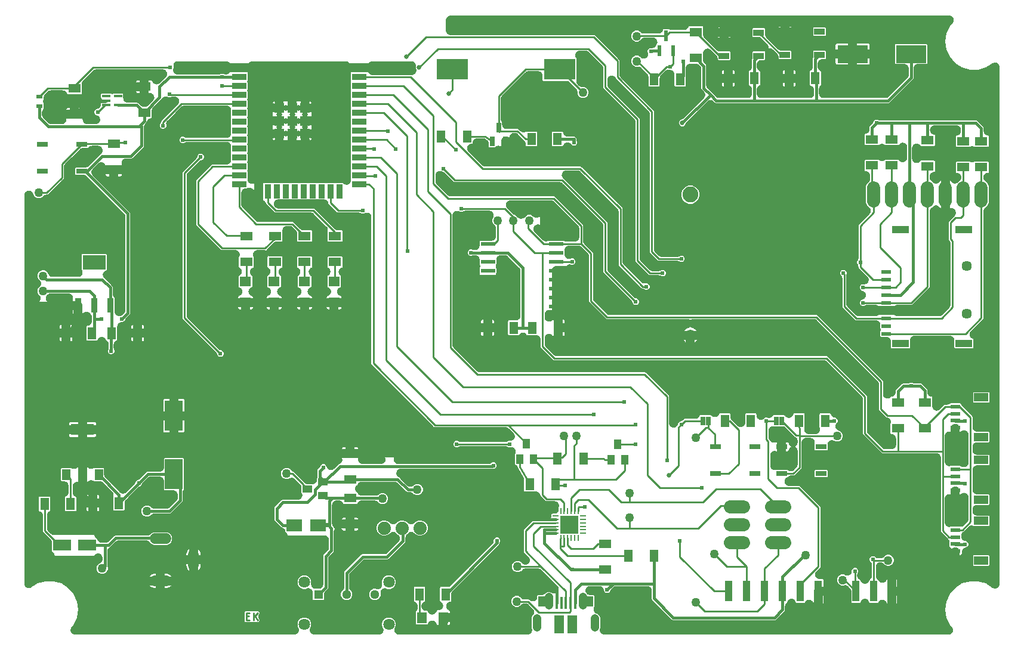
<source format=gbr>
G04 EAGLE Gerber RS-274X export*
G75*
%MOMM*%
%FSLAX34Y34*%
%LPD*%
%INTop Copper*%
%IPPOS*%
%AMOC8*
5,1,8,0,0,1.08239X$1,22.5*%
G01*
%ADD10C,0.228600*%
%ADD11R,2.000000X0.900000*%
%ADD12R,0.900000X2.000000*%
%ADD13R,1.330000X1.330000*%
%ADD14C,0.808000*%
%ADD15R,1.300000X1.800000*%
%ADD16R,1.800000X1.300000*%
%ADD17R,1.600000X1.400000*%
%ADD18R,1.400000X1.600000*%
%ADD19R,1.524000X0.762000*%
%ADD20C,1.270000*%
%ADD21R,1.000000X3.000000*%
%ADD22R,0.914400X0.254000*%
%ADD23R,0.254000X0.914400*%
%ADD24R,2.540000X2.540000*%
%ADD25R,1.000000X1.400000*%
%ADD26R,1.400000X1.000000*%
%ADD27R,2.184400X1.651000*%
%ADD28R,0.901600X2.066000*%
%ADD29R,3.201600X2.066000*%
%ADD30R,1.150000X0.350000*%
%ADD31R,0.889000X0.552500*%
%ADD32R,0.635000X1.397000*%
%ADD33R,4.500000X3.000000*%
%ADD34R,2.000000X1.200000*%
%ADD35R,1.350000X0.600000*%
%ADD36R,1.500000X0.900000*%
%ADD37R,0.609600X1.574800*%
%ADD38R,4.300000X2.500000*%
%ADD39R,2.082800X0.533400*%
%ADD40C,1.755000*%
%ADD41C,2.250000*%
%ADD42R,1.397000X0.609600*%
%ADD43R,2.387600X1.092200*%
%ADD44C,1.447800*%
%ADD45C,1.879600*%
%ADD46R,0.400000X1.750000*%
%ADD47R,1.375000X2.500000*%
%ADD48C,1.158000*%
%ADD49C,1.208000*%
%ADD50C,1.879600*%
%ADD51C,1.508000*%
%ADD52R,1.200000X1.600000*%
%ADD53R,3.300000X1.600000*%
%ADD54C,1.635000*%
%ADD55R,1.298000X1.298000*%
%ADD56C,1.298000*%
%ADD57R,2.561400X1.630000*%
%ADD58R,2.500000X4.300000*%
%ADD59R,0.635000X1.270000*%
%ADD60C,0.381000*%
%ADD61C,0.604800*%
%ADD62C,0.654800*%
%ADD63C,0.254000*%

G36*
X1316448Y5088D02*
X1316448Y5088D01*
X1316579Y5086D01*
X1316804Y5108D01*
X1317028Y5121D01*
X1317157Y5143D01*
X1317288Y5155D01*
X1317509Y5202D01*
X1317730Y5240D01*
X1317856Y5276D01*
X1317985Y5304D01*
X1318199Y5375D01*
X1318415Y5437D01*
X1318536Y5488D01*
X1318661Y5529D01*
X1318865Y5624D01*
X1319073Y5710D01*
X1319188Y5774D01*
X1319307Y5829D01*
X1319500Y5946D01*
X1319697Y6055D01*
X1319803Y6131D01*
X1319916Y6199D01*
X1320094Y6337D01*
X1320277Y6467D01*
X1320375Y6555D01*
X1320479Y6635D01*
X1320641Y6793D01*
X1320808Y6942D01*
X1320896Y7040D01*
X1320990Y7132D01*
X1321133Y7306D01*
X1321283Y7474D01*
X1321359Y7581D01*
X1321442Y7682D01*
X1321564Y7871D01*
X1321695Y8055D01*
X1321758Y8170D01*
X1321830Y8280D01*
X1321930Y8482D01*
X1322039Y8679D01*
X1322089Y8800D01*
X1322148Y8918D01*
X1322225Y9129D01*
X1322311Y9337D01*
X1322348Y9464D01*
X1322393Y9587D01*
X1322446Y9805D01*
X1322508Y10022D01*
X1322530Y10151D01*
X1322561Y10279D01*
X1322589Y10503D01*
X1322627Y10724D01*
X1322634Y10855D01*
X1322651Y10986D01*
X1322654Y11211D01*
X1322666Y11436D01*
X1322659Y11567D01*
X1322660Y11698D01*
X1322638Y11922D01*
X1322625Y12147D01*
X1322603Y12276D01*
X1322590Y12407D01*
X1322543Y12627D01*
X1322505Y12849D01*
X1322469Y12975D01*
X1322442Y13104D01*
X1322370Y13317D01*
X1322308Y13534D01*
X1322257Y13655D01*
X1322216Y13779D01*
X1322121Y13983D01*
X1322034Y14191D01*
X1321971Y14306D01*
X1321915Y14425D01*
X1321798Y14617D01*
X1321689Y14815D01*
X1321613Y14921D01*
X1321544Y15034D01*
X1321403Y15216D01*
X1321276Y15395D01*
X1321193Y15487D01*
X1321115Y15588D01*
X1318416Y18703D01*
X1313618Y29209D01*
X1311975Y40640D01*
X1313618Y52071D01*
X1318416Y62577D01*
X1325979Y71305D01*
X1335694Y77549D01*
X1346775Y80802D01*
X1358325Y80802D01*
X1369406Y77549D01*
X1378837Y71487D01*
X1378867Y71471D01*
X1378895Y71451D01*
X1379178Y71294D01*
X1379457Y71136D01*
X1379489Y71123D01*
X1379519Y71106D01*
X1379817Y70983D01*
X1380113Y70857D01*
X1380146Y70847D01*
X1380177Y70834D01*
X1380488Y70745D01*
X1380795Y70653D01*
X1380829Y70647D01*
X1380862Y70637D01*
X1381181Y70584D01*
X1381496Y70527D01*
X1381531Y70524D01*
X1381564Y70519D01*
X1381886Y70501D01*
X1382207Y70480D01*
X1382241Y70481D01*
X1382276Y70479D01*
X1382597Y70498D01*
X1382919Y70513D01*
X1382953Y70518D01*
X1382987Y70520D01*
X1383304Y70574D01*
X1383622Y70625D01*
X1383655Y70634D01*
X1383689Y70640D01*
X1383998Y70729D01*
X1384309Y70816D01*
X1384341Y70829D01*
X1384374Y70838D01*
X1384670Y70961D01*
X1384970Y71082D01*
X1385000Y71098D01*
X1385031Y71111D01*
X1385313Y71267D01*
X1385596Y71421D01*
X1385625Y71440D01*
X1385655Y71457D01*
X1385916Y71643D01*
X1386181Y71827D01*
X1386207Y71850D01*
X1386235Y71870D01*
X1386474Y72084D01*
X1386717Y72297D01*
X1386740Y72322D01*
X1386766Y72345D01*
X1386979Y72585D01*
X1387197Y72824D01*
X1387217Y72851D01*
X1387240Y72877D01*
X1387425Y73140D01*
X1387614Y73401D01*
X1387631Y73431D01*
X1387651Y73459D01*
X1387806Y73741D01*
X1387965Y74021D01*
X1387978Y74053D01*
X1387995Y74083D01*
X1388117Y74380D01*
X1388243Y74677D01*
X1388253Y74710D01*
X1388266Y74741D01*
X1388355Y75050D01*
X1388447Y75359D01*
X1388453Y75393D01*
X1388462Y75426D01*
X1388516Y75744D01*
X1388573Y76061D01*
X1388575Y76095D01*
X1388581Y76129D01*
X1388600Y76480D01*
X1388619Y76772D01*
X1388618Y76800D01*
X1388619Y76829D01*
X1388619Y810901D01*
X1388617Y810936D01*
X1388619Y810970D01*
X1388597Y811291D01*
X1388579Y811613D01*
X1388574Y811646D01*
X1388571Y811681D01*
X1388514Y811997D01*
X1388460Y812315D01*
X1388450Y812348D01*
X1388444Y812382D01*
X1388352Y812690D01*
X1388263Y813000D01*
X1388249Y813031D01*
X1388240Y813064D01*
X1388114Y813359D01*
X1387990Y813658D01*
X1387973Y813688D01*
X1387960Y813719D01*
X1387801Y813999D01*
X1387645Y814281D01*
X1387625Y814309D01*
X1387608Y814339D01*
X1387418Y814600D01*
X1387233Y814862D01*
X1387210Y814887D01*
X1387190Y814915D01*
X1386972Y815154D01*
X1386758Y815393D01*
X1386732Y815416D01*
X1386709Y815441D01*
X1386467Y815653D01*
X1386226Y815867D01*
X1386198Y815887D01*
X1386172Y815910D01*
X1385908Y816093D01*
X1385645Y816279D01*
X1385615Y816296D01*
X1385587Y816315D01*
X1385303Y816468D01*
X1385021Y816624D01*
X1384990Y816637D01*
X1384959Y816653D01*
X1384659Y816773D01*
X1384363Y816896D01*
X1384330Y816905D01*
X1384298Y816918D01*
X1383988Y817004D01*
X1383678Y817093D01*
X1383644Y817098D01*
X1383611Y817107D01*
X1383293Y817158D01*
X1382976Y817211D01*
X1382941Y817213D01*
X1382908Y817219D01*
X1382586Y817233D01*
X1382264Y817251D01*
X1382230Y817249D01*
X1382196Y817250D01*
X1381875Y817228D01*
X1381553Y817210D01*
X1381519Y817204D01*
X1381485Y817202D01*
X1381168Y817144D01*
X1380851Y817090D01*
X1380818Y817080D01*
X1380784Y817074D01*
X1380476Y816981D01*
X1380166Y816892D01*
X1380135Y816879D01*
X1380102Y816869D01*
X1379805Y816742D01*
X1379509Y816619D01*
X1379479Y816602D01*
X1379447Y816589D01*
X1379141Y816415D01*
X1378885Y816273D01*
X1378862Y816257D01*
X1378837Y816243D01*
X1369406Y810181D01*
X1358325Y806928D01*
X1346775Y806928D01*
X1335694Y810181D01*
X1325979Y816425D01*
X1318416Y825153D01*
X1313618Y835659D01*
X1311975Y847090D01*
X1313618Y858521D01*
X1318416Y869027D01*
X1322129Y873312D01*
X1322209Y873416D01*
X1322297Y873514D01*
X1322427Y873698D01*
X1322565Y873876D01*
X1322633Y873988D01*
X1322709Y874095D01*
X1322818Y874293D01*
X1322934Y874485D01*
X1322989Y874604D01*
X1323053Y874719D01*
X1323139Y874927D01*
X1323234Y875131D01*
X1323275Y875256D01*
X1323325Y875377D01*
X1323387Y875594D01*
X1323458Y875807D01*
X1323486Y875936D01*
X1323522Y876062D01*
X1323559Y876284D01*
X1323606Y876504D01*
X1323619Y876635D01*
X1323641Y876764D01*
X1323653Y876989D01*
X1323675Y877213D01*
X1323673Y877345D01*
X1323680Y877476D01*
X1323667Y877700D01*
X1323664Y877926D01*
X1323647Y878056D01*
X1323639Y878187D01*
X1323601Y878409D01*
X1323573Y878632D01*
X1323541Y878760D01*
X1323519Y878889D01*
X1323457Y879105D01*
X1323403Y879324D01*
X1323358Y879448D01*
X1323321Y879574D01*
X1323235Y879781D01*
X1323157Y879993D01*
X1323098Y880110D01*
X1323048Y880231D01*
X1322939Y880429D01*
X1322838Y880630D01*
X1322766Y880740D01*
X1322703Y880855D01*
X1322572Y881038D01*
X1322449Y881227D01*
X1322365Y881328D01*
X1322290Y881435D01*
X1322140Y881602D01*
X1321996Y881777D01*
X1321902Y881868D01*
X1321814Y881966D01*
X1321646Y882115D01*
X1321484Y882272D01*
X1321380Y882352D01*
X1321282Y882440D01*
X1321098Y882570D01*
X1320920Y882707D01*
X1320808Y882775D01*
X1320701Y882851D01*
X1320503Y882960D01*
X1320311Y883076D01*
X1320192Y883131D01*
X1320077Y883195D01*
X1319868Y883281D01*
X1319664Y883375D01*
X1319539Y883416D01*
X1319418Y883466D01*
X1319201Y883528D01*
X1318988Y883599D01*
X1318859Y883626D01*
X1318733Y883662D01*
X1318511Y883700D01*
X1318291Y883746D01*
X1318160Y883759D01*
X1318031Y883781D01*
X1317800Y883793D01*
X1317582Y883814D01*
X1317458Y883812D01*
X1317331Y883819D01*
X609600Y883819D01*
X609597Y883819D01*
X609594Y883819D01*
X609247Y883799D01*
X608889Y883779D01*
X608886Y883779D01*
X608883Y883779D01*
X608543Y883720D01*
X608186Y883660D01*
X608184Y883659D01*
X608181Y883659D01*
X607836Y883559D01*
X607502Y883463D01*
X607499Y883461D01*
X607496Y883461D01*
X607172Y883326D01*
X606844Y883190D01*
X606841Y883188D01*
X606839Y883187D01*
X606527Y883015D01*
X606220Y882845D01*
X606218Y882843D01*
X606215Y882842D01*
X605918Y882631D01*
X605639Y882433D01*
X605637Y882431D01*
X605635Y882429D01*
X605367Y882189D01*
X605108Y881958D01*
X605106Y881955D01*
X605104Y881954D01*
X604866Y881686D01*
X604634Y881426D01*
X604632Y881424D01*
X604630Y881422D01*
X604432Y881141D01*
X604222Y880845D01*
X604220Y880842D01*
X604219Y880840D01*
X604056Y880544D01*
X603878Y880221D01*
X603877Y880218D01*
X603875Y880216D01*
X603741Y879890D01*
X603606Y879563D01*
X603605Y879560D01*
X603604Y879557D01*
X603509Y879227D01*
X603409Y878878D01*
X603408Y878875D01*
X603408Y878873D01*
X603348Y878519D01*
X603290Y878176D01*
X603290Y878173D01*
X603289Y878170D01*
X603251Y877470D01*
X603251Y862584D01*
X603251Y862581D01*
X603251Y862578D01*
X603271Y862224D01*
X603291Y861873D01*
X603291Y861870D01*
X603291Y861867D01*
X603352Y861513D01*
X603410Y861170D01*
X603411Y861168D01*
X603411Y861165D01*
X603514Y860810D01*
X603607Y860486D01*
X603609Y860483D01*
X603609Y860480D01*
X603744Y860156D01*
X603880Y859828D01*
X603882Y859825D01*
X603883Y859823D01*
X604057Y859507D01*
X604225Y859204D01*
X604227Y859202D01*
X604228Y859199D01*
X604447Y858891D01*
X604637Y858623D01*
X604639Y858621D01*
X604641Y858619D01*
X604886Y858346D01*
X605112Y858092D01*
X605115Y858090D01*
X605116Y858088D01*
X605384Y857850D01*
X605644Y857618D01*
X605646Y857616D01*
X605648Y857614D01*
X605943Y857406D01*
X606225Y857206D01*
X606228Y857204D01*
X606230Y857203D01*
X606526Y857040D01*
X606849Y856862D01*
X606852Y856861D01*
X606854Y856859D01*
X607172Y856728D01*
X607507Y856590D01*
X607510Y856589D01*
X607513Y856588D01*
X607842Y856493D01*
X608192Y856393D01*
X608195Y856392D01*
X608197Y856392D01*
X608551Y856332D01*
X608894Y856274D01*
X608897Y856274D01*
X608900Y856273D01*
X609600Y856235D01*
X813356Y856235D01*
X814383Y855809D01*
X816062Y854130D01*
X847145Y823047D01*
X848824Y821368D01*
X849250Y820341D01*
X849250Y800713D01*
X849250Y800708D01*
X849250Y800704D01*
X849270Y800349D01*
X849290Y800001D01*
X849290Y799997D01*
X849291Y799993D01*
X849352Y799635D01*
X849409Y799299D01*
X849410Y799295D01*
X849411Y799291D01*
X849513Y798938D01*
X849606Y798614D01*
X849608Y798611D01*
X849609Y798606D01*
X849748Y798273D01*
X849879Y797956D01*
X849881Y797952D01*
X849883Y797949D01*
X850053Y797642D01*
X850224Y797333D01*
X850226Y797329D01*
X850229Y797326D01*
X850441Y797027D01*
X850636Y796752D01*
X850639Y796749D01*
X850642Y796745D01*
X851109Y796223D01*
X897719Y749613D01*
X898145Y748586D01*
X898145Y552428D01*
X898145Y552423D01*
X898145Y552419D01*
X898165Y552066D01*
X898185Y551716D01*
X898185Y551712D01*
X898186Y551708D01*
X898246Y551355D01*
X898304Y551014D01*
X898305Y551010D01*
X898306Y551006D01*
X898408Y550653D01*
X898501Y550329D01*
X898503Y550326D01*
X898504Y550321D01*
X898640Y549995D01*
X898774Y549671D01*
X898776Y549667D01*
X898778Y549664D01*
X898949Y549355D01*
X899119Y549048D01*
X899121Y549044D01*
X899124Y549041D01*
X899336Y548742D01*
X899531Y548467D01*
X899534Y548464D01*
X899537Y548460D01*
X900004Y547938D01*
X904808Y543134D01*
X904811Y543132D01*
X904814Y543128D01*
X905083Y542889D01*
X905339Y542660D01*
X905343Y542657D01*
X905346Y542654D01*
X905631Y542453D01*
X905920Y542247D01*
X905924Y542245D01*
X905928Y542243D01*
X906238Y542072D01*
X906544Y541903D01*
X906548Y541901D01*
X906552Y541899D01*
X906876Y541765D01*
X907202Y541630D01*
X907206Y541629D01*
X907210Y541628D01*
X907549Y541531D01*
X907887Y541433D01*
X907891Y541433D01*
X907895Y541432D01*
X908251Y541372D01*
X908589Y541314D01*
X908593Y541314D01*
X908598Y541313D01*
X909298Y541275D01*
X930992Y541275D01*
X930996Y541275D01*
X931000Y541275D01*
X931354Y541295D01*
X931703Y541315D01*
X931707Y541315D01*
X931712Y541316D01*
X932063Y541376D01*
X932406Y541434D01*
X932410Y541435D01*
X932414Y541436D01*
X932765Y541538D01*
X933090Y541631D01*
X933094Y541633D01*
X933098Y541634D01*
X933424Y541770D01*
X933748Y541904D01*
X933752Y541906D01*
X933756Y541908D01*
X934060Y542077D01*
X934070Y542082D01*
X936355Y543029D01*
X938165Y543029D01*
X939837Y542336D01*
X941116Y541057D01*
X941809Y539385D01*
X941809Y537575D01*
X941116Y535903D01*
X939837Y534624D01*
X938165Y533931D01*
X936355Y533931D01*
X934070Y534878D01*
X934051Y534888D01*
X933746Y535057D01*
X933742Y535059D01*
X933738Y535061D01*
X933413Y535195D01*
X933087Y535330D01*
X933083Y535331D01*
X933079Y535332D01*
X932741Y535429D01*
X932403Y535527D01*
X932399Y535527D01*
X932394Y535528D01*
X932038Y535588D01*
X931700Y535646D01*
X931696Y535646D01*
X931692Y535647D01*
X930992Y535685D01*
X904954Y535685D01*
X903927Y536111D01*
X902248Y537790D01*
X894660Y545378D01*
X894654Y545383D01*
X894654Y545384D01*
X892981Y547057D01*
X892555Y548084D01*
X892555Y744242D01*
X892555Y744247D01*
X892555Y744251D01*
X892535Y744599D01*
X892515Y744954D01*
X892515Y744958D01*
X892514Y744962D01*
X892454Y745313D01*
X892396Y745656D01*
X892395Y745660D01*
X892394Y745664D01*
X892294Y746010D01*
X892199Y746341D01*
X892197Y746344D01*
X892196Y746349D01*
X892060Y746674D01*
X891926Y746999D01*
X891924Y747003D01*
X891922Y747006D01*
X891759Y747301D01*
X891581Y747622D01*
X891579Y747626D01*
X891576Y747629D01*
X891364Y747928D01*
X891169Y748203D01*
X891166Y748206D01*
X891163Y748210D01*
X890696Y748732D01*
X844012Y795415D01*
X844011Y795418D01*
X843916Y795570D01*
X843829Y795727D01*
X843726Y795871D01*
X843632Y796021D01*
X843520Y796162D01*
X843416Y796307D01*
X843298Y796439D01*
X843188Y796578D01*
X843061Y796705D01*
X842942Y796838D01*
X842809Y796956D01*
X842684Y797082D01*
X842544Y797194D01*
X842410Y797313D01*
X842265Y797416D01*
X842127Y797526D01*
X841975Y797621D01*
X841829Y797725D01*
X841673Y797811D01*
X841523Y797905D01*
X841362Y797983D01*
X841205Y798069D01*
X841041Y798137D01*
X840881Y798214D01*
X840712Y798273D01*
X840547Y798341D01*
X840376Y798390D01*
X840209Y798449D01*
X840034Y798488D01*
X839862Y798538D01*
X839687Y798568D01*
X839514Y798607D01*
X839336Y798627D01*
X839160Y798657D01*
X838983Y798667D01*
X838806Y798686D01*
X838627Y798686D01*
X838448Y798696D01*
X838271Y798686D01*
X838094Y798686D01*
X837915Y798666D01*
X837737Y798655D01*
X837562Y798626D01*
X837386Y798606D01*
X837211Y798566D01*
X837035Y798535D01*
X836864Y798486D01*
X836691Y798447D01*
X836522Y798387D01*
X836350Y798337D01*
X836187Y798269D01*
X836019Y798211D01*
X835858Y798133D01*
X835693Y798064D01*
X835537Y797978D01*
X835378Y797901D01*
X835226Y797806D01*
X835069Y797719D01*
X834925Y797616D01*
X834775Y797521D01*
X834635Y797410D01*
X834489Y797306D01*
X834357Y797187D01*
X834218Y797077D01*
X834092Y796950D01*
X833958Y796830D01*
X833840Y796698D01*
X833715Y796572D01*
X833604Y796432D01*
X833484Y796298D01*
X833382Y796154D01*
X833271Y796015D01*
X833176Y795863D01*
X833073Y795717D01*
X832987Y795561D01*
X832893Y795411D01*
X832816Y795250D01*
X832729Y795093D01*
X832662Y794929D01*
X832585Y794769D01*
X832526Y794600D01*
X832458Y794434D01*
X832409Y794264D01*
X832350Y794096D01*
X832311Y793921D01*
X832262Y793749D01*
X832232Y793574D01*
X832193Y793401D01*
X832173Y793224D01*
X832143Y793047D01*
X832133Y792866D01*
X832114Y792693D01*
X832114Y792523D01*
X832105Y792347D01*
X832105Y786108D01*
X832105Y786103D01*
X832105Y786099D01*
X832126Y785734D01*
X832145Y785396D01*
X832145Y785392D01*
X832146Y785388D01*
X832207Y785029D01*
X832264Y784694D01*
X832265Y784690D01*
X832266Y784686D01*
X832371Y784323D01*
X832461Y784009D01*
X832463Y784006D01*
X832464Y784001D01*
X832601Y783672D01*
X832734Y783351D01*
X832736Y783347D01*
X832738Y783344D01*
X832913Y783028D01*
X833079Y782728D01*
X833081Y782724D01*
X833084Y782721D01*
X833304Y782411D01*
X833491Y782147D01*
X833494Y782144D01*
X833497Y782140D01*
X833964Y781618D01*
X877399Y738183D01*
X877825Y737156D01*
X877825Y539728D01*
X877825Y539723D01*
X877825Y539719D01*
X877845Y539366D01*
X877865Y539016D01*
X877865Y539012D01*
X877866Y539008D01*
X877926Y538656D01*
X877984Y538314D01*
X877985Y538310D01*
X877986Y538306D01*
X878089Y537952D01*
X878181Y537629D01*
X878183Y537626D01*
X878184Y537621D01*
X878324Y537287D01*
X878454Y536971D01*
X878456Y536967D01*
X878458Y536964D01*
X878628Y536657D01*
X878799Y536348D01*
X878801Y536344D01*
X878804Y536341D01*
X879017Y536041D01*
X879211Y535767D01*
X879214Y535764D01*
X879217Y535760D01*
X879684Y535238D01*
X892108Y522814D01*
X892111Y522812D01*
X892114Y522808D01*
X892379Y522573D01*
X892639Y522340D01*
X892643Y522337D01*
X892646Y522334D01*
X892938Y522128D01*
X893220Y521927D01*
X893224Y521925D01*
X893228Y521923D01*
X893538Y521752D01*
X893844Y521583D01*
X893848Y521581D01*
X893852Y521579D01*
X894176Y521445D01*
X894502Y521310D01*
X894506Y521309D01*
X894510Y521308D01*
X894849Y521211D01*
X895187Y521113D01*
X895191Y521113D01*
X895195Y521112D01*
X895551Y521052D01*
X895889Y520994D01*
X895893Y520994D01*
X895898Y520993D01*
X896598Y520955D01*
X904322Y520955D01*
X904326Y520955D01*
X904330Y520955D01*
X904684Y520975D01*
X905033Y520995D01*
X905037Y520995D01*
X905042Y520996D01*
X905393Y521056D01*
X905736Y521114D01*
X905740Y521115D01*
X905744Y521116D01*
X906096Y521218D01*
X906420Y521311D01*
X906424Y521313D01*
X906428Y521314D01*
X906754Y521450D01*
X907078Y521584D01*
X907082Y521586D01*
X907086Y521588D01*
X907388Y521755D01*
X907400Y521762D01*
X909685Y522709D01*
X911495Y522709D01*
X913167Y522016D01*
X914446Y520737D01*
X915139Y519065D01*
X915139Y517255D01*
X914446Y515583D01*
X913167Y514304D01*
X911495Y513611D01*
X909685Y513611D01*
X907400Y514558D01*
X907381Y514568D01*
X907076Y514737D01*
X907072Y514739D01*
X907068Y514741D01*
X906744Y514874D01*
X906417Y515010D01*
X906413Y515011D01*
X906409Y515012D01*
X906071Y515109D01*
X905733Y515207D01*
X905729Y515207D01*
X905724Y515208D01*
X905368Y515268D01*
X905030Y515326D01*
X905026Y515326D01*
X905022Y515327D01*
X904322Y515365D01*
X892293Y515365D01*
X892114Y515355D01*
X892014Y515355D01*
X891966Y515389D01*
X891809Y515475D01*
X891658Y515570D01*
X891495Y515648D01*
X891342Y515733D01*
X891245Y515773D01*
X872661Y534357D01*
X872235Y535384D01*
X872235Y732812D01*
X872235Y732817D01*
X872235Y732821D01*
X872215Y733169D01*
X872195Y733524D01*
X872195Y733528D01*
X872194Y733532D01*
X872135Y733880D01*
X872076Y734226D01*
X872075Y734230D01*
X872074Y734234D01*
X871973Y734582D01*
X871879Y734911D01*
X871877Y734914D01*
X871876Y734919D01*
X871740Y735244D01*
X871606Y735569D01*
X871604Y735573D01*
X871602Y735576D01*
X871439Y735870D01*
X871261Y736192D01*
X871259Y736196D01*
X871256Y736199D01*
X871047Y736494D01*
X870849Y736773D01*
X870846Y736776D01*
X870843Y736780D01*
X870376Y737302D01*
X826941Y780737D01*
X826515Y781764D01*
X826515Y809012D01*
X826515Y809017D01*
X826515Y809021D01*
X826495Y809367D01*
X826475Y809724D01*
X826475Y809728D01*
X826474Y809732D01*
X826415Y810078D01*
X826356Y810426D01*
X826355Y810430D01*
X826354Y810434D01*
X826253Y810785D01*
X826159Y811111D01*
X826157Y811114D01*
X826156Y811119D01*
X826024Y811435D01*
X825886Y811769D01*
X825884Y811773D01*
X825882Y811776D01*
X825714Y812080D01*
X825541Y812392D01*
X825539Y812396D01*
X825536Y812399D01*
X825324Y812698D01*
X825129Y812973D01*
X825126Y812976D01*
X825123Y812980D01*
X824656Y813502D01*
X805882Y832276D01*
X805879Y832278D01*
X805876Y832282D01*
X805613Y832516D01*
X805351Y832750D01*
X805347Y832753D01*
X805344Y832756D01*
X805059Y832957D01*
X804770Y833163D01*
X804766Y833165D01*
X804762Y833167D01*
X804452Y833338D01*
X804146Y833507D01*
X804142Y833509D01*
X804138Y833511D01*
X803814Y833645D01*
X803488Y833780D01*
X803484Y833781D01*
X803480Y833782D01*
X803141Y833879D01*
X802803Y833977D01*
X802799Y833977D01*
X802795Y833978D01*
X802439Y834038D01*
X802101Y834096D01*
X802097Y834096D01*
X802092Y834097D01*
X801392Y834135D01*
X792909Y834135D01*
X792908Y834135D01*
X792906Y834135D01*
X792554Y834115D01*
X792198Y834095D01*
X792197Y834095D01*
X792195Y834095D01*
X791822Y834031D01*
X791496Y833976D01*
X791495Y833976D01*
X791493Y833975D01*
X791133Y833871D01*
X790811Y833779D01*
X790810Y833778D01*
X790808Y833778D01*
X790486Y833644D01*
X790153Y833506D01*
X790152Y833505D01*
X790150Y833504D01*
X789826Y833325D01*
X789530Y833161D01*
X789529Y833160D01*
X789527Y833159D01*
X789211Y832934D01*
X788949Y832749D01*
X788948Y832748D01*
X788946Y832747D01*
X788658Y832489D01*
X788418Y832274D01*
X788417Y832272D01*
X788416Y832271D01*
X788173Y831999D01*
X787943Y831742D01*
X787943Y831741D01*
X787941Y831740D01*
X787730Y831441D01*
X787531Y831161D01*
X787531Y831160D01*
X787530Y831158D01*
X787352Y830836D01*
X787187Y830537D01*
X787187Y830536D01*
X787186Y830534D01*
X787045Y830194D01*
X786915Y829879D01*
X786915Y829877D01*
X786914Y829876D01*
X786809Y829509D01*
X786718Y829194D01*
X786718Y829192D01*
X786718Y829191D01*
X786656Y828823D01*
X786600Y828492D01*
X786599Y828490D01*
X786599Y828489D01*
X786578Y828103D01*
X786560Y827780D01*
X786560Y827779D01*
X786560Y827777D01*
X786582Y827403D01*
X786601Y827069D01*
X786601Y827068D01*
X786601Y827066D01*
X786664Y826699D01*
X786721Y826367D01*
X786721Y826366D01*
X786722Y826364D01*
X786829Y825993D01*
X786919Y825682D01*
X786919Y825681D01*
X786920Y825680D01*
X787065Y825331D01*
X787192Y825025D01*
X787193Y825023D01*
X787193Y825022D01*
X787375Y824695D01*
X787538Y824401D01*
X787538Y824400D01*
X787539Y824399D01*
X787755Y824096D01*
X787951Y823821D01*
X787951Y823820D01*
X787952Y823819D01*
X788107Y823646D01*
X788365Y823023D01*
X788365Y792316D01*
X788356Y792292D01*
X788316Y792114D01*
X788266Y791939D01*
X788237Y791767D01*
X788198Y791597D01*
X788177Y791416D01*
X788147Y791237D01*
X788138Y791062D01*
X788118Y790889D01*
X788118Y790707D01*
X788108Y790526D01*
X788118Y790351D01*
X788118Y790177D01*
X788139Y789996D01*
X788149Y789814D01*
X788178Y789643D01*
X788198Y789469D01*
X788239Y789291D01*
X788269Y789112D01*
X788318Y788945D01*
X788357Y788774D01*
X788417Y788603D01*
X788468Y788428D01*
X788535Y788267D01*
X788592Y788102D01*
X788671Y787938D01*
X788741Y787770D01*
X788826Y787617D01*
X788902Y787460D01*
X788999Y787307D01*
X789087Y787147D01*
X789188Y787005D01*
X789281Y786857D01*
X789395Y786715D01*
X789500Y786567D01*
X789618Y786435D01*
X789726Y786301D01*
X789848Y786178D01*
X789968Y786045D01*
X791578Y784434D01*
X791581Y784432D01*
X791584Y784428D01*
X791849Y784192D01*
X792109Y783960D01*
X792113Y783957D01*
X792116Y783954D01*
X792403Y783751D01*
X792690Y783547D01*
X792694Y783545D01*
X792698Y783543D01*
X793009Y783372D01*
X793314Y783203D01*
X793318Y783201D01*
X793322Y783199D01*
X793649Y783064D01*
X793972Y782930D01*
X793976Y782929D01*
X793980Y782928D01*
X794319Y782831D01*
X794657Y782733D01*
X794661Y782733D01*
X794665Y782732D01*
X795021Y782672D01*
X795359Y782614D01*
X795363Y782614D01*
X795368Y782613D01*
X796068Y782575D01*
X799126Y782575D01*
X802021Y781376D01*
X804236Y779161D01*
X805435Y776266D01*
X805435Y773134D01*
X804236Y770239D01*
X802021Y768024D01*
X799126Y766825D01*
X795994Y766825D01*
X793099Y768024D01*
X790884Y770239D01*
X789685Y773134D01*
X789685Y775792D01*
X789685Y775797D01*
X789685Y775801D01*
X789666Y776141D01*
X789645Y776504D01*
X789645Y776508D01*
X789644Y776512D01*
X789586Y776852D01*
X789526Y777206D01*
X789525Y777210D01*
X789524Y777214D01*
X789422Y777567D01*
X789329Y777891D01*
X789327Y777894D01*
X789326Y777899D01*
X789193Y778218D01*
X789056Y778549D01*
X789054Y778553D01*
X789052Y778556D01*
X788885Y778857D01*
X788711Y779172D01*
X788709Y779176D01*
X788706Y779179D01*
X788499Y779471D01*
X788299Y779753D01*
X788296Y779756D01*
X788293Y779760D01*
X787826Y780282D01*
X778772Y789336D01*
X778769Y789338D01*
X778766Y789342D01*
X778503Y789576D01*
X778241Y789810D01*
X778237Y789813D01*
X778234Y789816D01*
X777955Y790013D01*
X777660Y790223D01*
X777656Y790225D01*
X777652Y790227D01*
X777342Y790398D01*
X777036Y790567D01*
X777032Y790569D01*
X777028Y790571D01*
X776704Y790705D01*
X776378Y790840D01*
X776374Y790841D01*
X776370Y790842D01*
X776031Y790939D01*
X775693Y791037D01*
X775689Y791037D01*
X775685Y791038D01*
X775329Y791098D01*
X774991Y791156D01*
X774987Y791156D01*
X774982Y791157D01*
X774282Y791195D01*
X741537Y791195D01*
X740976Y791427D01*
X740547Y791856D01*
X740315Y792417D01*
X740315Y798576D01*
X740315Y798579D01*
X740315Y798582D01*
X740297Y798907D01*
X740275Y799287D01*
X740275Y799290D01*
X740275Y799293D01*
X740219Y799618D01*
X740156Y799990D01*
X740155Y799992D01*
X740155Y799995D01*
X740055Y800340D01*
X739959Y800674D01*
X739957Y800677D01*
X739957Y800680D01*
X739827Y800991D01*
X739686Y801332D01*
X739684Y801335D01*
X739683Y801337D01*
X739518Y801636D01*
X739341Y801956D01*
X739339Y801958D01*
X739338Y801961D01*
X739129Y802254D01*
X738929Y802537D01*
X738927Y802539D01*
X738925Y802541D01*
X738685Y802809D01*
X738454Y803068D01*
X738451Y803070D01*
X738450Y803072D01*
X738185Y803308D01*
X737922Y803542D01*
X737920Y803544D01*
X737918Y803546D01*
X737648Y803737D01*
X737341Y803954D01*
X737338Y803956D01*
X737336Y803957D01*
X737040Y804120D01*
X736717Y804298D01*
X736714Y804299D01*
X736712Y804301D01*
X736394Y804432D01*
X736059Y804570D01*
X736056Y804571D01*
X736053Y804572D01*
X735725Y804666D01*
X735374Y804767D01*
X735371Y804768D01*
X735369Y804768D01*
X735015Y804828D01*
X734672Y804886D01*
X734669Y804886D01*
X734666Y804887D01*
X733966Y804925D01*
X720068Y804925D01*
X720063Y804925D01*
X720059Y804925D01*
X719706Y804905D01*
X719356Y804885D01*
X719352Y804885D01*
X719348Y804884D01*
X718997Y804824D01*
X718654Y804766D01*
X718650Y804765D01*
X718646Y804764D01*
X718293Y804662D01*
X717969Y804569D01*
X717966Y804567D01*
X717961Y804566D01*
X717635Y804430D01*
X717311Y804296D01*
X717307Y804294D01*
X717304Y804292D01*
X716997Y804122D01*
X716688Y803951D01*
X716684Y803949D01*
X716681Y803946D01*
X716373Y803727D01*
X716107Y803539D01*
X716104Y803536D01*
X716100Y803533D01*
X715578Y803066D01*
X682834Y770322D01*
X682832Y770319D01*
X682828Y770316D01*
X682594Y770053D01*
X682360Y769791D01*
X682357Y769787D01*
X682354Y769784D01*
X682153Y769499D01*
X681947Y769210D01*
X681945Y769206D01*
X681943Y769202D01*
X681764Y768878D01*
X681603Y768586D01*
X681601Y768582D01*
X681599Y768578D01*
X681463Y768248D01*
X681330Y767928D01*
X681329Y767924D01*
X681328Y767920D01*
X681230Y767578D01*
X681133Y767243D01*
X681133Y767239D01*
X681132Y767235D01*
X681071Y766877D01*
X681014Y766541D01*
X681014Y766537D01*
X681013Y766532D01*
X680975Y765832D01*
X680975Y736962D01*
X680975Y736957D01*
X680975Y736953D01*
X680995Y736599D01*
X681015Y736250D01*
X681015Y736246D01*
X681016Y736242D01*
X681076Y735889D01*
X681134Y735548D01*
X681135Y735544D01*
X681136Y735540D01*
X681240Y735181D01*
X681331Y734863D01*
X681333Y734860D01*
X681334Y734855D01*
X681470Y734529D01*
X681604Y734205D01*
X681606Y734201D01*
X681608Y734197D01*
X681784Y733880D01*
X681949Y733582D01*
X681951Y733578D01*
X681954Y733575D01*
X682173Y733267D01*
X682361Y733001D01*
X682364Y732998D01*
X682367Y732994D01*
X682631Y732699D01*
X682880Y732098D01*
X682880Y729234D01*
X682880Y729231D01*
X682880Y729228D01*
X682900Y728872D01*
X682920Y728523D01*
X682920Y728520D01*
X682920Y728517D01*
X682980Y728171D01*
X683039Y727820D01*
X683040Y727818D01*
X683040Y727815D01*
X683143Y727458D01*
X683236Y727136D01*
X683238Y727133D01*
X683238Y727130D01*
X683375Y726801D01*
X683509Y726478D01*
X683511Y726475D01*
X683512Y726473D01*
X683688Y726155D01*
X683854Y725854D01*
X683856Y725852D01*
X683857Y725849D01*
X684070Y725550D01*
X684266Y725273D01*
X684268Y725271D01*
X684270Y725269D01*
X684515Y724996D01*
X684741Y724742D01*
X684744Y724740D01*
X684745Y724738D01*
X685016Y724497D01*
X685273Y724268D01*
X685275Y724266D01*
X685277Y724264D01*
X685562Y724063D01*
X685854Y723856D01*
X685857Y723854D01*
X685859Y723853D01*
X686155Y723690D01*
X686478Y723512D01*
X686481Y723511D01*
X686483Y723509D01*
X686801Y723378D01*
X687136Y723240D01*
X687139Y723239D01*
X687142Y723238D01*
X687471Y723143D01*
X687821Y723043D01*
X687824Y723042D01*
X687826Y723042D01*
X688180Y722982D01*
X688523Y722924D01*
X688526Y722924D01*
X688529Y722923D01*
X689229Y722885D01*
X705406Y722885D01*
X706433Y722459D01*
X708112Y720780D01*
X709033Y719859D01*
X709169Y719738D01*
X709297Y719610D01*
X709434Y719501D01*
X709564Y719385D01*
X709713Y719279D01*
X709855Y719166D01*
X710003Y719073D01*
X710145Y718972D01*
X710305Y718884D01*
X710459Y718788D01*
X710616Y718712D01*
X710769Y718628D01*
X710937Y718558D01*
X711101Y718480D01*
X711266Y718422D01*
X711427Y718355D01*
X711602Y718305D01*
X711774Y718245D01*
X711944Y718207D01*
X712112Y718158D01*
X712291Y718128D01*
X712468Y718088D01*
X712642Y718068D01*
X712814Y718039D01*
X712996Y718029D01*
X713176Y718009D01*
X713351Y718009D01*
X713525Y718000D01*
X713707Y718010D01*
X713889Y718010D01*
X714063Y718030D01*
X714237Y718040D01*
X714416Y718070D01*
X714597Y718091D01*
X714767Y718130D01*
X714939Y718160D01*
X715114Y718210D01*
X715291Y718251D01*
X715459Y718310D01*
X715623Y718357D01*
X715783Y718424D01*
X715952Y718483D01*
X717647Y719185D01*
X731253Y719185D01*
X731814Y718953D01*
X732243Y718524D01*
X732475Y717963D01*
X732475Y699357D01*
X732243Y698796D01*
X731814Y698367D01*
X731253Y698135D01*
X717647Y698135D01*
X717086Y698367D01*
X716657Y698796D01*
X716425Y699357D01*
X716425Y701932D01*
X716425Y701937D01*
X716425Y701941D01*
X716405Y702291D01*
X716385Y702644D01*
X716385Y702648D01*
X716384Y702652D01*
X716324Y703005D01*
X716266Y703346D01*
X716265Y703350D01*
X716264Y703354D01*
X716167Y703687D01*
X716069Y704031D01*
X716067Y704035D01*
X716066Y704039D01*
X715939Y704343D01*
X715796Y704689D01*
X715794Y704693D01*
X715792Y704696D01*
X715625Y704998D01*
X715451Y705312D01*
X715449Y705316D01*
X715446Y705319D01*
X715234Y705618D01*
X715039Y705893D01*
X715036Y705896D01*
X715033Y705900D01*
X714566Y706422D01*
X705552Y715436D01*
X705549Y715438D01*
X705546Y715442D01*
X705286Y715673D01*
X705021Y715910D01*
X705017Y715913D01*
X705014Y715916D01*
X704729Y716117D01*
X704440Y716323D01*
X704436Y716325D01*
X704432Y716327D01*
X704122Y716498D01*
X703816Y716667D01*
X703812Y716669D01*
X703808Y716671D01*
X703484Y716804D01*
X703158Y716940D01*
X703154Y716941D01*
X703150Y716942D01*
X702822Y717036D01*
X702473Y717137D01*
X702469Y717137D01*
X702465Y717138D01*
X702118Y717197D01*
X701771Y717256D01*
X701767Y717256D01*
X701762Y717257D01*
X701062Y717295D01*
X699745Y717295D01*
X699742Y717295D01*
X699739Y717295D01*
X699392Y717275D01*
X699034Y717255D01*
X699031Y717255D01*
X699028Y717255D01*
X698688Y717196D01*
X698331Y717136D01*
X698329Y717135D01*
X698326Y717135D01*
X697981Y717035D01*
X697647Y716939D01*
X697644Y716937D01*
X697641Y716937D01*
X697311Y716800D01*
X696989Y716666D01*
X696986Y716664D01*
X696984Y716663D01*
X696667Y716488D01*
X696365Y716321D01*
X696363Y716319D01*
X696360Y716318D01*
X696058Y716103D01*
X695784Y715909D01*
X695782Y715907D01*
X695780Y715905D01*
X695505Y715659D01*
X695253Y715434D01*
X695251Y715431D01*
X695249Y715430D01*
X695011Y715162D01*
X694779Y714902D01*
X694777Y714900D01*
X694775Y714898D01*
X694576Y714616D01*
X694367Y714321D01*
X694365Y714318D01*
X694364Y714316D01*
X694197Y714014D01*
X694023Y713697D01*
X694022Y713694D01*
X694020Y713692D01*
X693887Y713369D01*
X693751Y713039D01*
X693750Y713036D01*
X693749Y713033D01*
X693651Y712693D01*
X693554Y712354D01*
X693553Y712351D01*
X693553Y712349D01*
X693491Y711980D01*
X693435Y711652D01*
X693435Y711649D01*
X693434Y711646D01*
X693430Y711559D01*
X687680Y711559D01*
X687677Y711559D01*
X687675Y711559D01*
X687327Y711540D01*
X686969Y711519D01*
X686966Y711519D01*
X686963Y711519D01*
X686623Y711461D01*
X686267Y711400D01*
X686264Y711399D01*
X686261Y711399D01*
X685916Y711299D01*
X685582Y711203D01*
X685580Y711202D01*
X685577Y711201D01*
X685253Y711066D01*
X684924Y710930D01*
X684921Y710928D01*
X684919Y710927D01*
X684607Y710755D01*
X684301Y710585D01*
X684298Y710584D01*
X684296Y710582D01*
X683994Y710368D01*
X683720Y710173D01*
X683718Y710171D01*
X683715Y710169D01*
X683439Y709921D01*
X683189Y709698D01*
X683188Y709697D01*
X683186Y709695D01*
X683185Y709694D01*
X683184Y709693D01*
X682946Y709426D01*
X682714Y709166D01*
X682712Y709163D01*
X682710Y709161D01*
X682506Y708873D01*
X682302Y708585D01*
X682300Y708582D01*
X682299Y708580D01*
X682135Y708282D01*
X681958Y707961D01*
X681956Y707958D01*
X681955Y707956D01*
X681823Y707635D01*
X681685Y707302D01*
X681685Y707300D01*
X681684Y707297D01*
X681588Y706965D01*
X681489Y706618D01*
X681488Y706615D01*
X681487Y706612D01*
X681427Y706252D01*
X681370Y705915D01*
X681370Y705913D01*
X681369Y705910D01*
X681331Y705210D01*
X681331Y697777D01*
X681306Y697797D01*
X681082Y697947D01*
X680861Y698103D01*
X680786Y698145D01*
X680714Y698193D01*
X680474Y698317D01*
X680238Y698447D01*
X680158Y698480D01*
X680081Y698520D01*
X679828Y698616D01*
X679579Y698719D01*
X679496Y698743D01*
X679415Y698774D01*
X679154Y698841D01*
X678894Y698915D01*
X678809Y698930D01*
X678725Y698951D01*
X678458Y698989D01*
X678192Y699034D01*
X678105Y699039D01*
X678020Y699051D01*
X677750Y699058D01*
X677480Y699073D01*
X677394Y699068D01*
X677308Y699070D01*
X677039Y699047D01*
X676769Y699032D01*
X676684Y699017D01*
X676598Y699010D01*
X676333Y698957D01*
X676067Y698912D01*
X675984Y698887D01*
X675899Y698871D01*
X675642Y698788D01*
X675383Y698713D01*
X675303Y698680D01*
X675220Y698654D01*
X674974Y698543D01*
X674725Y698440D01*
X674649Y698398D01*
X674570Y698362D01*
X674338Y698225D01*
X674102Y698094D01*
X674031Y698044D01*
X673957Y698000D01*
X673742Y697837D01*
X673522Y697681D01*
X673457Y697622D01*
X673388Y697571D01*
X673203Y697395D01*
X672999Y697213D01*
X672719Y696932D01*
X672158Y696700D01*
X665202Y696700D01*
X664641Y696932D01*
X664212Y697361D01*
X663980Y697922D01*
X663980Y702042D01*
X663974Y702149D01*
X663977Y702257D01*
X663954Y702504D01*
X663940Y702753D01*
X663922Y702859D01*
X663913Y702966D01*
X663863Y703210D01*
X663821Y703455D01*
X663791Y703558D01*
X663769Y703664D01*
X663692Y703901D01*
X663624Y704140D01*
X663582Y704239D01*
X663549Y704342D01*
X663446Y704568D01*
X663351Y704798D01*
X663299Y704892D01*
X663254Y704990D01*
X663126Y705204D01*
X663006Y705421D01*
X662944Y705509D01*
X662888Y705601D01*
X662737Y705800D01*
X662594Y706002D01*
X662522Y706082D01*
X662457Y706168D01*
X662284Y706348D01*
X662119Y706533D01*
X662038Y706605D01*
X661964Y706683D01*
X661768Y706846D01*
X661587Y707008D01*
X661505Y707066D01*
X661426Y707132D01*
X659703Y708416D01*
X659488Y708558D01*
X659278Y708707D01*
X659192Y708755D01*
X659109Y708809D01*
X658880Y708927D01*
X658654Y709051D01*
X658563Y709088D01*
X658474Y709134D01*
X658234Y709224D01*
X657996Y709322D01*
X657900Y709350D01*
X657808Y709384D01*
X657558Y709448D01*
X657311Y709518D01*
X657213Y709535D01*
X657117Y709559D01*
X656862Y709594D01*
X656608Y709637D01*
X656508Y709642D01*
X656411Y709655D01*
X656166Y709661D01*
X655908Y709675D01*
X647554Y709675D01*
X647551Y709675D01*
X647548Y709675D01*
X647201Y709655D01*
X646843Y709635D01*
X646840Y709635D01*
X646837Y709635D01*
X646497Y709576D01*
X646140Y709516D01*
X646138Y709515D01*
X646135Y709515D01*
X645790Y709415D01*
X645456Y709319D01*
X645453Y709317D01*
X645450Y709317D01*
X645126Y709182D01*
X644798Y709046D01*
X644795Y709044D01*
X644793Y709043D01*
X644481Y708871D01*
X644174Y708701D01*
X644172Y708699D01*
X644169Y708698D01*
X643872Y708487D01*
X643593Y708289D01*
X643591Y708287D01*
X643589Y708285D01*
X643307Y708032D01*
X643062Y707814D01*
X643060Y707811D01*
X643058Y707810D01*
X642819Y707541D01*
X642588Y707282D01*
X642586Y707280D01*
X642584Y707278D01*
X642381Y706990D01*
X642176Y706701D01*
X642174Y706698D01*
X642173Y706696D01*
X642010Y706400D01*
X641832Y706077D01*
X641831Y706074D01*
X641829Y706072D01*
X641696Y705748D01*
X641560Y705419D01*
X641559Y705416D01*
X641558Y705413D01*
X641459Y705070D01*
X641363Y704734D01*
X641362Y704731D01*
X641362Y704729D01*
X641302Y704375D01*
X641244Y704032D01*
X641244Y704029D01*
X641243Y704026D01*
X641205Y703326D01*
X641205Y703167D01*
X640973Y702606D01*
X640544Y702177D01*
X639983Y701945D01*
X639406Y701945D01*
X639404Y701945D01*
X639403Y701945D01*
X639035Y701924D01*
X638694Y701905D01*
X638693Y701905D01*
X638691Y701905D01*
X638299Y701838D01*
X637992Y701786D01*
X637991Y701786D01*
X637989Y701785D01*
X637612Y701676D01*
X637307Y701589D01*
X637306Y701588D01*
X637305Y701588D01*
X636984Y701455D01*
X636649Y701316D01*
X636648Y701315D01*
X636647Y701315D01*
X636336Y701142D01*
X636026Y700971D01*
X636025Y700970D01*
X636023Y700969D01*
X635716Y700751D01*
X635445Y700559D01*
X635444Y700558D01*
X635443Y700557D01*
X635118Y700266D01*
X634914Y700084D01*
X634913Y700083D01*
X634912Y700082D01*
X634640Y699777D01*
X634439Y699552D01*
X634439Y699551D01*
X634438Y699550D01*
X634237Y699267D01*
X634027Y698971D01*
X634027Y698969D01*
X634026Y698968D01*
X633864Y698675D01*
X633683Y698347D01*
X633683Y698346D01*
X633682Y698345D01*
X633540Y698000D01*
X633411Y697689D01*
X633411Y697687D01*
X633410Y697686D01*
X633317Y697362D01*
X633214Y697004D01*
X633214Y697003D01*
X633214Y697001D01*
X633147Y696605D01*
X633096Y696302D01*
X633096Y696300D01*
X633095Y696299D01*
X633074Y695913D01*
X633056Y695590D01*
X633056Y695589D01*
X633056Y695587D01*
X633079Y695187D01*
X633097Y694879D01*
X633097Y694878D01*
X633097Y694876D01*
X633163Y694490D01*
X633217Y694177D01*
X633217Y694176D01*
X633218Y694174D01*
X633327Y693795D01*
X633415Y693492D01*
X633415Y693491D01*
X633416Y693490D01*
X633563Y693137D01*
X633688Y692835D01*
X633689Y692833D01*
X633689Y692832D01*
X633863Y692519D01*
X634034Y692211D01*
X634034Y692210D01*
X634035Y692209D01*
X634257Y691897D01*
X634447Y691631D01*
X634447Y691630D01*
X634448Y691629D01*
X634916Y691106D01*
X654618Y671404D01*
X654621Y671402D01*
X654624Y671398D01*
X654894Y671158D01*
X655149Y670930D01*
X655153Y670927D01*
X655156Y670924D01*
X655441Y670723D01*
X655730Y670517D01*
X655734Y670515D01*
X655738Y670513D01*
X656048Y670342D01*
X656354Y670173D01*
X656358Y670171D01*
X656362Y670169D01*
X656688Y670035D01*
X657012Y669900D01*
X657016Y669899D01*
X657020Y669898D01*
X657348Y669804D01*
X657697Y669703D01*
X657701Y669703D01*
X657705Y669702D01*
X658052Y669643D01*
X658399Y669584D01*
X658403Y669584D01*
X658408Y669583D01*
X659108Y669545D01*
X794306Y669545D01*
X795333Y669119D01*
X853269Y611183D01*
X853695Y610156D01*
X853695Y534648D01*
X853695Y534643D01*
X853695Y534639D01*
X853715Y534286D01*
X853735Y533936D01*
X853735Y533932D01*
X853736Y533928D01*
X853796Y533575D01*
X853854Y533234D01*
X853855Y533230D01*
X853856Y533226D01*
X853960Y532867D01*
X854051Y532549D01*
X854053Y532546D01*
X854054Y532541D01*
X854192Y532210D01*
X854324Y531891D01*
X854326Y531887D01*
X854328Y531884D01*
X854503Y531568D01*
X854669Y531268D01*
X854671Y531264D01*
X854674Y531261D01*
X854886Y530962D01*
X855081Y530687D01*
X855084Y530684D01*
X855087Y530680D01*
X855554Y530158D01*
X880451Y505261D01*
X880587Y505140D01*
X880716Y505011D01*
X880853Y504903D01*
X880983Y504786D01*
X881131Y504681D01*
X881273Y504568D01*
X881421Y504475D01*
X881564Y504374D01*
X881723Y504286D01*
X881877Y504190D01*
X882034Y504114D01*
X882187Y504030D01*
X882355Y503960D01*
X882519Y503881D01*
X882684Y503824D01*
X882845Y503757D01*
X883020Y503707D01*
X883192Y503647D01*
X883362Y503608D01*
X883530Y503560D01*
X883709Y503530D01*
X883887Y503489D01*
X884060Y503470D01*
X884232Y503441D01*
X884414Y503431D01*
X884595Y503411D01*
X884769Y503411D01*
X884944Y503401D01*
X885126Y503412D01*
X885307Y503412D01*
X885480Y503432D01*
X885655Y503442D01*
X885835Y503472D01*
X886015Y503493D01*
X886185Y503532D01*
X886357Y503561D01*
X886532Y503612D01*
X886709Y503653D01*
X886727Y503659D01*
X888596Y503659D01*
X888775Y503669D01*
X888875Y503669D01*
X888922Y503635D01*
X889079Y503549D01*
X889231Y503454D01*
X889394Y503375D01*
X889547Y503291D01*
X889704Y503226D01*
X889863Y503150D01*
X890307Y502966D01*
X891586Y501687D01*
X892279Y500015D01*
X892279Y498205D01*
X891586Y496533D01*
X890307Y495254D01*
X888635Y494561D01*
X886825Y494561D01*
X884540Y495508D01*
X884521Y495518D01*
X884216Y495687D01*
X884212Y495689D01*
X884208Y495691D01*
X883883Y495825D01*
X883557Y495960D01*
X883553Y495961D01*
X883549Y495962D01*
X883211Y496059D01*
X882873Y496157D01*
X882869Y496157D01*
X882864Y496158D01*
X882508Y496218D01*
X882203Y496270D01*
X881067Y496741D01*
X848531Y529277D01*
X848105Y530304D01*
X848105Y605812D01*
X848105Y605817D01*
X848105Y605821D01*
X848085Y606172D01*
X848065Y606524D01*
X848065Y606528D01*
X848064Y606532D01*
X848005Y606880D01*
X847946Y607226D01*
X847945Y607230D01*
X847944Y607234D01*
X847843Y607582D01*
X847749Y607911D01*
X847747Y607914D01*
X847746Y607919D01*
X847612Y608241D01*
X847476Y608569D01*
X847474Y608573D01*
X847472Y608576D01*
X847309Y608871D01*
X847131Y609192D01*
X847129Y609196D01*
X847126Y609199D01*
X846917Y609494D01*
X846719Y609773D01*
X846716Y609776D01*
X846713Y609780D01*
X846246Y610302D01*
X794452Y662096D01*
X794449Y662098D01*
X794446Y662102D01*
X794188Y662331D01*
X793921Y662570D01*
X793917Y662573D01*
X793914Y662576D01*
X793634Y662774D01*
X793340Y662983D01*
X793336Y662985D01*
X793332Y662987D01*
X793022Y663158D01*
X792716Y663327D01*
X792712Y663329D01*
X792708Y663331D01*
X792384Y663465D01*
X792058Y663600D01*
X792054Y663601D01*
X792050Y663602D01*
X791711Y663699D01*
X791373Y663797D01*
X791369Y663797D01*
X791365Y663798D01*
X791009Y663858D01*
X790671Y663916D01*
X790667Y663916D01*
X790662Y663917D01*
X789962Y663955D01*
X773916Y663955D01*
X773914Y663955D01*
X773913Y663955D01*
X773547Y663935D01*
X773204Y663915D01*
X773203Y663915D01*
X773201Y663915D01*
X772824Y663851D01*
X772502Y663796D01*
X772501Y663796D01*
X772499Y663795D01*
X772134Y663690D01*
X771817Y663599D01*
X771816Y663598D01*
X771815Y663598D01*
X771496Y663465D01*
X771159Y663326D01*
X771158Y663325D01*
X771157Y663325D01*
X770826Y663142D01*
X770536Y662981D01*
X770535Y662980D01*
X770533Y662979D01*
X770194Y662738D01*
X769955Y662569D01*
X769954Y662568D01*
X769953Y662567D01*
X769647Y662293D01*
X769424Y662094D01*
X769423Y662093D01*
X769422Y662092D01*
X769152Y661789D01*
X768949Y661562D01*
X768949Y661561D01*
X768948Y661560D01*
X768738Y661264D01*
X768537Y660981D01*
X768537Y660979D01*
X768536Y660978D01*
X768362Y660663D01*
X768193Y660357D01*
X768193Y660356D01*
X768192Y660355D01*
X768053Y660018D01*
X767921Y659699D01*
X767921Y659697D01*
X767920Y659696D01*
X767822Y659353D01*
X767724Y659014D01*
X767724Y659013D01*
X767724Y659011D01*
X767655Y658603D01*
X767606Y658312D01*
X767606Y658310D01*
X767605Y658309D01*
X767583Y657912D01*
X767566Y657600D01*
X767566Y657599D01*
X767566Y657597D01*
X767588Y657221D01*
X767607Y656889D01*
X767607Y656888D01*
X767607Y656886D01*
X767677Y656481D01*
X767727Y656187D01*
X767727Y656186D01*
X767728Y656184D01*
X767842Y655789D01*
X767925Y655502D01*
X767925Y655501D01*
X767926Y655500D01*
X768070Y655153D01*
X768198Y654845D01*
X768199Y654843D01*
X768199Y654842D01*
X768374Y654527D01*
X768544Y654221D01*
X768544Y654220D01*
X768545Y654219D01*
X768765Y653910D01*
X768957Y653641D01*
X768957Y653640D01*
X768958Y653639D01*
X769426Y653116D01*
X831679Y590863D01*
X832105Y589836D01*
X832105Y524488D01*
X832105Y524483D01*
X832105Y524479D01*
X832125Y524119D01*
X832145Y523776D01*
X832145Y523772D01*
X832146Y523768D01*
X832209Y523396D01*
X832264Y523074D01*
X832265Y523070D01*
X832266Y523066D01*
X832369Y522709D01*
X832461Y522389D01*
X832463Y522386D01*
X832464Y522381D01*
X832600Y522055D01*
X832734Y521731D01*
X832736Y521727D01*
X832738Y521724D01*
X832911Y521412D01*
X833079Y521108D01*
X833081Y521104D01*
X833084Y521101D01*
X833299Y520798D01*
X833491Y520527D01*
X833494Y520524D01*
X833497Y520520D01*
X833964Y519998D01*
X870034Y483928D01*
X870037Y483926D01*
X870040Y483922D01*
X870310Y483682D01*
X870565Y483454D01*
X870569Y483451D01*
X870572Y483448D01*
X870861Y483244D01*
X871146Y483041D01*
X871150Y483039D01*
X871154Y483037D01*
X871464Y482866D01*
X871770Y482697D01*
X871774Y482695D01*
X871778Y482693D01*
X872102Y482559D01*
X872428Y482424D01*
X872432Y482423D01*
X872436Y482422D01*
X872775Y482325D01*
X872781Y482323D01*
X875067Y481376D01*
X876346Y480097D01*
X877039Y478425D01*
X877039Y476615D01*
X876346Y474943D01*
X875067Y473664D01*
X873395Y472971D01*
X871585Y472971D01*
X869913Y473664D01*
X868634Y474943D01*
X867687Y477228D01*
X867679Y477256D01*
X867585Y477585D01*
X867583Y477588D01*
X867582Y477593D01*
X867446Y477919D01*
X867312Y478243D01*
X867310Y478247D01*
X867308Y478250D01*
X867138Y478557D01*
X866967Y478866D01*
X866965Y478870D01*
X866962Y478873D01*
X866751Y479171D01*
X866555Y479447D01*
X866552Y479450D01*
X866549Y479454D01*
X866082Y479976D01*
X826941Y519117D01*
X826515Y520144D01*
X826515Y585492D01*
X826515Y585497D01*
X826515Y585501D01*
X826495Y585854D01*
X826475Y586204D01*
X826475Y586208D01*
X826474Y586212D01*
X826414Y586563D01*
X826356Y586906D01*
X826355Y586910D01*
X826354Y586914D01*
X826252Y587267D01*
X826159Y587591D01*
X826157Y587594D01*
X826156Y587599D01*
X826020Y587925D01*
X825886Y588249D01*
X825884Y588253D01*
X825882Y588256D01*
X825714Y588560D01*
X825541Y588872D01*
X825539Y588876D01*
X825536Y588879D01*
X825328Y589172D01*
X825129Y589453D01*
X825126Y589456D01*
X825123Y589460D01*
X824656Y589982D01*
X769052Y645586D01*
X769049Y645588D01*
X769046Y645592D01*
X768793Y645817D01*
X768521Y646060D01*
X768517Y646063D01*
X768514Y646066D01*
X768232Y646266D01*
X767940Y646473D01*
X767936Y646475D01*
X767932Y646477D01*
X767622Y646648D01*
X767316Y646817D01*
X767312Y646819D01*
X767308Y646821D01*
X766984Y646954D01*
X766658Y647090D01*
X766654Y647091D01*
X766650Y647092D01*
X766311Y647189D01*
X765973Y647287D01*
X765969Y647287D01*
X765965Y647288D01*
X765609Y647348D01*
X765271Y647406D01*
X765267Y647406D01*
X765262Y647407D01*
X764562Y647445D01*
X615394Y647445D01*
X614367Y647871D01*
X601896Y660342D01*
X601893Y660344D01*
X601890Y660348D01*
X601633Y660577D01*
X601365Y660816D01*
X601361Y660819D01*
X601358Y660822D01*
X601074Y661023D01*
X600784Y661229D01*
X600780Y661231D01*
X600776Y661233D01*
X600466Y661404D01*
X600160Y661573D01*
X600156Y661575D01*
X600152Y661577D01*
X599828Y661711D01*
X599502Y661846D01*
X599498Y661847D01*
X599494Y661848D01*
X599157Y661945D01*
X599149Y661947D01*
X597044Y662819D01*
X596873Y662879D01*
X596707Y662948D01*
X596538Y662996D01*
X596371Y663054D01*
X596195Y663094D01*
X596022Y663144D01*
X595849Y663174D01*
X595677Y663213D01*
X595497Y663233D01*
X595320Y663263D01*
X595144Y663273D01*
X594969Y663292D01*
X594788Y663292D01*
X594608Y663302D01*
X594432Y663292D01*
X594256Y663292D01*
X594077Y663272D01*
X593897Y663262D01*
X593723Y663232D01*
X593548Y663212D01*
X593373Y663172D01*
X593195Y663142D01*
X593026Y663093D01*
X592854Y663054D01*
X592684Y662994D01*
X592510Y662944D01*
X592348Y662876D01*
X592182Y662818D01*
X592019Y662740D01*
X591853Y662670D01*
X591698Y662585D01*
X591540Y662509D01*
X591387Y662413D01*
X591229Y662325D01*
X591086Y662223D01*
X590937Y662129D01*
X590796Y662016D01*
X590649Y661912D01*
X590518Y661795D01*
X590380Y661685D01*
X590253Y661557D01*
X590118Y661437D01*
X590001Y661305D01*
X589877Y661181D01*
X589764Y661039D01*
X589644Y660905D01*
X589543Y660761D01*
X589433Y660623D01*
X589337Y660470D01*
X589233Y660323D01*
X589148Y660169D01*
X589054Y660020D01*
X588976Y659857D01*
X588889Y659699D01*
X588822Y659536D01*
X588746Y659378D01*
X588686Y659207D01*
X588618Y659040D01*
X588569Y658871D01*
X588511Y658705D01*
X588471Y658529D01*
X588422Y658356D01*
X588392Y658182D01*
X588353Y658010D01*
X588333Y657831D01*
X588303Y657653D01*
X588294Y657474D01*
X588274Y657302D01*
X588275Y657130D01*
X588265Y656953D01*
X588265Y648948D01*
X588265Y648943D01*
X588265Y648939D01*
X588286Y648570D01*
X588305Y648236D01*
X588305Y648232D01*
X588306Y648228D01*
X588367Y647869D01*
X588424Y647534D01*
X588425Y647530D01*
X588426Y647526D01*
X588528Y647173D01*
X588621Y646849D01*
X588623Y646846D01*
X588624Y646841D01*
X588764Y646505D01*
X588894Y646191D01*
X588896Y646187D01*
X588898Y646184D01*
X589071Y645872D01*
X589239Y645568D01*
X589241Y645564D01*
X589244Y645561D01*
X589458Y645260D01*
X589651Y644987D01*
X589654Y644984D01*
X589657Y644980D01*
X590124Y644458D01*
X605723Y628859D01*
X605726Y628857D01*
X605729Y628853D01*
X605992Y628619D01*
X606254Y628385D01*
X606258Y628382D01*
X606261Y628379D01*
X606546Y628178D01*
X606835Y627972D01*
X606839Y627970D01*
X606843Y627968D01*
X607153Y627797D01*
X607459Y627628D01*
X607463Y627626D01*
X607467Y627624D01*
X607791Y627490D01*
X608117Y627355D01*
X608121Y627354D01*
X608125Y627353D01*
X608464Y627256D01*
X608802Y627158D01*
X608806Y627158D01*
X608810Y627157D01*
X609166Y627097D01*
X609504Y627039D01*
X609508Y627039D01*
X609513Y627038D01*
X610213Y627000D01*
X756841Y627000D01*
X757868Y626574D01*
X759547Y624895D01*
X797389Y587053D01*
X797815Y586026D01*
X797815Y563858D01*
X797815Y563853D01*
X797815Y563849D01*
X797835Y563492D01*
X797855Y563146D01*
X797855Y563142D01*
X797856Y563138D01*
X797916Y562787D01*
X797974Y562444D01*
X797975Y562440D01*
X797976Y562436D01*
X798079Y562080D01*
X798171Y561759D01*
X798173Y561756D01*
X798174Y561751D01*
X798311Y561422D01*
X798444Y561101D01*
X798446Y561097D01*
X798448Y561094D01*
X798619Y560786D01*
X798789Y560478D01*
X798791Y560474D01*
X798794Y560471D01*
X799006Y560172D01*
X799201Y559897D01*
X799204Y559894D01*
X799207Y559890D01*
X799674Y559368D01*
X811359Y547683D01*
X811785Y546656D01*
X811785Y482578D01*
X811785Y482573D01*
X811785Y482569D01*
X811806Y482207D01*
X811825Y481866D01*
X811825Y481862D01*
X811826Y481858D01*
X811886Y481506D01*
X811944Y481164D01*
X811945Y481160D01*
X811946Y481156D01*
X812051Y480793D01*
X812141Y480479D01*
X812143Y480476D01*
X812144Y480471D01*
X812280Y480145D01*
X812414Y479821D01*
X812416Y479817D01*
X812418Y479814D01*
X812588Y479507D01*
X812759Y479198D01*
X812761Y479194D01*
X812764Y479191D01*
X812986Y478879D01*
X813171Y478617D01*
X813174Y478614D01*
X813177Y478610D01*
X813644Y478088D01*
X831148Y460584D01*
X831151Y460582D01*
X831154Y460578D01*
X831417Y460344D01*
X831679Y460110D01*
X831683Y460107D01*
X831686Y460104D01*
X831975Y459900D01*
X832260Y459697D01*
X832264Y459695D01*
X832268Y459693D01*
X832578Y459522D01*
X832884Y459353D01*
X832888Y459351D01*
X832892Y459349D01*
X833216Y459215D01*
X833542Y459080D01*
X833546Y459079D01*
X833550Y459078D01*
X833889Y458981D01*
X834227Y458883D01*
X834231Y458883D01*
X834235Y458882D01*
X834591Y458822D01*
X834929Y458764D01*
X834933Y458764D01*
X834938Y458763D01*
X835638Y458725D01*
X1129586Y458725D01*
X1130613Y458299D01*
X1222839Y366073D01*
X1223265Y365046D01*
X1223265Y346379D01*
X1223265Y346378D01*
X1223265Y346377D01*
X1223288Y345964D01*
X1223305Y345668D01*
X1223305Y345667D01*
X1223305Y345665D01*
X1223367Y345300D01*
X1223424Y344966D01*
X1223425Y344964D01*
X1223425Y344963D01*
X1223542Y344557D01*
X1223621Y344281D01*
X1223622Y344280D01*
X1223622Y344279D01*
X1223770Y343922D01*
X1223894Y343623D01*
X1223895Y343622D01*
X1223895Y343621D01*
X1224074Y343299D01*
X1224239Y343000D01*
X1224240Y342999D01*
X1224241Y342997D01*
X1224490Y342646D01*
X1224651Y342419D01*
X1224652Y342418D01*
X1224653Y342417D01*
X1224917Y342122D01*
X1225126Y341888D01*
X1225127Y341887D01*
X1225128Y341886D01*
X1225392Y341650D01*
X1225658Y341413D01*
X1225659Y341412D01*
X1225660Y341412D01*
X1225933Y341219D01*
X1226239Y341001D01*
X1226241Y341001D01*
X1226242Y341000D01*
X1226517Y340848D01*
X1226863Y340657D01*
X1226864Y340657D01*
X1226865Y340656D01*
X1227191Y340521D01*
X1227521Y340385D01*
X1227523Y340385D01*
X1227524Y340384D01*
X1227889Y340279D01*
X1228206Y340188D01*
X1228207Y340188D01*
X1228209Y340188D01*
X1228590Y340123D01*
X1228908Y340070D01*
X1228910Y340069D01*
X1228911Y340069D01*
X1229288Y340049D01*
X1229620Y340030D01*
X1229621Y340030D01*
X1229623Y340030D01*
X1230002Y340052D01*
X1230331Y340071D01*
X1230332Y340071D01*
X1230334Y340071D01*
X1230695Y340133D01*
X1231033Y340191D01*
X1231035Y340191D01*
X1231036Y340192D01*
X1231380Y340291D01*
X1231718Y340389D01*
X1231719Y340389D01*
X1231720Y340390D01*
X1232046Y340525D01*
X1232375Y340662D01*
X1232377Y340663D01*
X1232378Y340663D01*
X1232676Y340829D01*
X1232999Y341008D01*
X1233000Y341008D01*
X1233001Y341009D01*
X1233328Y341242D01*
X1233579Y341421D01*
X1233580Y341421D01*
X1233581Y341422D01*
X1234104Y341890D01*
X1234736Y342523D01*
X1235371Y342786D01*
X1235532Y342795D01*
X1235535Y342795D01*
X1235538Y342795D01*
X1235878Y342854D01*
X1236235Y342914D01*
X1236237Y342915D01*
X1236240Y342915D01*
X1236585Y343015D01*
X1236919Y343111D01*
X1236922Y343113D01*
X1236925Y343113D01*
X1237249Y343248D01*
X1237577Y343384D01*
X1237580Y343386D01*
X1237582Y343387D01*
X1237893Y343559D01*
X1238201Y343729D01*
X1238203Y343731D01*
X1238206Y343732D01*
X1238496Y343938D01*
X1238782Y344141D01*
X1238784Y344143D01*
X1238786Y344145D01*
X1239040Y344373D01*
X1239313Y344616D01*
X1239315Y344619D01*
X1239317Y344620D01*
X1239555Y344888D01*
X1239787Y345148D01*
X1239789Y345150D01*
X1239791Y345152D01*
X1239987Y345430D01*
X1240199Y345729D01*
X1240201Y345732D01*
X1240202Y345734D01*
X1240362Y346025D01*
X1240543Y346353D01*
X1240544Y346356D01*
X1240546Y346358D01*
X1240676Y346674D01*
X1240815Y347011D01*
X1240816Y347014D01*
X1240817Y347017D01*
X1240909Y347338D01*
X1241012Y347696D01*
X1241013Y347699D01*
X1241013Y347701D01*
X1241072Y348051D01*
X1241131Y348398D01*
X1241131Y348401D01*
X1241132Y348404D01*
X1241170Y349104D01*
X1241170Y351202D01*
X1241692Y352463D01*
X1243550Y354320D01*
X1243550Y354321D01*
X1248419Y359190D01*
X1248420Y359190D01*
X1248425Y359196D01*
X1248426Y359196D01*
X1250277Y361048D01*
X1251538Y361570D01*
X1258781Y361570D01*
X1258964Y361580D01*
X1259147Y361580D01*
X1259319Y361600D01*
X1259492Y361610D01*
X1259673Y361640D01*
X1259855Y361661D01*
X1260024Y361700D01*
X1260194Y361729D01*
X1260370Y361780D01*
X1260549Y361821D01*
X1260715Y361879D01*
X1260879Y361926D01*
X1261040Y361993D01*
X1261211Y362053D01*
X1262745Y362689D01*
X1264555Y362689D01*
X1266089Y362053D01*
X1266263Y361992D01*
X1266432Y361923D01*
X1266598Y361875D01*
X1266762Y361818D01*
X1266941Y361777D01*
X1267117Y361727D01*
X1267287Y361698D01*
X1267456Y361659D01*
X1267639Y361639D01*
X1267819Y361608D01*
X1267995Y361599D01*
X1268164Y361580D01*
X1268339Y361580D01*
X1268519Y361570D01*
X1277032Y361570D01*
X1278293Y361048D01*
X1285608Y353733D01*
X1286130Y352472D01*
X1286130Y349104D01*
X1286130Y349101D01*
X1286130Y349098D01*
X1286150Y348751D01*
X1286170Y348393D01*
X1286170Y348390D01*
X1286170Y348387D01*
X1286231Y348033D01*
X1286289Y347690D01*
X1286290Y347688D01*
X1286290Y347685D01*
X1286391Y347338D01*
X1286486Y347006D01*
X1286488Y347003D01*
X1286488Y347000D01*
X1286627Y346666D01*
X1286759Y346348D01*
X1286761Y346345D01*
X1286762Y346343D01*
X1286938Y346025D01*
X1287104Y345724D01*
X1287106Y345722D01*
X1287107Y345719D01*
X1287321Y345419D01*
X1287516Y345143D01*
X1287518Y345141D01*
X1287520Y345139D01*
X1287765Y344866D01*
X1287991Y344612D01*
X1287994Y344610D01*
X1287995Y344608D01*
X1288263Y344370D01*
X1288523Y344138D01*
X1288525Y344136D01*
X1288527Y344134D01*
X1288810Y343934D01*
X1289104Y343726D01*
X1289107Y343724D01*
X1289109Y343723D01*
X1289416Y343554D01*
X1289728Y343382D01*
X1289731Y343381D01*
X1289733Y343379D01*
X1290051Y343248D01*
X1290386Y343110D01*
X1290389Y343109D01*
X1290392Y343108D01*
X1290721Y343013D01*
X1291071Y342913D01*
X1291074Y342912D01*
X1291076Y342912D01*
X1291430Y342852D01*
X1291773Y342794D01*
X1291776Y342794D01*
X1291779Y342793D01*
X1291930Y342785D01*
X1292564Y342523D01*
X1292993Y342094D01*
X1293225Y341533D01*
X1293225Y329286D01*
X1293225Y329284D01*
X1293225Y329283D01*
X1293246Y328915D01*
X1293265Y328574D01*
X1293265Y328573D01*
X1293265Y328571D01*
X1293332Y328176D01*
X1293384Y327872D01*
X1293384Y327871D01*
X1293385Y327869D01*
X1293493Y327495D01*
X1293581Y327187D01*
X1293582Y327186D01*
X1293582Y327185D01*
X1293739Y326808D01*
X1293854Y326529D01*
X1293855Y326528D01*
X1293855Y326527D01*
X1294042Y326190D01*
X1294199Y325906D01*
X1294200Y325905D01*
X1294201Y325903D01*
X1294424Y325589D01*
X1294611Y325325D01*
X1294612Y325324D01*
X1294613Y325323D01*
X1294860Y325047D01*
X1295086Y324794D01*
X1295087Y324793D01*
X1295088Y324792D01*
X1295362Y324548D01*
X1295618Y324319D01*
X1295619Y324319D01*
X1295620Y324318D01*
X1295882Y324132D01*
X1296199Y323907D01*
X1296201Y323907D01*
X1296202Y323906D01*
X1296495Y323744D01*
X1296823Y323563D01*
X1296824Y323563D01*
X1296825Y323562D01*
X1297147Y323429D01*
X1297481Y323291D01*
X1297483Y323291D01*
X1297484Y323290D01*
X1297799Y323200D01*
X1298166Y323094D01*
X1298167Y323094D01*
X1298169Y323094D01*
X1298529Y323033D01*
X1298868Y322976D01*
X1298870Y322976D01*
X1298871Y322975D01*
X1299254Y322954D01*
X1299580Y322936D01*
X1299581Y322936D01*
X1299583Y322936D01*
X1299956Y322958D01*
X1300291Y322977D01*
X1300292Y322977D01*
X1300294Y322977D01*
X1300676Y323043D01*
X1300993Y323097D01*
X1300994Y323097D01*
X1300996Y323098D01*
X1301331Y323194D01*
X1301678Y323295D01*
X1301679Y323295D01*
X1301680Y323296D01*
X1301986Y323423D01*
X1302335Y323568D01*
X1302337Y323569D01*
X1302338Y323569D01*
X1302637Y323735D01*
X1302959Y323914D01*
X1302960Y323914D01*
X1302961Y323915D01*
X1303268Y324134D01*
X1303539Y324327D01*
X1303540Y324327D01*
X1303541Y324328D01*
X1304064Y324796D01*
X1310022Y330754D01*
X1310327Y331059D01*
X1311354Y331485D01*
X1314139Y331485D01*
X1314143Y331485D01*
X1314147Y331485D01*
X1314496Y331505D01*
X1314850Y331525D01*
X1314854Y331525D01*
X1314859Y331526D01*
X1315199Y331584D01*
X1315552Y331644D01*
X1315556Y331645D01*
X1315561Y331646D01*
X1315904Y331745D01*
X1316237Y331841D01*
X1316241Y331843D01*
X1316245Y331844D01*
X1316572Y331981D01*
X1316895Y332114D01*
X1316899Y332116D01*
X1316903Y332118D01*
X1317214Y332291D01*
X1317518Y332459D01*
X1317522Y332461D01*
X1317526Y332464D01*
X1317825Y332677D01*
X1318099Y332871D01*
X1318102Y332874D01*
X1318106Y332877D01*
X1318188Y332950D01*
X1318827Y333215D01*
X1332933Y333215D01*
X1333494Y332983D01*
X1333923Y332554D01*
X1334404Y331392D01*
X1334483Y331227D01*
X1334554Y331058D01*
X1334638Y330907D01*
X1334713Y330750D01*
X1334810Y330595D01*
X1334899Y330435D01*
X1335000Y330294D01*
X1335092Y330147D01*
X1335206Y330004D01*
X1335313Y329855D01*
X1335430Y329723D01*
X1335536Y329590D01*
X1335660Y329467D01*
X1335780Y329332D01*
X1349839Y315273D01*
X1350265Y314246D01*
X1350265Y299564D01*
X1350265Y299561D01*
X1350265Y299558D01*
X1350285Y299211D01*
X1350305Y298853D01*
X1350305Y298850D01*
X1350305Y298847D01*
X1350366Y298491D01*
X1350424Y298150D01*
X1350425Y298148D01*
X1350425Y298145D01*
X1350530Y297783D01*
X1350621Y297466D01*
X1350623Y297463D01*
X1350623Y297460D01*
X1350762Y297126D01*
X1350894Y296808D01*
X1350896Y296805D01*
X1350897Y296803D01*
X1351070Y296490D01*
X1351239Y296184D01*
X1351241Y296182D01*
X1351242Y296179D01*
X1351459Y295875D01*
X1351651Y295603D01*
X1351653Y295601D01*
X1351655Y295599D01*
X1351900Y295326D01*
X1352126Y295072D01*
X1352129Y295070D01*
X1352130Y295068D01*
X1352398Y294830D01*
X1352658Y294598D01*
X1352660Y294596D01*
X1352662Y294594D01*
X1352949Y294392D01*
X1353239Y294186D01*
X1353242Y294184D01*
X1353244Y294183D01*
X1353540Y294020D01*
X1353863Y293842D01*
X1353866Y293841D01*
X1353868Y293839D01*
X1354187Y293708D01*
X1354521Y293570D01*
X1354524Y293569D01*
X1354527Y293568D01*
X1354856Y293473D01*
X1355206Y293373D01*
X1355209Y293372D01*
X1355211Y293372D01*
X1355565Y293312D01*
X1355908Y293254D01*
X1355911Y293254D01*
X1355914Y293253D01*
X1356614Y293215D01*
X1372933Y293215D01*
X1373494Y292983D01*
X1373923Y292554D01*
X1374155Y291993D01*
X1374155Y279387D01*
X1373923Y278826D01*
X1373494Y278397D01*
X1372933Y278165D01*
X1356614Y278165D01*
X1356611Y278165D01*
X1356608Y278165D01*
X1356261Y278145D01*
X1355903Y278125D01*
X1355900Y278125D01*
X1355897Y278125D01*
X1355557Y278066D01*
X1355200Y278006D01*
X1355198Y278005D01*
X1355195Y278005D01*
X1354850Y277905D01*
X1354516Y277809D01*
X1354513Y277807D01*
X1354510Y277807D01*
X1354184Y277671D01*
X1353858Y277536D01*
X1353855Y277534D01*
X1353853Y277533D01*
X1353539Y277360D01*
X1353234Y277191D01*
X1353232Y277189D01*
X1353229Y277188D01*
X1352927Y276973D01*
X1352653Y276779D01*
X1352651Y276777D01*
X1352649Y276775D01*
X1352376Y276530D01*
X1352122Y276304D01*
X1352120Y276301D01*
X1352118Y276300D01*
X1351875Y276026D01*
X1351648Y275772D01*
X1351646Y275770D01*
X1351644Y275768D01*
X1351445Y275486D01*
X1351236Y275191D01*
X1351234Y275188D01*
X1351233Y275186D01*
X1351061Y274875D01*
X1350892Y274567D01*
X1350891Y274564D01*
X1350889Y274562D01*
X1350754Y274235D01*
X1350620Y273909D01*
X1350619Y273906D01*
X1350618Y273903D01*
X1350520Y273562D01*
X1350423Y273224D01*
X1350422Y273221D01*
X1350422Y273219D01*
X1350361Y272856D01*
X1350304Y272522D01*
X1350304Y272519D01*
X1350303Y272516D01*
X1350265Y271816D01*
X1350265Y266664D01*
X1350265Y266661D01*
X1350265Y266658D01*
X1350285Y266301D01*
X1350305Y265953D01*
X1350305Y265950D01*
X1350305Y265947D01*
X1350366Y265590D01*
X1350424Y265250D01*
X1350425Y265248D01*
X1350425Y265245D01*
X1350528Y264891D01*
X1350621Y264566D01*
X1350623Y264563D01*
X1350623Y264560D01*
X1350763Y264224D01*
X1350894Y263908D01*
X1350896Y263905D01*
X1350897Y263903D01*
X1351074Y263583D01*
X1351239Y263284D01*
X1351241Y263282D01*
X1351242Y263279D01*
X1351456Y262979D01*
X1351651Y262703D01*
X1351653Y262701D01*
X1351655Y262699D01*
X1351900Y262426D01*
X1352126Y262172D01*
X1352129Y262170D01*
X1352130Y262168D01*
X1352398Y261930D01*
X1352658Y261698D01*
X1352660Y261696D01*
X1352662Y261694D01*
X1352943Y261496D01*
X1353239Y261286D01*
X1353242Y261284D01*
X1353244Y261283D01*
X1353540Y261120D01*
X1353863Y260942D01*
X1353866Y260941D01*
X1353868Y260939D01*
X1354186Y260808D01*
X1354521Y260670D01*
X1354524Y260669D01*
X1354527Y260668D01*
X1354856Y260573D01*
X1355206Y260473D01*
X1355209Y260472D01*
X1355211Y260472D01*
X1355565Y260412D01*
X1355908Y260354D01*
X1355911Y260354D01*
X1355914Y260353D01*
X1356614Y260315D01*
X1372933Y260315D01*
X1373494Y260083D01*
X1373923Y259654D01*
X1374155Y259093D01*
X1374155Y246487D01*
X1373923Y245926D01*
X1373494Y245497D01*
X1372933Y245265D01*
X1356614Y245265D01*
X1356611Y245265D01*
X1356608Y245265D01*
X1356261Y245245D01*
X1355903Y245225D01*
X1355900Y245225D01*
X1355897Y245225D01*
X1355557Y245166D01*
X1355200Y245106D01*
X1355198Y245105D01*
X1355195Y245105D01*
X1354850Y245005D01*
X1354516Y244909D01*
X1354513Y244907D01*
X1354510Y244907D01*
X1354186Y244772D01*
X1353858Y244636D01*
X1353855Y244634D01*
X1353853Y244633D01*
X1353541Y244461D01*
X1353234Y244291D01*
X1353232Y244289D01*
X1353229Y244288D01*
X1352927Y244073D01*
X1352653Y243879D01*
X1352651Y243877D01*
X1352649Y243875D01*
X1352378Y243632D01*
X1352122Y243404D01*
X1352120Y243401D01*
X1352118Y243400D01*
X1351874Y243126D01*
X1351648Y242872D01*
X1351646Y242870D01*
X1351644Y242868D01*
X1351438Y242576D01*
X1351236Y242291D01*
X1351234Y242288D01*
X1351233Y242286D01*
X1351064Y241979D01*
X1350892Y241667D01*
X1350891Y241664D01*
X1350889Y241662D01*
X1350757Y241341D01*
X1350620Y241009D01*
X1350619Y241006D01*
X1350618Y241003D01*
X1350519Y240657D01*
X1350423Y240324D01*
X1350422Y240321D01*
X1350422Y240319D01*
X1350358Y239943D01*
X1350304Y239622D01*
X1350304Y239619D01*
X1350303Y239616D01*
X1350265Y238916D01*
X1350265Y210664D01*
X1350265Y210661D01*
X1350265Y210658D01*
X1350285Y210305D01*
X1350305Y209953D01*
X1350305Y209950D01*
X1350305Y209947D01*
X1350366Y209592D01*
X1350424Y209250D01*
X1350425Y209248D01*
X1350425Y209245D01*
X1350526Y208898D01*
X1350621Y208566D01*
X1350623Y208563D01*
X1350623Y208560D01*
X1350762Y208226D01*
X1350894Y207908D01*
X1350896Y207905D01*
X1350897Y207903D01*
X1351075Y207580D01*
X1351239Y207284D01*
X1351241Y207282D01*
X1351242Y207279D01*
X1351460Y206973D01*
X1351651Y206703D01*
X1351653Y206701D01*
X1351655Y206699D01*
X1351895Y206431D01*
X1352126Y206172D01*
X1352129Y206170D01*
X1352130Y206168D01*
X1352398Y205930D01*
X1352658Y205698D01*
X1352660Y205696D01*
X1352662Y205694D01*
X1352945Y205495D01*
X1353239Y205286D01*
X1353242Y205284D01*
X1353244Y205283D01*
X1353544Y205117D01*
X1353863Y204942D01*
X1353866Y204941D01*
X1353868Y204939D01*
X1354186Y204808D01*
X1354521Y204670D01*
X1354524Y204669D01*
X1354527Y204668D01*
X1354858Y204573D01*
X1355206Y204473D01*
X1355209Y204472D01*
X1355211Y204472D01*
X1355565Y204412D01*
X1355908Y204354D01*
X1355911Y204354D01*
X1355914Y204353D01*
X1356614Y204315D01*
X1372933Y204315D01*
X1373494Y204083D01*
X1373923Y203654D01*
X1374155Y203093D01*
X1374155Y190487D01*
X1373923Y189926D01*
X1373494Y189497D01*
X1372933Y189265D01*
X1356614Y189265D01*
X1356611Y189265D01*
X1356608Y189265D01*
X1356261Y189245D01*
X1355903Y189225D01*
X1355900Y189225D01*
X1355897Y189225D01*
X1355557Y189166D01*
X1355200Y189106D01*
X1355198Y189105D01*
X1355195Y189105D01*
X1354850Y189005D01*
X1354516Y188909D01*
X1354513Y188907D01*
X1354510Y188907D01*
X1354186Y188772D01*
X1353858Y188636D01*
X1353855Y188634D01*
X1353853Y188633D01*
X1353541Y188461D01*
X1353234Y188291D01*
X1353232Y188289D01*
X1353229Y188288D01*
X1352927Y188073D01*
X1352653Y187879D01*
X1352651Y187877D01*
X1352649Y187875D01*
X1352376Y187630D01*
X1352122Y187404D01*
X1352120Y187401D01*
X1352118Y187400D01*
X1351874Y187126D01*
X1351648Y186872D01*
X1351646Y186870D01*
X1351644Y186868D01*
X1351442Y186581D01*
X1351236Y186291D01*
X1351234Y186288D01*
X1351233Y186286D01*
X1351067Y185985D01*
X1350892Y185667D01*
X1350891Y185664D01*
X1350889Y185662D01*
X1350754Y185335D01*
X1350620Y185009D01*
X1350619Y185006D01*
X1350618Y185003D01*
X1350522Y184671D01*
X1350423Y184324D01*
X1350422Y184321D01*
X1350422Y184319D01*
X1350361Y183960D01*
X1350304Y183622D01*
X1350304Y183619D01*
X1350303Y183616D01*
X1350265Y182916D01*
X1350265Y180304D01*
X1350265Y180301D01*
X1350265Y180298D01*
X1350285Y179944D01*
X1350305Y179593D01*
X1350305Y179590D01*
X1350305Y179587D01*
X1350366Y179235D01*
X1350424Y178890D01*
X1350425Y178888D01*
X1350425Y178885D01*
X1350528Y178530D01*
X1350621Y178206D01*
X1350623Y178203D01*
X1350623Y178200D01*
X1350762Y177866D01*
X1350894Y177548D01*
X1350896Y177545D01*
X1350897Y177543D01*
X1351073Y177224D01*
X1351239Y176924D01*
X1351241Y176922D01*
X1351242Y176919D01*
X1351454Y176622D01*
X1351651Y176343D01*
X1351653Y176341D01*
X1351655Y176339D01*
X1351900Y176066D01*
X1352126Y175812D01*
X1352129Y175810D01*
X1352130Y175808D01*
X1352405Y175564D01*
X1352658Y175338D01*
X1352660Y175336D01*
X1352662Y175334D01*
X1352943Y175136D01*
X1353239Y174926D01*
X1353242Y174924D01*
X1353244Y174923D01*
X1353540Y174760D01*
X1353863Y174582D01*
X1353866Y174581D01*
X1353868Y174579D01*
X1354186Y174448D01*
X1354521Y174310D01*
X1354524Y174309D01*
X1354527Y174308D01*
X1354856Y174213D01*
X1355206Y174113D01*
X1355209Y174112D01*
X1355211Y174112D01*
X1355565Y174052D01*
X1355908Y173994D01*
X1355911Y173994D01*
X1355914Y173993D01*
X1356614Y173955D01*
X1372933Y173955D01*
X1373494Y173723D01*
X1373923Y173294D01*
X1374155Y172733D01*
X1374155Y160127D01*
X1373923Y159566D01*
X1373494Y159137D01*
X1372933Y158905D01*
X1352327Y158905D01*
X1351226Y159361D01*
X1351055Y159421D01*
X1350887Y159490D01*
X1350719Y159539D01*
X1350554Y159596D01*
X1350376Y159637D01*
X1350202Y159687D01*
X1350030Y159716D01*
X1349859Y159755D01*
X1349679Y159775D01*
X1349499Y159805D01*
X1349325Y159815D01*
X1349151Y159834D01*
X1348970Y159834D01*
X1348788Y159844D01*
X1348614Y159834D01*
X1348439Y159834D01*
X1348258Y159814D01*
X1348077Y159803D01*
X1347905Y159774D01*
X1347731Y159754D01*
X1347554Y159714D01*
X1347375Y159683D01*
X1347207Y159634D01*
X1347037Y159596D01*
X1346865Y159535D01*
X1346690Y159485D01*
X1346529Y159418D01*
X1346364Y159360D01*
X1346200Y159281D01*
X1346033Y159211D01*
X1345880Y159127D01*
X1345723Y159051D01*
X1345569Y158954D01*
X1345410Y158866D01*
X1345267Y158764D01*
X1345120Y158671D01*
X1344978Y158558D01*
X1344829Y158452D01*
X1344697Y158334D01*
X1344563Y158227D01*
X1344440Y158104D01*
X1344307Y157985D01*
X1337245Y150923D01*
X1337119Y150853D01*
X1336977Y150752D01*
X1336829Y150659D01*
X1336687Y150545D01*
X1336539Y150440D01*
X1336409Y150324D01*
X1336272Y150215D01*
X1336144Y150086D01*
X1336008Y149965D01*
X1335892Y149834D01*
X1335769Y149711D01*
X1335655Y149569D01*
X1335534Y149433D01*
X1335433Y149290D01*
X1335325Y149154D01*
X1335228Y149000D01*
X1335123Y148851D01*
X1335039Y148698D01*
X1334946Y148550D01*
X1334867Y148387D01*
X1334779Y148227D01*
X1334713Y148065D01*
X1334637Y147908D01*
X1334577Y147737D01*
X1334508Y147568D01*
X1334460Y147401D01*
X1334402Y147236D01*
X1334362Y147058D01*
X1334312Y146884D01*
X1334283Y146712D01*
X1334244Y146541D01*
X1334224Y146360D01*
X1334193Y146181D01*
X1334184Y146004D01*
X1334164Y145833D01*
X1334165Y145660D01*
X1334155Y145481D01*
X1334155Y144248D01*
X1334155Y144245D01*
X1334155Y144242D01*
X1334175Y143891D01*
X1334195Y143537D01*
X1334195Y143534D01*
X1334195Y143531D01*
X1334256Y143175D01*
X1334314Y142834D01*
X1334315Y142831D01*
X1334315Y142829D01*
X1334418Y142474D01*
X1334511Y142150D01*
X1334513Y142147D01*
X1334513Y142144D01*
X1334655Y141804D01*
X1334784Y141492D01*
X1334786Y141489D01*
X1334787Y141487D01*
X1334963Y141169D01*
X1335129Y140868D01*
X1335131Y140866D01*
X1335132Y140863D01*
X1335345Y140564D01*
X1335541Y140287D01*
X1335543Y140285D01*
X1335545Y140283D01*
X1335790Y140010D01*
X1336016Y139756D01*
X1336019Y139754D01*
X1336020Y139752D01*
X1336288Y139514D01*
X1336548Y139282D01*
X1336550Y139280D01*
X1336552Y139278D01*
X1336835Y139079D01*
X1337129Y138870D01*
X1337132Y138868D01*
X1337134Y138867D01*
X1337430Y138704D01*
X1337753Y138526D01*
X1337756Y138525D01*
X1337758Y138523D01*
X1338076Y138392D01*
X1338411Y138254D01*
X1338414Y138253D01*
X1338417Y138252D01*
X1338746Y138157D01*
X1339096Y138057D01*
X1339099Y138056D01*
X1339101Y138056D01*
X1339455Y137996D01*
X1339798Y137938D01*
X1339801Y137938D01*
X1339804Y137937D01*
X1340504Y137899D01*
X1340755Y137899D01*
X1342427Y137206D01*
X1343706Y135927D01*
X1344399Y134255D01*
X1344399Y132445D01*
X1343706Y130773D01*
X1342427Y129494D01*
X1340554Y128718D01*
X1340463Y128702D01*
X1340106Y128642D01*
X1340104Y128641D01*
X1340101Y128641D01*
X1339753Y128540D01*
X1339422Y128445D01*
X1339419Y128443D01*
X1339416Y128443D01*
X1339092Y128308D01*
X1338764Y128172D01*
X1338761Y128170D01*
X1338759Y128169D01*
X1338447Y127997D01*
X1338140Y127827D01*
X1338138Y127825D01*
X1338135Y127824D01*
X1337835Y127610D01*
X1337559Y127415D01*
X1337557Y127413D01*
X1337555Y127411D01*
X1337287Y127171D01*
X1337028Y126940D01*
X1337026Y126937D01*
X1337024Y126936D01*
X1336785Y126667D01*
X1336554Y126408D01*
X1336552Y126406D01*
X1336550Y126404D01*
X1336351Y126122D01*
X1336142Y125827D01*
X1336140Y125824D01*
X1336139Y125822D01*
X1335971Y125517D01*
X1335798Y125203D01*
X1335797Y125200D01*
X1335795Y125198D01*
X1335661Y124872D01*
X1335526Y124545D01*
X1335525Y124542D01*
X1335524Y124539D01*
X1335424Y124191D01*
X1335329Y123860D01*
X1335328Y123857D01*
X1335328Y123855D01*
X1335266Y123486D01*
X1335210Y123158D01*
X1335210Y123155D01*
X1335209Y123152D01*
X1335171Y122452D01*
X1335171Y120180D01*
X1335073Y119689D01*
X1334882Y119226D01*
X1334603Y118810D01*
X1334250Y118457D01*
X1333834Y118178D01*
X1333371Y117987D01*
X1332880Y117889D01*
X1332229Y117889D01*
X1332229Y122556D01*
X1332229Y122559D01*
X1332229Y122562D01*
X1332210Y122896D01*
X1332189Y123267D01*
X1332189Y123270D01*
X1332189Y123273D01*
X1332132Y123607D01*
X1332070Y123970D01*
X1332069Y123972D01*
X1332069Y123975D01*
X1331972Y124309D01*
X1331873Y124654D01*
X1331872Y124657D01*
X1331871Y124660D01*
X1331739Y124976D01*
X1331600Y125312D01*
X1331598Y125315D01*
X1331597Y125317D01*
X1331427Y125626D01*
X1331255Y125936D01*
X1331254Y125938D01*
X1331252Y125941D01*
X1331048Y126228D01*
X1330843Y126517D01*
X1330841Y126519D01*
X1330839Y126521D01*
X1330609Y126778D01*
X1330368Y127048D01*
X1330366Y127050D01*
X1330364Y127052D01*
X1330105Y127282D01*
X1329836Y127522D01*
X1329834Y127524D01*
X1329832Y127526D01*
X1329557Y127720D01*
X1329255Y127934D01*
X1329252Y127936D01*
X1329250Y127937D01*
X1328957Y128099D01*
X1328631Y128278D01*
X1328629Y128279D01*
X1328626Y128281D01*
X1328308Y128412D01*
X1327973Y128550D01*
X1327970Y128551D01*
X1327968Y128552D01*
X1327646Y128644D01*
X1327288Y128747D01*
X1327285Y128748D01*
X1327283Y128748D01*
X1326929Y128808D01*
X1326586Y128866D01*
X1326583Y128866D01*
X1326580Y128867D01*
X1325880Y128905D01*
X1325877Y128905D01*
X1325874Y128905D01*
X1325527Y128885D01*
X1325169Y128865D01*
X1325166Y128865D01*
X1325163Y128865D01*
X1324822Y128806D01*
X1324466Y128746D01*
X1324463Y128745D01*
X1324461Y128745D01*
X1324110Y128643D01*
X1323782Y128549D01*
X1323779Y128547D01*
X1323776Y128547D01*
X1323452Y128412D01*
X1323124Y128276D01*
X1323121Y128274D01*
X1323118Y128273D01*
X1322807Y128101D01*
X1322500Y127931D01*
X1322498Y127929D01*
X1322495Y127928D01*
X1322188Y127710D01*
X1321919Y127519D01*
X1321917Y127517D01*
X1321915Y127515D01*
X1321639Y127268D01*
X1321388Y127044D01*
X1321386Y127041D01*
X1321384Y127040D01*
X1321142Y126768D01*
X1320967Y126572D01*
X1320927Y126650D01*
X1320873Y126730D01*
X1320826Y126814D01*
X1320675Y127026D01*
X1320531Y127242D01*
X1320469Y127316D01*
X1320413Y127395D01*
X1320240Y127588D01*
X1320072Y127787D01*
X1320002Y127854D01*
X1319938Y127925D01*
X1319744Y128098D01*
X1319555Y128277D01*
X1319478Y128335D01*
X1319406Y128399D01*
X1319193Y128550D01*
X1318986Y128706D01*
X1318903Y128755D01*
X1318824Y128811D01*
X1318596Y128936D01*
X1318373Y129068D01*
X1318284Y129108D01*
X1318200Y129155D01*
X1317972Y129249D01*
X1317734Y129356D01*
X1317733Y129356D01*
X1317636Y129387D01*
X1317542Y129426D01*
X1317541Y129426D01*
X1317482Y129443D01*
X1317485Y129462D01*
X1317511Y129578D01*
X1317518Y129633D01*
X1317543Y129761D01*
X1317551Y129855D01*
X1317567Y129947D01*
X1317580Y130185D01*
X1317591Y130286D01*
X1317591Y130332D01*
X1317603Y130471D01*
X1317600Y130558D01*
X1317605Y130647D01*
X1317605Y136312D01*
X1317605Y136317D01*
X1317605Y136321D01*
X1317586Y136662D01*
X1317565Y137024D01*
X1317565Y137028D01*
X1317564Y137032D01*
X1317506Y137374D01*
X1317446Y137726D01*
X1317445Y137730D01*
X1317444Y137735D01*
X1317349Y138062D01*
X1317249Y138411D01*
X1317247Y138415D01*
X1317246Y138419D01*
X1317112Y138740D01*
X1316976Y139069D01*
X1316974Y139073D01*
X1316972Y139077D01*
X1316799Y139389D01*
X1316631Y139692D01*
X1316629Y139696D01*
X1316626Y139699D01*
X1316421Y139988D01*
X1316219Y140273D01*
X1316216Y140276D01*
X1316213Y140280D01*
X1315746Y140802D01*
X1313808Y142740D01*
X1305731Y150817D01*
X1305305Y151844D01*
X1305305Y256286D01*
X1305305Y256289D01*
X1305305Y256292D01*
X1305286Y256632D01*
X1305265Y256997D01*
X1305265Y257000D01*
X1305265Y257003D01*
X1305210Y257325D01*
X1305146Y257700D01*
X1305145Y257702D01*
X1305145Y257705D01*
X1305051Y258027D01*
X1304949Y258384D01*
X1304947Y258387D01*
X1304947Y258390D01*
X1304818Y258699D01*
X1304676Y259042D01*
X1304674Y259045D01*
X1304673Y259047D01*
X1304506Y259350D01*
X1304331Y259666D01*
X1304329Y259668D01*
X1304328Y259671D01*
X1304120Y259963D01*
X1303919Y260247D01*
X1303917Y260249D01*
X1303915Y260251D01*
X1303680Y260513D01*
X1303444Y260778D01*
X1303441Y260780D01*
X1303440Y260782D01*
X1303177Y261015D01*
X1302912Y261252D01*
X1302910Y261254D01*
X1302908Y261256D01*
X1302636Y261448D01*
X1302331Y261664D01*
X1302328Y261666D01*
X1302326Y261667D01*
X1302030Y261830D01*
X1301707Y262008D01*
X1301704Y262009D01*
X1301702Y262011D01*
X1301384Y262142D01*
X1301049Y262280D01*
X1301046Y262281D01*
X1301043Y262282D01*
X1300714Y262377D01*
X1300364Y262477D01*
X1300361Y262478D01*
X1300359Y262478D01*
X1300005Y262538D01*
X1299662Y262596D01*
X1299659Y262596D01*
X1299656Y262597D01*
X1298956Y262635D01*
X1222454Y262635D01*
X1221427Y263061D01*
X1195241Y289247D01*
X1194815Y290274D01*
X1194815Y339112D01*
X1194815Y339117D01*
X1194815Y339121D01*
X1194796Y339460D01*
X1194775Y339824D01*
X1194775Y339828D01*
X1194774Y339832D01*
X1194714Y340183D01*
X1194656Y340526D01*
X1194655Y340530D01*
X1194654Y340534D01*
X1194554Y340880D01*
X1194459Y341211D01*
X1194457Y341214D01*
X1194456Y341219D01*
X1194320Y341545D01*
X1194186Y341869D01*
X1194184Y341873D01*
X1194182Y341876D01*
X1194014Y342179D01*
X1193841Y342492D01*
X1193839Y342496D01*
X1193836Y342499D01*
X1193630Y342789D01*
X1193429Y343073D01*
X1193426Y343076D01*
X1193423Y343080D01*
X1192956Y343602D01*
X1143702Y392856D01*
X1143699Y392858D01*
X1143696Y392862D01*
X1143437Y393093D01*
X1143171Y393330D01*
X1143167Y393333D01*
X1143164Y393336D01*
X1142879Y393537D01*
X1142590Y393743D01*
X1142586Y393745D01*
X1142582Y393747D01*
X1142272Y393918D01*
X1141966Y394087D01*
X1141962Y394089D01*
X1141958Y394091D01*
X1141634Y394225D01*
X1141308Y394360D01*
X1141304Y394361D01*
X1141300Y394362D01*
X1140961Y394459D01*
X1140623Y394557D01*
X1140619Y394557D01*
X1140615Y394558D01*
X1140259Y394618D01*
X1139921Y394676D01*
X1139917Y394676D01*
X1139912Y394677D01*
X1139212Y394715D01*
X756364Y394715D01*
X755337Y395141D01*
X738041Y412437D01*
X737615Y413464D01*
X737615Y423816D01*
X737615Y423819D01*
X737615Y423822D01*
X737596Y424161D01*
X737575Y424527D01*
X737575Y424530D01*
X737575Y424533D01*
X737516Y424873D01*
X737456Y425230D01*
X737455Y425232D01*
X737455Y425235D01*
X737355Y425580D01*
X737259Y425914D01*
X737257Y425917D01*
X737257Y425920D01*
X737122Y426243D01*
X736986Y426572D01*
X736984Y426575D01*
X736983Y426577D01*
X736813Y426885D01*
X736641Y427196D01*
X736639Y427198D01*
X736638Y427201D01*
X736431Y427492D01*
X736229Y427777D01*
X736227Y427779D01*
X736225Y427781D01*
X735988Y428046D01*
X735754Y428308D01*
X735751Y428310D01*
X735750Y428312D01*
X735483Y428549D01*
X735222Y428782D01*
X735220Y428784D01*
X735218Y428786D01*
X734937Y428984D01*
X734641Y429194D01*
X734638Y429196D01*
X734636Y429197D01*
X734340Y429360D01*
X734017Y429538D01*
X734014Y429539D01*
X734012Y429541D01*
X733694Y429672D01*
X733359Y429810D01*
X733356Y429811D01*
X733353Y429812D01*
X733024Y429907D01*
X732674Y430007D01*
X732671Y430008D01*
X732669Y430008D01*
X732315Y430068D01*
X731972Y430126D01*
X731969Y430126D01*
X731966Y430127D01*
X731266Y430165D01*
X718917Y430165D01*
X718356Y430397D01*
X717566Y431188D01*
X717456Y431326D01*
X717203Y431642D01*
X717202Y431643D01*
X717201Y431645D01*
X716962Y431883D01*
X716700Y432146D01*
X716698Y432147D01*
X716697Y432148D01*
X716425Y432365D01*
X716142Y432590D01*
X716141Y432591D01*
X716139Y432592D01*
X715851Y432773D01*
X715539Y432969D01*
X715537Y432969D01*
X715536Y432970D01*
X715204Y433130D01*
X714897Y433277D01*
X714895Y433278D01*
X714894Y433279D01*
X714538Y433403D01*
X714224Y433512D01*
X714223Y433513D01*
X714221Y433513D01*
X713859Y433596D01*
X713530Y433670D01*
X713528Y433671D01*
X713526Y433671D01*
X713169Y433711D01*
X712822Y433750D01*
X712820Y433750D01*
X712818Y433750D01*
X712485Y433750D01*
X712109Y433749D01*
X712108Y433749D01*
X712106Y433749D01*
X711774Y433711D01*
X711402Y433669D01*
X711400Y433669D01*
X711398Y433668D01*
X711043Y433587D01*
X710707Y433510D01*
X710705Y433509D01*
X710704Y433509D01*
X710371Y433392D01*
X710035Y433274D01*
X710033Y433273D01*
X710032Y433273D01*
X709711Y433118D01*
X709393Y432964D01*
X709392Y432963D01*
X709390Y432963D01*
X709085Y432770D01*
X708790Y432585D01*
X708789Y432583D01*
X708788Y432583D01*
X708526Y432374D01*
X708234Y432140D01*
X708233Y432139D01*
X708231Y432137D01*
X707988Y431893D01*
X707731Y431636D01*
X707730Y431634D01*
X707728Y431633D01*
X707517Y431367D01*
X707376Y431190D01*
X706584Y430397D01*
X706023Y430165D01*
X692417Y430165D01*
X691856Y430397D01*
X691427Y430826D01*
X691195Y431387D01*
X691195Y449993D01*
X691427Y450554D01*
X691856Y450983D01*
X692417Y451215D01*
X702691Y451215D01*
X702694Y451215D01*
X702697Y451215D01*
X703044Y451235D01*
X703402Y451255D01*
X703405Y451255D01*
X703408Y451255D01*
X703748Y451314D01*
X704105Y451374D01*
X704107Y451375D01*
X704110Y451375D01*
X704455Y451475D01*
X704789Y451571D01*
X704792Y451573D01*
X704795Y451573D01*
X705119Y451708D01*
X705447Y451844D01*
X705450Y451846D01*
X705452Y451847D01*
X705758Y452016D01*
X706071Y452189D01*
X706073Y452191D01*
X706076Y452192D01*
X706372Y452403D01*
X706652Y452601D01*
X706654Y452603D01*
X706656Y452605D01*
X706920Y452841D01*
X707183Y453076D01*
X707185Y453079D01*
X707187Y453080D01*
X707422Y453345D01*
X707657Y453608D01*
X707659Y453610D01*
X707661Y453612D01*
X707856Y453889D01*
X708069Y454189D01*
X708071Y454192D01*
X708072Y454194D01*
X708233Y454487D01*
X708413Y454813D01*
X708414Y454816D01*
X708416Y454818D01*
X708542Y455124D01*
X708685Y455471D01*
X708686Y455474D01*
X708687Y455477D01*
X708778Y455794D01*
X708882Y456156D01*
X708883Y456159D01*
X708883Y456161D01*
X708942Y456509D01*
X709001Y456858D01*
X709001Y456861D01*
X709002Y456864D01*
X709040Y457564D01*
X709040Y521729D01*
X709040Y521734D01*
X709040Y521738D01*
X709020Y522091D01*
X709000Y522441D01*
X709000Y522445D01*
X708999Y522449D01*
X708942Y522782D01*
X708881Y523143D01*
X708880Y523147D01*
X708879Y523151D01*
X708779Y523496D01*
X708684Y523828D01*
X708682Y523831D01*
X708681Y523836D01*
X708546Y524160D01*
X708411Y524486D01*
X708409Y524490D01*
X708407Y524493D01*
X708239Y524797D01*
X708066Y525109D01*
X708064Y525112D01*
X708061Y525116D01*
X707849Y525415D01*
X707654Y525690D01*
X707651Y525693D01*
X707648Y525697D01*
X707181Y526219D01*
X691319Y542081D01*
X691316Y542083D01*
X691313Y542087D01*
X691050Y542321D01*
X690788Y542555D01*
X690784Y542558D01*
X690781Y542561D01*
X690497Y542762D01*
X690207Y542968D01*
X690203Y542970D01*
X690199Y542972D01*
X689891Y543142D01*
X689583Y543312D01*
X689579Y543314D01*
X689575Y543316D01*
X689251Y543450D01*
X688925Y543585D01*
X688921Y543586D01*
X688917Y543587D01*
X688578Y543684D01*
X688240Y543782D01*
X688236Y543782D01*
X688232Y543783D01*
X687876Y543843D01*
X687538Y543901D01*
X687534Y543901D01*
X687529Y543902D01*
X686829Y543940D01*
X681101Y543940D01*
X681098Y543940D01*
X681095Y543940D01*
X680748Y543920D01*
X680390Y543900D01*
X680387Y543900D01*
X680384Y543900D01*
X680044Y543841D01*
X679687Y543781D01*
X679685Y543780D01*
X679682Y543780D01*
X679337Y543680D01*
X679003Y543584D01*
X679000Y543582D01*
X678997Y543582D01*
X678673Y543447D01*
X678345Y543311D01*
X678342Y543309D01*
X678340Y543308D01*
X678026Y543134D01*
X677721Y542966D01*
X677719Y542964D01*
X677716Y542963D01*
X677417Y542750D01*
X677140Y542554D01*
X677138Y542552D01*
X677136Y542550D01*
X676865Y542307D01*
X676609Y542079D01*
X676607Y542076D01*
X676605Y542075D01*
X676367Y541807D01*
X676135Y541547D01*
X676133Y541545D01*
X676131Y541543D01*
X675931Y541259D01*
X675723Y540966D01*
X675721Y540963D01*
X675720Y540961D01*
X675547Y540648D01*
X675379Y540342D01*
X675378Y540339D01*
X675376Y540337D01*
X675240Y540006D01*
X675107Y539684D01*
X675106Y539681D01*
X675105Y539678D01*
X675010Y539349D01*
X674910Y538999D01*
X674909Y538996D01*
X674909Y538994D01*
X674847Y538630D01*
X674791Y538297D01*
X674791Y538294D01*
X674790Y538291D01*
X674752Y537591D01*
X674752Y531700D01*
X674358Y530750D01*
X674357Y530746D01*
X674355Y530742D01*
X674238Y530406D01*
X674123Y530077D01*
X674122Y530073D01*
X674121Y530069D01*
X674038Y529705D01*
X673965Y529383D01*
X673964Y529379D01*
X673963Y529374D01*
X673922Y529001D01*
X673885Y528675D01*
X673885Y528671D01*
X673884Y528666D01*
X673885Y528301D01*
X673885Y527962D01*
X673885Y527958D01*
X673885Y527954D01*
X673925Y527610D01*
X673965Y527255D01*
X673966Y527250D01*
X673966Y527246D01*
X674044Y526907D01*
X674124Y526560D01*
X674125Y526556D01*
X674126Y526552D01*
X674358Y525890D01*
X674752Y524940D01*
X674752Y518965D01*
X674741Y518933D01*
X674644Y518680D01*
X674623Y518598D01*
X674595Y518517D01*
X674535Y518253D01*
X674467Y517990D01*
X674456Y517906D01*
X674437Y517823D01*
X674406Y517553D01*
X674369Y517285D01*
X674367Y517199D01*
X674357Y517115D01*
X674357Y516843D01*
X674350Y516572D01*
X674357Y516488D01*
X674357Y516402D01*
X674388Y516133D01*
X674411Y515863D01*
X674428Y515779D01*
X674437Y515694D01*
X674454Y515619D01*
X662813Y515619D01*
X651171Y515619D01*
X651191Y515706D01*
X651200Y515790D01*
X651217Y515874D01*
X651240Y516144D01*
X651269Y516414D01*
X651269Y516499D01*
X651276Y516584D01*
X651269Y516855D01*
X651268Y517126D01*
X651259Y517211D01*
X651256Y517296D01*
X651218Y517565D01*
X651187Y517834D01*
X651168Y517917D01*
X651156Y518001D01*
X651088Y518265D01*
X651028Y518528D01*
X650999Y518609D01*
X650978Y518691D01*
X650886Y518931D01*
X650874Y518966D01*
X650874Y524940D01*
X651268Y525890D01*
X651269Y525894D01*
X651271Y525898D01*
X651381Y526213D01*
X651503Y526563D01*
X651504Y526567D01*
X651505Y526571D01*
X651579Y526897D01*
X651662Y527257D01*
X651662Y527262D01*
X651663Y527266D01*
X651700Y527598D01*
X651741Y527965D01*
X651741Y527970D01*
X651742Y527974D01*
X651741Y528330D01*
X651741Y528678D01*
X651741Y528682D01*
X651741Y528686D01*
X651700Y529043D01*
X651661Y529386D01*
X651660Y529390D01*
X651660Y529394D01*
X651583Y529725D01*
X651502Y530080D01*
X651501Y530084D01*
X651500Y530088D01*
X651268Y530750D01*
X651267Y530752D01*
X651266Y530753D01*
X650874Y531700D01*
X650874Y537591D01*
X650874Y537594D01*
X650874Y537597D01*
X650854Y537944D01*
X650834Y538302D01*
X650834Y538305D01*
X650834Y538308D01*
X650775Y538648D01*
X650715Y539005D01*
X650714Y539007D01*
X650714Y539010D01*
X650614Y539354D01*
X650518Y539689D01*
X650516Y539692D01*
X650516Y539695D01*
X650381Y540019D01*
X650245Y540347D01*
X650243Y540350D01*
X650242Y540352D01*
X650070Y540664D01*
X649900Y540971D01*
X649898Y540973D01*
X649897Y540976D01*
X649687Y541270D01*
X649488Y541552D01*
X649486Y541554D01*
X649484Y541556D01*
X649248Y541819D01*
X649013Y542083D01*
X649010Y542085D01*
X649009Y542087D01*
X648746Y542321D01*
X648481Y542557D01*
X648479Y542559D01*
X648477Y542561D01*
X648196Y542759D01*
X647900Y542969D01*
X647897Y542971D01*
X647895Y542972D01*
X647607Y543131D01*
X647276Y543313D01*
X647273Y543314D01*
X647271Y543316D01*
X646956Y543446D01*
X646618Y543585D01*
X646615Y543586D01*
X646612Y543587D01*
X646284Y543681D01*
X645933Y543782D01*
X645930Y543783D01*
X645928Y543783D01*
X645574Y543843D01*
X645231Y543901D01*
X645228Y543901D01*
X645225Y543902D01*
X644525Y543940D01*
X643679Y543940D01*
X643496Y543930D01*
X643313Y543930D01*
X643141Y543910D01*
X642968Y543900D01*
X642787Y543870D01*
X642605Y543849D01*
X642436Y543810D01*
X642266Y543781D01*
X642090Y543730D01*
X641911Y543689D01*
X641745Y543631D01*
X641581Y543584D01*
X641420Y543517D01*
X641249Y543457D01*
X639715Y542821D01*
X637905Y542821D01*
X636233Y543514D01*
X634954Y544793D01*
X634261Y546465D01*
X634261Y548275D01*
X634954Y549947D01*
X636233Y551226D01*
X637905Y551919D01*
X639715Y551919D01*
X641249Y551283D01*
X641423Y551222D01*
X641592Y551153D01*
X641758Y551105D01*
X641922Y551048D01*
X642101Y551007D01*
X642277Y550957D01*
X642447Y550928D01*
X642616Y550889D01*
X642799Y550869D01*
X642979Y550838D01*
X643155Y550829D01*
X643324Y550810D01*
X643499Y550810D01*
X643679Y550800D01*
X644525Y550800D01*
X644528Y550800D01*
X644531Y550800D01*
X644878Y550820D01*
X645236Y550840D01*
X645239Y550840D01*
X645242Y550840D01*
X645579Y550898D01*
X645939Y550959D01*
X645941Y550960D01*
X645944Y550960D01*
X646289Y551060D01*
X646623Y551156D01*
X646626Y551158D01*
X646629Y551158D01*
X646949Y551292D01*
X647281Y551429D01*
X647284Y551431D01*
X647286Y551432D01*
X647598Y551604D01*
X647905Y551774D01*
X647907Y551776D01*
X647910Y551777D01*
X648207Y551988D01*
X648486Y552186D01*
X648488Y552188D01*
X648490Y552190D01*
X648746Y552419D01*
X649017Y552661D01*
X649019Y552664D01*
X649021Y552665D01*
X649256Y552929D01*
X649491Y553193D01*
X649493Y553195D01*
X649495Y553197D01*
X649691Y553474D01*
X649903Y553774D01*
X649905Y553777D01*
X649906Y553779D01*
X650069Y554075D01*
X650247Y554398D01*
X650248Y554401D01*
X650250Y554403D01*
X650374Y554704D01*
X650519Y555056D01*
X650520Y555059D01*
X650521Y555062D01*
X650616Y555391D01*
X650716Y555741D01*
X650717Y555744D01*
X650717Y555746D01*
X650777Y556100D01*
X650835Y556443D01*
X650835Y556446D01*
X650836Y556449D01*
X650874Y557149D01*
X650874Y563040D01*
X651106Y563601D01*
X651535Y564030D01*
X652096Y564262D01*
X667766Y564262D01*
X667769Y564262D01*
X667772Y564262D01*
X668119Y564282D01*
X668477Y564302D01*
X668480Y564302D01*
X668483Y564302D01*
X668823Y564361D01*
X669180Y564421D01*
X669182Y564422D01*
X669185Y564422D01*
X669530Y564522D01*
X669864Y564618D01*
X669867Y564620D01*
X669870Y564620D01*
X670194Y564755D01*
X670522Y564891D01*
X670525Y564893D01*
X670527Y564894D01*
X670839Y565066D01*
X671146Y565236D01*
X671148Y565238D01*
X671151Y565239D01*
X671448Y565450D01*
X671727Y565648D01*
X671729Y565650D01*
X671731Y565652D01*
X671999Y565892D01*
X672258Y566123D01*
X672260Y566126D01*
X672262Y566127D01*
X672500Y566395D01*
X672732Y566655D01*
X672734Y566657D01*
X672736Y566659D01*
X672933Y566939D01*
X673144Y567236D01*
X673146Y567239D01*
X673147Y567241D01*
X673307Y567532D01*
X673488Y567860D01*
X673489Y567863D01*
X673491Y567865D01*
X673622Y568183D01*
X673760Y568518D01*
X673761Y568521D01*
X673762Y568524D01*
X673851Y568833D01*
X673957Y569203D01*
X673958Y569206D01*
X673958Y569208D01*
X674016Y569551D01*
X674076Y569905D01*
X674076Y569908D01*
X674077Y569911D01*
X674115Y570611D01*
X674115Y582118D01*
X674115Y582122D01*
X674115Y582127D01*
X674095Y582474D01*
X674075Y582830D01*
X674075Y582834D01*
X674074Y582838D01*
X674015Y583187D01*
X673956Y583532D01*
X673955Y583536D01*
X673954Y583540D01*
X673852Y583892D01*
X673759Y584216D01*
X673757Y584220D01*
X673756Y584225D01*
X673625Y584538D01*
X673486Y584875D01*
X673484Y584878D01*
X673482Y584882D01*
X673314Y585185D01*
X673141Y585498D01*
X673139Y585501D01*
X673136Y585505D01*
X672924Y585804D01*
X672729Y586079D01*
X672726Y586082D01*
X672723Y586086D01*
X672256Y586608D01*
X670234Y588629D01*
X669035Y591524D01*
X669035Y594656D01*
X670431Y598026D01*
X670491Y598197D01*
X670560Y598363D01*
X670608Y598532D01*
X670666Y598699D01*
X670707Y598875D01*
X670756Y599048D01*
X670786Y599221D01*
X670825Y599393D01*
X670845Y599573D01*
X670875Y599750D01*
X670885Y599926D01*
X670905Y600101D01*
X670904Y600281D01*
X670914Y600462D01*
X670904Y600638D01*
X670904Y600814D01*
X670884Y600993D01*
X670874Y601173D01*
X670844Y601346D01*
X670824Y601522D01*
X670784Y601698D01*
X670754Y601875D01*
X670705Y602044D01*
X670666Y602216D01*
X670606Y602387D01*
X670556Y602560D01*
X670488Y602722D01*
X670430Y602888D01*
X670352Y603051D01*
X670282Y603217D01*
X670197Y603372D01*
X670121Y603530D01*
X670025Y603683D01*
X669937Y603841D01*
X669835Y603984D01*
X669741Y604133D01*
X669629Y604274D01*
X669524Y604421D01*
X669407Y604552D01*
X669297Y604690D01*
X669169Y604817D01*
X669049Y604952D01*
X668917Y605069D01*
X668793Y605193D01*
X668652Y605306D01*
X668517Y605426D01*
X668373Y605527D01*
X668235Y605637D01*
X668083Y605733D01*
X667935Y605837D01*
X667781Y605922D01*
X667632Y606016D01*
X667469Y606094D01*
X667311Y606181D01*
X667149Y606248D01*
X666990Y606324D01*
X666819Y606384D01*
X666653Y606452D01*
X666483Y606501D01*
X666317Y606559D01*
X666141Y606599D01*
X665968Y606648D01*
X665794Y606678D01*
X665622Y606717D01*
X665443Y606737D01*
X665265Y606767D01*
X665086Y606776D01*
X664914Y606796D01*
X664742Y606795D01*
X664565Y606805D01*
X631108Y606805D01*
X631103Y606805D01*
X631098Y606805D01*
X630748Y606785D01*
X630397Y606765D01*
X630392Y606764D01*
X630387Y606764D01*
X630044Y606705D01*
X629694Y606646D01*
X629690Y606645D01*
X629685Y606644D01*
X629349Y606546D01*
X629010Y606449D01*
X629005Y606447D01*
X629001Y606445D01*
X628681Y606312D01*
X628352Y606176D01*
X628347Y606173D01*
X628343Y606172D01*
X628035Y606001D01*
X628030Y605998D01*
X625745Y605051D01*
X623935Y605051D01*
X621174Y606195D01*
X621003Y606255D01*
X620837Y606324D01*
X620668Y606372D01*
X620501Y606430D01*
X620325Y606471D01*
X620152Y606520D01*
X619979Y606550D01*
X619807Y606589D01*
X619627Y606609D01*
X619450Y606639D01*
X619274Y606649D01*
X619099Y606669D01*
X618918Y606668D01*
X618738Y606678D01*
X618562Y606668D01*
X618386Y606668D01*
X618207Y606648D01*
X618027Y606638D01*
X617854Y606608D01*
X617678Y606588D01*
X617502Y606548D01*
X617325Y606518D01*
X617156Y606469D01*
X616984Y606430D01*
X616814Y606370D01*
X616640Y606320D01*
X616478Y606252D01*
X616312Y606194D01*
X616149Y606116D01*
X615983Y606046D01*
X615828Y605961D01*
X615670Y605885D01*
X615517Y605789D01*
X615359Y605701D01*
X615216Y605599D01*
X615067Y605505D01*
X614926Y605393D01*
X614779Y605288D01*
X614648Y605171D01*
X614510Y605061D01*
X614383Y604933D01*
X614248Y604813D01*
X614131Y604681D01*
X614007Y604557D01*
X613894Y604415D01*
X613774Y604281D01*
X613673Y604137D01*
X613563Y603999D01*
X613467Y603846D01*
X613363Y603699D01*
X613278Y603545D01*
X613184Y603396D01*
X613106Y603233D01*
X613019Y603075D01*
X612952Y602913D01*
X612876Y602754D01*
X612816Y602583D01*
X612748Y602417D01*
X612699Y602247D01*
X612641Y602081D01*
X612601Y601905D01*
X612552Y601732D01*
X612522Y601558D01*
X612483Y601386D01*
X612463Y601207D01*
X612433Y601029D01*
X612424Y600850D01*
X612404Y600678D01*
X612405Y600506D01*
X612395Y600329D01*
X612395Y416538D01*
X612395Y416533D01*
X612395Y416529D01*
X612416Y416166D01*
X612435Y415826D01*
X612435Y415822D01*
X612436Y415818D01*
X612496Y415464D01*
X612554Y415124D01*
X612555Y415120D01*
X612556Y415116D01*
X612661Y414752D01*
X612751Y414439D01*
X612753Y414436D01*
X612754Y414431D01*
X612894Y414095D01*
X613024Y413781D01*
X613026Y413777D01*
X613028Y413774D01*
X613200Y413463D01*
X613369Y413158D01*
X613371Y413154D01*
X613374Y413151D01*
X613589Y412849D01*
X613781Y412577D01*
X613784Y412574D01*
X613787Y412570D01*
X614254Y412048D01*
X646998Y379304D01*
X647001Y379302D01*
X647004Y379298D01*
X647267Y379064D01*
X647529Y378830D01*
X647533Y378827D01*
X647536Y378824D01*
X647821Y378623D01*
X648110Y378417D01*
X648114Y378415D01*
X648118Y378413D01*
X648428Y378242D01*
X648734Y378073D01*
X648738Y378071D01*
X648742Y378069D01*
X649066Y377935D01*
X649392Y377800D01*
X649396Y377799D01*
X649400Y377798D01*
X649739Y377701D01*
X650077Y377603D01*
X650081Y377603D01*
X650085Y377602D01*
X650441Y377542D01*
X650779Y377484D01*
X650783Y377484D01*
X650788Y377483D01*
X651488Y377445D01*
X885746Y377445D01*
X886773Y377019D01*
X919309Y344483D01*
X919735Y343456D01*
X919735Y305286D01*
X919735Y305284D01*
X919735Y305282D01*
X919756Y304904D01*
X919775Y304574D01*
X919775Y304573D01*
X919775Y304571D01*
X919836Y304212D01*
X919894Y303872D01*
X919895Y303870D01*
X919895Y303869D01*
X919997Y303515D01*
X920091Y303187D01*
X920092Y303186D01*
X920093Y303184D01*
X920245Y302818D01*
X920364Y302529D01*
X920365Y302528D01*
X920366Y302526D01*
X920550Y302194D01*
X920709Y301906D01*
X920710Y301905D01*
X920711Y301903D01*
X920940Y301580D01*
X921121Y301325D01*
X921122Y301324D01*
X921123Y301322D01*
X921390Y301025D01*
X921596Y300794D01*
X921597Y300793D01*
X921599Y300792D01*
X921898Y300525D01*
X922128Y300319D01*
X922129Y300319D01*
X922130Y300317D01*
X922408Y300121D01*
X922709Y299907D01*
X922711Y299907D01*
X922712Y299906D01*
X922986Y299755D01*
X923333Y299563D01*
X923334Y299563D01*
X923336Y299562D01*
X923649Y299432D01*
X923991Y299291D01*
X923993Y299291D01*
X923994Y299290D01*
X924355Y299187D01*
X924676Y299094D01*
X924677Y299094D01*
X924679Y299094D01*
X925051Y299031D01*
X925378Y298976D01*
X925380Y298976D01*
X925382Y298975D01*
X925755Y298955D01*
X926090Y298936D01*
X926091Y298936D01*
X926093Y298936D01*
X926473Y298958D01*
X926801Y298977D01*
X926802Y298977D01*
X926804Y298977D01*
X927175Y299041D01*
X927503Y299097D01*
X927505Y299097D01*
X927506Y299098D01*
X927856Y299199D01*
X928188Y299295D01*
X928189Y299295D01*
X928191Y299296D01*
X928518Y299432D01*
X928845Y299568D01*
X928847Y299569D01*
X928848Y299570D01*
X929138Y299730D01*
X929469Y299914D01*
X929470Y299915D01*
X929471Y299915D01*
X929766Y300125D01*
X930049Y300327D01*
X930050Y300328D01*
X930052Y300329D01*
X930574Y300796D01*
X930852Y301074D01*
X930855Y301077D01*
X930858Y301080D01*
X931093Y301344D01*
X931327Y301605D01*
X931329Y301609D01*
X931332Y301612D01*
X931536Y301900D01*
X931739Y302187D01*
X931741Y302190D01*
X931743Y302194D01*
X931907Y302491D01*
X932083Y302810D01*
X932085Y302814D01*
X932087Y302818D01*
X932219Y303139D01*
X932356Y303468D01*
X932357Y303472D01*
X932358Y303476D01*
X932453Y303809D01*
X932457Y303821D01*
X933404Y306107D01*
X934683Y307386D01*
X936968Y308333D01*
X937001Y308342D01*
X937325Y308435D01*
X937328Y308437D01*
X937333Y308438D01*
X937659Y308574D01*
X937983Y308708D01*
X937987Y308710D01*
X937990Y308712D01*
X938297Y308882D01*
X938606Y309053D01*
X938610Y309055D01*
X938613Y309058D01*
X938909Y309268D01*
X939187Y309465D01*
X939190Y309468D01*
X939194Y309471D01*
X939716Y309938D01*
X940757Y310979D01*
X941784Y311405D01*
X956946Y311405D01*
X957127Y311415D01*
X957309Y311415D01*
X957482Y311435D01*
X957657Y311445D01*
X957836Y311475D01*
X958017Y311496D01*
X958187Y311535D01*
X958359Y311564D01*
X958534Y311614D01*
X958711Y311655D01*
X958876Y311713D01*
X959044Y311761D01*
X959212Y311831D01*
X959383Y311891D01*
X959540Y311967D01*
X959702Y312034D01*
X959861Y312122D01*
X960025Y312201D01*
X960173Y312295D01*
X960325Y312379D01*
X960473Y312484D01*
X960627Y312581D01*
X960764Y312691D01*
X960906Y312791D01*
X961041Y312912D01*
X961184Y313026D01*
X961307Y313150D01*
X961437Y313266D01*
X961558Y313402D01*
X961687Y313531D01*
X961795Y313668D01*
X961912Y313798D01*
X962017Y313946D01*
X962130Y314089D01*
X962222Y314236D01*
X962324Y314379D01*
X962412Y314539D01*
X962508Y314692D01*
X962585Y314852D01*
X962668Y315003D01*
X962734Y315163D01*
X962812Y315324D01*
X963018Y315824D01*
X963447Y316253D01*
X964008Y316485D01*
X979092Y316485D01*
X979653Y316253D01*
X980291Y315615D01*
X980425Y315494D01*
X980553Y315367D01*
X980691Y315257D01*
X980822Y315140D01*
X980969Y315035D01*
X981110Y314923D01*
X981259Y314830D01*
X981403Y314728D01*
X981561Y314640D01*
X981714Y314545D01*
X981873Y314468D01*
X982027Y314383D01*
X982193Y314314D01*
X982356Y314236D01*
X982522Y314178D01*
X982685Y314111D01*
X982858Y314061D01*
X983029Y314001D01*
X983200Y313962D01*
X983369Y313914D01*
X983547Y313883D01*
X983723Y313843D01*
X983898Y313824D01*
X984072Y313795D01*
X984252Y313784D01*
X984431Y313764D01*
X984607Y313765D01*
X984783Y313755D01*
X984963Y313765D01*
X985144Y313765D01*
X985319Y313785D01*
X985494Y313795D01*
X985672Y313825D01*
X985852Y313846D01*
X986023Y313885D01*
X986197Y313915D01*
X986370Y313965D01*
X986546Y314005D01*
X986712Y314064D01*
X986881Y314112D01*
X987048Y314182D01*
X987218Y314241D01*
X987377Y314318D01*
X987539Y314386D01*
X987697Y314473D01*
X987859Y314551D01*
X988008Y314645D01*
X988162Y314731D01*
X988310Y314835D01*
X988462Y314931D01*
X988600Y315041D01*
X988743Y315143D01*
X988878Y315264D01*
X989018Y315376D01*
X989143Y315501D01*
X989274Y315619D01*
X989394Y315753D01*
X989521Y315881D01*
X989631Y316019D01*
X989748Y316150D01*
X989852Y316297D01*
X989965Y316439D01*
X990058Y316588D01*
X990160Y316732D01*
X990247Y316890D01*
X990343Y317043D01*
X990420Y317204D01*
X990504Y317355D01*
X990569Y317514D01*
X990646Y317674D01*
X990977Y318474D01*
X991406Y318903D01*
X991967Y319135D01*
X1005573Y319135D01*
X1006134Y318903D01*
X1006563Y318474D01*
X1006795Y317913D01*
X1006795Y314238D01*
X1006795Y314233D01*
X1006795Y314229D01*
X1006815Y313876D01*
X1006835Y313526D01*
X1006835Y313522D01*
X1006836Y313518D01*
X1006898Y313155D01*
X1006954Y312824D01*
X1006955Y312820D01*
X1006956Y312816D01*
X1007057Y312467D01*
X1007151Y312139D01*
X1007153Y312136D01*
X1007154Y312131D01*
X1007288Y311809D01*
X1007424Y311481D01*
X1007426Y311477D01*
X1007428Y311474D01*
X1007597Y311168D01*
X1007769Y310858D01*
X1007772Y310854D01*
X1007774Y310851D01*
X1007982Y310557D01*
X1008181Y310277D01*
X1008184Y310274D01*
X1008187Y310270D01*
X1008654Y309748D01*
X1016906Y301496D01*
X1016907Y301495D01*
X1016908Y301494D01*
X1017186Y301246D01*
X1017438Y301021D01*
X1017439Y301020D01*
X1017440Y301019D01*
X1017782Y300777D01*
X1018019Y300609D01*
X1018020Y300608D01*
X1018021Y300607D01*
X1018348Y300427D01*
X1018642Y300265D01*
X1018644Y300264D01*
X1018645Y300263D01*
X1018970Y300129D01*
X1019301Y299992D01*
X1019302Y299992D01*
X1019303Y299991D01*
X1019648Y299892D01*
X1019985Y299795D01*
X1019986Y299795D01*
X1019988Y299794D01*
X1020349Y299733D01*
X1020688Y299676D01*
X1020689Y299676D01*
X1020690Y299676D01*
X1021039Y299656D01*
X1021399Y299636D01*
X1021400Y299636D01*
X1021402Y299636D01*
X1021737Y299655D01*
X1022110Y299677D01*
X1022112Y299677D01*
X1022113Y299677D01*
X1022425Y299730D01*
X1022812Y299796D01*
X1022814Y299797D01*
X1022815Y299797D01*
X1023151Y299894D01*
X1023497Y299994D01*
X1023498Y299994D01*
X1023500Y299995D01*
X1023814Y300125D01*
X1024155Y300267D01*
X1024156Y300268D01*
X1024157Y300268D01*
X1024458Y300435D01*
X1024778Y300612D01*
X1024779Y300613D01*
X1024781Y300614D01*
X1025010Y300777D01*
X1025359Y301025D01*
X1025360Y301026D01*
X1025361Y301027D01*
X1025583Y301226D01*
X1025890Y301500D01*
X1025891Y301501D01*
X1025892Y301502D01*
X1026132Y301772D01*
X1026364Y302032D01*
X1026365Y302033D01*
X1026366Y302034D01*
X1026572Y302325D01*
X1026776Y302613D01*
X1026776Y302614D01*
X1026777Y302615D01*
X1026949Y302927D01*
X1027119Y303237D01*
X1027120Y303238D01*
X1027121Y303240D01*
X1027249Y303550D01*
X1027391Y303895D01*
X1027392Y303897D01*
X1027392Y303898D01*
X1027469Y304165D01*
X1027588Y304580D01*
X1027588Y304582D01*
X1027588Y304583D01*
X1027639Y304882D01*
X1027706Y305283D01*
X1027706Y305284D01*
X1027707Y305286D01*
X1027745Y305986D01*
X1027745Y317913D01*
X1027977Y318474D01*
X1028406Y318903D01*
X1028967Y319135D01*
X1042573Y319135D01*
X1043134Y318903D01*
X1043563Y318474D01*
X1043795Y317913D01*
X1043795Y316256D01*
X1043795Y316255D01*
X1043795Y316253D01*
X1043816Y315870D01*
X1043835Y315545D01*
X1043835Y315543D01*
X1043835Y315542D01*
X1043900Y315163D01*
X1043954Y314842D01*
X1043955Y314841D01*
X1043955Y314840D01*
X1044063Y314465D01*
X1044151Y314158D01*
X1044152Y314157D01*
X1044152Y314155D01*
X1044299Y313801D01*
X1044424Y313500D01*
X1044425Y313498D01*
X1044425Y313497D01*
X1044598Y313185D01*
X1044769Y312876D01*
X1044770Y312875D01*
X1044771Y312874D01*
X1045007Y312541D01*
X1045181Y312295D01*
X1045182Y312295D01*
X1045183Y312293D01*
X1045440Y312006D01*
X1045656Y311764D01*
X1045657Y311763D01*
X1045658Y311762D01*
X1045942Y311510D01*
X1046188Y311290D01*
X1046189Y311289D01*
X1046190Y311288D01*
X1046451Y311104D01*
X1046769Y310878D01*
X1046771Y310877D01*
X1046772Y310876D01*
X1047042Y310728D01*
X1047393Y310534D01*
X1047394Y310533D01*
X1047395Y310533D01*
X1047721Y310398D01*
X1048051Y310262D01*
X1048053Y310261D01*
X1048054Y310261D01*
X1048414Y310157D01*
X1048736Y310065D01*
X1048737Y310065D01*
X1048739Y310064D01*
X1049120Y310000D01*
X1049438Y309946D01*
X1049440Y309946D01*
X1049441Y309946D01*
X1049820Y309925D01*
X1050150Y309907D01*
X1050151Y309907D01*
X1050153Y309907D01*
X1050530Y309929D01*
X1050861Y309947D01*
X1050862Y309948D01*
X1050864Y309948D01*
X1051229Y310010D01*
X1051563Y310067D01*
X1051565Y310068D01*
X1051566Y310068D01*
X1051901Y310165D01*
X1052248Y310265D01*
X1052249Y310266D01*
X1052250Y310266D01*
X1052576Y310402D01*
X1052905Y310539D01*
X1052907Y310540D01*
X1052908Y310540D01*
X1053202Y310703D01*
X1053529Y310884D01*
X1053530Y310885D01*
X1053531Y310886D01*
X1053825Y311095D01*
X1054109Y311297D01*
X1054110Y311298D01*
X1054111Y311299D01*
X1054634Y311766D01*
X1055333Y312466D01*
X1057005Y313159D01*
X1058815Y313159D01*
X1059128Y313029D01*
X1059131Y313028D01*
X1059134Y313027D01*
X1059463Y312912D01*
X1059801Y312794D01*
X1059804Y312793D01*
X1059806Y312792D01*
X1060139Y312716D01*
X1060495Y312635D01*
X1060498Y312635D01*
X1060501Y312634D01*
X1060834Y312597D01*
X1061203Y312555D01*
X1061206Y312555D01*
X1061209Y312555D01*
X1061567Y312556D01*
X1061916Y312556D01*
X1061918Y312556D01*
X1061921Y312556D01*
X1062279Y312597D01*
X1062624Y312636D01*
X1062626Y312636D01*
X1062629Y312637D01*
X1062974Y312716D01*
X1063318Y312794D01*
X1063321Y312795D01*
X1063324Y312796D01*
X1063653Y312912D01*
X1063990Y313030D01*
X1063993Y313031D01*
X1063996Y313032D01*
X1064311Y313184D01*
X1064632Y313339D01*
X1064635Y313341D01*
X1064637Y313342D01*
X1064926Y313524D01*
X1065235Y313719D01*
X1065238Y313721D01*
X1065240Y313722D01*
X1065501Y313931D01*
X1065792Y314163D01*
X1065794Y314165D01*
X1065796Y314167D01*
X1066035Y314406D01*
X1066295Y314667D01*
X1066297Y314670D01*
X1066299Y314672D01*
X1066513Y314940D01*
X1066739Y315225D01*
X1066741Y315227D01*
X1066742Y315229D01*
X1066919Y315511D01*
X1067042Y315707D01*
X1067587Y316253D01*
X1068148Y316485D01*
X1083232Y316485D01*
X1083793Y316253D01*
X1084356Y315690D01*
X1084431Y315553D01*
X1084534Y315409D01*
X1084628Y315258D01*
X1084740Y315118D01*
X1084844Y314972D01*
X1084962Y314840D01*
X1085072Y314702D01*
X1085199Y314575D01*
X1085318Y314441D01*
X1085451Y314323D01*
X1085576Y314198D01*
X1085716Y314086D01*
X1085850Y313967D01*
X1085995Y313864D01*
X1086133Y313754D01*
X1086285Y313659D01*
X1086431Y313555D01*
X1086587Y313469D01*
X1086737Y313375D01*
X1086898Y313297D01*
X1087055Y313211D01*
X1087219Y313143D01*
X1087379Y313066D01*
X1087548Y313007D01*
X1087713Y312939D01*
X1087884Y312890D01*
X1088051Y312831D01*
X1088226Y312791D01*
X1088398Y312742D01*
X1088573Y312712D01*
X1088746Y312673D01*
X1088924Y312653D01*
X1089100Y312623D01*
X1089278Y312613D01*
X1089454Y312594D01*
X1089633Y312594D01*
X1089812Y312584D01*
X1089989Y312594D01*
X1090166Y312594D01*
X1090345Y312614D01*
X1090523Y312624D01*
X1090698Y312654D01*
X1090874Y312674D01*
X1091049Y312714D01*
X1091225Y312744D01*
X1091396Y312794D01*
X1091569Y312833D01*
X1091738Y312893D01*
X1091910Y312942D01*
X1092073Y313010D01*
X1092241Y313069D01*
X1092402Y313147D01*
X1092567Y313216D01*
X1092723Y313302D01*
X1092882Y313379D01*
X1093034Y313474D01*
X1093191Y313561D01*
X1093335Y313664D01*
X1093485Y313759D01*
X1093625Y313870D01*
X1093771Y313974D01*
X1093903Y314092D01*
X1094042Y314203D01*
X1094168Y314330D01*
X1094302Y314450D01*
X1094420Y314582D01*
X1094545Y314708D01*
X1094656Y314848D01*
X1094776Y314981D01*
X1094878Y315126D01*
X1094989Y315265D01*
X1095084Y315417D01*
X1095187Y315563D01*
X1095273Y315718D01*
X1095367Y315869D01*
X1095444Y316030D01*
X1095531Y316187D01*
X1095598Y316351D01*
X1095675Y316511D01*
X1095734Y316680D01*
X1095802Y316846D01*
X1095851Y317016D01*
X1095910Y317184D01*
X1095949Y317358D01*
X1095998Y317531D01*
X1096000Y317537D01*
X1096387Y318474D01*
X1096816Y318903D01*
X1097377Y319135D01*
X1110983Y319135D01*
X1111544Y318903D01*
X1111973Y318474D01*
X1112205Y317913D01*
X1112205Y299307D01*
X1111909Y298594D01*
X1111850Y298424D01*
X1111781Y298257D01*
X1111732Y298087D01*
X1111674Y297921D01*
X1111634Y297746D01*
X1111584Y297572D01*
X1111555Y297398D01*
X1111516Y297227D01*
X1111496Y297048D01*
X1111465Y296870D01*
X1111456Y296694D01*
X1111436Y296519D01*
X1111436Y296338D01*
X1111426Y296158D01*
X1111436Y295983D01*
X1111436Y295806D01*
X1111456Y295627D01*
X1111467Y295447D01*
X1111496Y295274D01*
X1111516Y295099D01*
X1111556Y294922D01*
X1111587Y294745D01*
X1111636Y294576D01*
X1111675Y294404D01*
X1111735Y294234D01*
X1111785Y294060D01*
X1111852Y293898D01*
X1111910Y293732D01*
X1111989Y293569D01*
X1112058Y293403D01*
X1112143Y293249D01*
X1112220Y293090D01*
X1112316Y292937D01*
X1112403Y292779D01*
X1112505Y292636D01*
X1112599Y292487D01*
X1112712Y292346D01*
X1112816Y292199D01*
X1112934Y292068D01*
X1113044Y291930D01*
X1113171Y291803D01*
X1113292Y291668D01*
X1113423Y291551D01*
X1113548Y291427D01*
X1113689Y291314D01*
X1113824Y291194D01*
X1113967Y291093D01*
X1114105Y290983D01*
X1114258Y290887D01*
X1114405Y290783D01*
X1114560Y290698D01*
X1114709Y290604D01*
X1114871Y290526D01*
X1115029Y290439D01*
X1115192Y290372D01*
X1115351Y290296D01*
X1115521Y290236D01*
X1115688Y290168D01*
X1115857Y290119D01*
X1116023Y290061D01*
X1116200Y290021D01*
X1116373Y289972D01*
X1116546Y289942D01*
X1116718Y289903D01*
X1116897Y289883D01*
X1117075Y289853D01*
X1117254Y289844D01*
X1117426Y289824D01*
X1117598Y289825D01*
X1117775Y289815D01*
X1127585Y289815D01*
X1127765Y289825D01*
X1127945Y289825D01*
X1128120Y289845D01*
X1128296Y289855D01*
X1128474Y289885D01*
X1128653Y289905D01*
X1128825Y289945D01*
X1128998Y289974D01*
X1129171Y290024D01*
X1129348Y290064D01*
X1129514Y290123D01*
X1129683Y290171D01*
X1129849Y290241D01*
X1130020Y290300D01*
X1130178Y290377D01*
X1130341Y290444D01*
X1130499Y290532D01*
X1130661Y290610D01*
X1130810Y290704D01*
X1130964Y290789D01*
X1131111Y290893D01*
X1131264Y290990D01*
X1131402Y291100D01*
X1131545Y291201D01*
X1131679Y291321D01*
X1131821Y291434D01*
X1131945Y291559D01*
X1132076Y291676D01*
X1132196Y291811D01*
X1132324Y291939D01*
X1132433Y292076D01*
X1132551Y292208D01*
X1132655Y292355D01*
X1132767Y292496D01*
X1132861Y292645D01*
X1132963Y292789D01*
X1133050Y292947D01*
X1133146Y293100D01*
X1133222Y293259D01*
X1133307Y293413D01*
X1133376Y293580D01*
X1133454Y293742D01*
X1133512Y293908D01*
X1133579Y294071D01*
X1133629Y294245D01*
X1133688Y294415D01*
X1133727Y294587D01*
X1133776Y294756D01*
X1133806Y294934D01*
X1133846Y295110D01*
X1133865Y295285D01*
X1133895Y295458D01*
X1133905Y295638D01*
X1133924Y295818D01*
X1133924Y295994D01*
X1133934Y296170D01*
X1133924Y296350D01*
X1133923Y296530D01*
X1133903Y296706D01*
X1133893Y296881D01*
X1133863Y297058D01*
X1133842Y297238D01*
X1133803Y297410D01*
X1133773Y297583D01*
X1133723Y297756D01*
X1133683Y297932D01*
X1133623Y298101D01*
X1133575Y298268D01*
X1133509Y298426D01*
X1133451Y298594D01*
X1133155Y299307D01*
X1133155Y317913D01*
X1133387Y318474D01*
X1133816Y318903D01*
X1134377Y319135D01*
X1147983Y319135D01*
X1148544Y318903D01*
X1148973Y318474D01*
X1149551Y317078D01*
X1149630Y316914D01*
X1149699Y316747D01*
X1149784Y316594D01*
X1149860Y316436D01*
X1149956Y316282D01*
X1150045Y316123D01*
X1150146Y315981D01*
X1150239Y315833D01*
X1150352Y315691D01*
X1150458Y315543D01*
X1150574Y315413D01*
X1150683Y315276D01*
X1150812Y315148D01*
X1150933Y315012D01*
X1151063Y314896D01*
X1151187Y314773D01*
X1151329Y314659D01*
X1151465Y314538D01*
X1151608Y314437D01*
X1151744Y314329D01*
X1151898Y314232D01*
X1152047Y314127D01*
X1152199Y314043D01*
X1152347Y313950D01*
X1152512Y313871D01*
X1152671Y313783D01*
X1152832Y313717D01*
X1152989Y313641D01*
X1153161Y313581D01*
X1153329Y313512D01*
X1153497Y313464D01*
X1153662Y313406D01*
X1153839Y313366D01*
X1154014Y313316D01*
X1154186Y313287D01*
X1154357Y313248D01*
X1154537Y313228D01*
X1154717Y313197D01*
X1154894Y313188D01*
X1155065Y313168D01*
X1155238Y313169D01*
X1155322Y313164D01*
X1157007Y312466D01*
X1158286Y311187D01*
X1158979Y309515D01*
X1158979Y307705D01*
X1158286Y306033D01*
X1157574Y305322D01*
X1157454Y305187D01*
X1157327Y305059D01*
X1157217Y304921D01*
X1157100Y304790D01*
X1156996Y304644D01*
X1156883Y304502D01*
X1156789Y304353D01*
X1156688Y304209D01*
X1156600Y304052D01*
X1156504Y303899D01*
X1156428Y303740D01*
X1156343Y303586D01*
X1156274Y303419D01*
X1156196Y303256D01*
X1156138Y303090D01*
X1156071Y302927D01*
X1156021Y302754D01*
X1155961Y302584D01*
X1155922Y302412D01*
X1155874Y302243D01*
X1155843Y302065D01*
X1155803Y301889D01*
X1155784Y301714D01*
X1155754Y301540D01*
X1155744Y301360D01*
X1155724Y301181D01*
X1155725Y301005D01*
X1155715Y300829D01*
X1155725Y300649D01*
X1155725Y300469D01*
X1155745Y300294D01*
X1155755Y300118D01*
X1155785Y299940D01*
X1155806Y299761D01*
X1155845Y299589D01*
X1155875Y299416D01*
X1155925Y299242D01*
X1155965Y299066D01*
X1156024Y298900D01*
X1156072Y298731D01*
X1156142Y298565D01*
X1156201Y298394D01*
X1156278Y298236D01*
X1156345Y298073D01*
X1156433Y297915D01*
X1156511Y297753D01*
X1156605Y297604D01*
X1156691Y297450D01*
X1156795Y297303D01*
X1156891Y297150D01*
X1157001Y297013D01*
X1157103Y296869D01*
X1157224Y296735D01*
X1157336Y296594D01*
X1157461Y296469D01*
X1157578Y296338D01*
X1157713Y296218D01*
X1157841Y296091D01*
X1157979Y295981D01*
X1158110Y295864D01*
X1158257Y295760D01*
X1158399Y295648D01*
X1158548Y295554D01*
X1158691Y295452D01*
X1158850Y295365D01*
X1159002Y295270D01*
X1159163Y295192D01*
X1159315Y295108D01*
X1159475Y295043D01*
X1159634Y294966D01*
X1162701Y293696D01*
X1164916Y291481D01*
X1166115Y288586D01*
X1166115Y285454D01*
X1164916Y282559D01*
X1162701Y280344D01*
X1159806Y279145D01*
X1156674Y279145D01*
X1153304Y280541D01*
X1153133Y280601D01*
X1152967Y280670D01*
X1152798Y280718D01*
X1152631Y280776D01*
X1152455Y280817D01*
X1152282Y280866D01*
X1152109Y280896D01*
X1151937Y280935D01*
X1151757Y280955D01*
X1151580Y280985D01*
X1151404Y280995D01*
X1151229Y281015D01*
X1151049Y281014D01*
X1150868Y281024D01*
X1150692Y281014D01*
X1150516Y281014D01*
X1150337Y280994D01*
X1150157Y280984D01*
X1149984Y280954D01*
X1149808Y280934D01*
X1149632Y280894D01*
X1149455Y280864D01*
X1149286Y280815D01*
X1149114Y280776D01*
X1148943Y280716D01*
X1148770Y280666D01*
X1148608Y280598D01*
X1148442Y280540D01*
X1148279Y280462D01*
X1148113Y280392D01*
X1147958Y280307D01*
X1147800Y280231D01*
X1147647Y280135D01*
X1147489Y280047D01*
X1147346Y279945D01*
X1147197Y279851D01*
X1147056Y279739D01*
X1146909Y279634D01*
X1146778Y279517D01*
X1146640Y279407D01*
X1146513Y279279D01*
X1146378Y279159D01*
X1146261Y279027D01*
X1146137Y278903D01*
X1146024Y278762D01*
X1145904Y278627D01*
X1145803Y278483D01*
X1145693Y278345D01*
X1145597Y278193D01*
X1145493Y278045D01*
X1145408Y277891D01*
X1145314Y277742D01*
X1145236Y277579D01*
X1145149Y277421D01*
X1145082Y277259D01*
X1145006Y277100D01*
X1144946Y276929D01*
X1144878Y276763D01*
X1144829Y276593D01*
X1144771Y276427D01*
X1144731Y276251D01*
X1144682Y276078D01*
X1144652Y275904D01*
X1144613Y275732D01*
X1144593Y275553D01*
X1144563Y275375D01*
X1144554Y275196D01*
X1144534Y275024D01*
X1144535Y274852D01*
X1144525Y274675D01*
X1144525Y267667D01*
X1144293Y267106D01*
X1143864Y266677D01*
X1143303Y266445D01*
X1127457Y266445D01*
X1126896Y266677D01*
X1126467Y267106D01*
X1126235Y267667D01*
X1126235Y275975D01*
X1126285Y276119D01*
X1126325Y276294D01*
X1126375Y276468D01*
X1126405Y276642D01*
X1126444Y276813D01*
X1126464Y276992D01*
X1126494Y277170D01*
X1126504Y277346D01*
X1126523Y277521D01*
X1126523Y277701D01*
X1126533Y277882D01*
X1126523Y278057D01*
X1126523Y278234D01*
X1126503Y278413D01*
X1126493Y278593D01*
X1126463Y278766D01*
X1126443Y278941D01*
X1126403Y279118D01*
X1126373Y279295D01*
X1126324Y279464D01*
X1126285Y279636D01*
X1126225Y279806D01*
X1126175Y279980D01*
X1126107Y280142D01*
X1126049Y280308D01*
X1125971Y280471D01*
X1125901Y280637D01*
X1125816Y280792D01*
X1125740Y280950D01*
X1125644Y281103D01*
X1125556Y281261D01*
X1125454Y281404D01*
X1125360Y281553D01*
X1125248Y281694D01*
X1125143Y281841D01*
X1125026Y281972D01*
X1124916Y282110D01*
X1124788Y282237D01*
X1124668Y282372D01*
X1124536Y282489D01*
X1124412Y282613D01*
X1124271Y282726D01*
X1124136Y282846D01*
X1123992Y282947D01*
X1123854Y283057D01*
X1123702Y283153D01*
X1123554Y283257D01*
X1123400Y283342D01*
X1123251Y283436D01*
X1123088Y283514D01*
X1122930Y283601D01*
X1122768Y283668D01*
X1122609Y283744D01*
X1122438Y283804D01*
X1122272Y283872D01*
X1122103Y283921D01*
X1121936Y283979D01*
X1121760Y284019D01*
X1121587Y284068D01*
X1121413Y284098D01*
X1121241Y284137D01*
X1121062Y284157D01*
X1120884Y284187D01*
X1120706Y284196D01*
X1120533Y284216D01*
X1120361Y284215D01*
X1120184Y284225D01*
X1114044Y284225D01*
X1114041Y284225D01*
X1114038Y284225D01*
X1113691Y284205D01*
X1113333Y284185D01*
X1113330Y284185D01*
X1113327Y284185D01*
X1112986Y284126D01*
X1112630Y284066D01*
X1112628Y284065D01*
X1112625Y284065D01*
X1112280Y283965D01*
X1111946Y283869D01*
X1111943Y283867D01*
X1111940Y283867D01*
X1111616Y283732D01*
X1111288Y283596D01*
X1111285Y283594D01*
X1111283Y283593D01*
X1110966Y283418D01*
X1110664Y283251D01*
X1110662Y283249D01*
X1110659Y283248D01*
X1110361Y283036D01*
X1110083Y282839D01*
X1110081Y282837D01*
X1110079Y282835D01*
X1109799Y282584D01*
X1109552Y282364D01*
X1109550Y282361D01*
X1109548Y282360D01*
X1109310Y282092D01*
X1109078Y281832D01*
X1109076Y281830D01*
X1109074Y281828D01*
X1108872Y281542D01*
X1108666Y281251D01*
X1108664Y281248D01*
X1108663Y281246D01*
X1108499Y280948D01*
X1108322Y280627D01*
X1108321Y280624D01*
X1108319Y280622D01*
X1108185Y280296D01*
X1108050Y279969D01*
X1108049Y279966D01*
X1108048Y279963D01*
X1107951Y279627D01*
X1107853Y279284D01*
X1107852Y279281D01*
X1107852Y279279D01*
X1107788Y278901D01*
X1107734Y278582D01*
X1107734Y278579D01*
X1107733Y278576D01*
X1107695Y277876D01*
X1107695Y242014D01*
X1107269Y240987D01*
X1105590Y239308D01*
X1099272Y232990D01*
X1099267Y232984D01*
X1099266Y232984D01*
X1097593Y231311D01*
X1096566Y230885D01*
X1092921Y230885D01*
X1092917Y230885D01*
X1092913Y230885D01*
X1092556Y230865D01*
X1092210Y230845D01*
X1092206Y230845D01*
X1092202Y230844D01*
X1091852Y230784D01*
X1091508Y230726D01*
X1091504Y230725D01*
X1091499Y230724D01*
X1091156Y230625D01*
X1090823Y230529D01*
X1090819Y230527D01*
X1090815Y230526D01*
X1090492Y230391D01*
X1090165Y230256D01*
X1090161Y230254D01*
X1090157Y230252D01*
X1089849Y230081D01*
X1089542Y229911D01*
X1089538Y229909D01*
X1089534Y229906D01*
X1089221Y229683D01*
X1088961Y229499D01*
X1088958Y229496D01*
X1088954Y229493D01*
X1088432Y229026D01*
X1087984Y228577D01*
X1087483Y228370D01*
X1087321Y228292D01*
X1087156Y228224D01*
X1087001Y228138D01*
X1086841Y228061D01*
X1086689Y227966D01*
X1086533Y227879D01*
X1086388Y227776D01*
X1086238Y227682D01*
X1086098Y227570D01*
X1085952Y227466D01*
X1085820Y227348D01*
X1085681Y227238D01*
X1085554Y227111D01*
X1085421Y226992D01*
X1085303Y226859D01*
X1085177Y226734D01*
X1085066Y226594D01*
X1084946Y226460D01*
X1084844Y226315D01*
X1084733Y226177D01*
X1084638Y226025D01*
X1084534Y225879D01*
X1084449Y225723D01*
X1084354Y225573D01*
X1084277Y225412D01*
X1084190Y225255D01*
X1084122Y225091D01*
X1084045Y224931D01*
X1083986Y224762D01*
X1083918Y224597D01*
X1083869Y224426D01*
X1083811Y224259D01*
X1083771Y224084D01*
X1083721Y223912D01*
X1083692Y223737D01*
X1083652Y223564D01*
X1083632Y223386D01*
X1083603Y223210D01*
X1083593Y223032D01*
X1083573Y222856D01*
X1083573Y222677D01*
X1083563Y222498D01*
X1083573Y222321D01*
X1083573Y222144D01*
X1083594Y221966D01*
X1083604Y221787D01*
X1083634Y221612D01*
X1083654Y221436D01*
X1083694Y221261D01*
X1083724Y221085D01*
X1083773Y220914D01*
X1083813Y220741D01*
X1083872Y220572D01*
X1083922Y220400D01*
X1083990Y220236D01*
X1084049Y220069D01*
X1084126Y219908D01*
X1084195Y219743D01*
X1084281Y219587D01*
X1084358Y219427D01*
X1084454Y219276D01*
X1084541Y219119D01*
X1084643Y218975D01*
X1084738Y218825D01*
X1084850Y218685D01*
X1084954Y218539D01*
X1085072Y218407D01*
X1085183Y218268D01*
X1085309Y218142D01*
X1085429Y218008D01*
X1085561Y217890D01*
X1085687Y217765D01*
X1085827Y217653D01*
X1085961Y217534D01*
X1086106Y217432D01*
X1086245Y217321D01*
X1086396Y217226D01*
X1086542Y217123D01*
X1086698Y217037D01*
X1086848Y216943D01*
X1087010Y216866D01*
X1087166Y216779D01*
X1087330Y216712D01*
X1087491Y216635D01*
X1087660Y216576D01*
X1087825Y216508D01*
X1087995Y216459D01*
X1088163Y216400D01*
X1088338Y216361D01*
X1088510Y216312D01*
X1088685Y216282D01*
X1088858Y216243D01*
X1089036Y216223D01*
X1089213Y216193D01*
X1089393Y216183D01*
X1089566Y216164D01*
X1089737Y216164D01*
X1089912Y216155D01*
X1104186Y216155D01*
X1105213Y215729D01*
X1133939Y187003D01*
X1134365Y185976D01*
X1134365Y101044D01*
X1133939Y100017D01*
X1132260Y98338D01*
X1128812Y94890D01*
X1128811Y94889D01*
X1128810Y94888D01*
X1128576Y94626D01*
X1128337Y94358D01*
X1128336Y94357D01*
X1128335Y94356D01*
X1128109Y94036D01*
X1127925Y93777D01*
X1127924Y93776D01*
X1127923Y93775D01*
X1127734Y93432D01*
X1127581Y93154D01*
X1127580Y93152D01*
X1127579Y93151D01*
X1127425Y92778D01*
X1127308Y92495D01*
X1127308Y92494D01*
X1127307Y92493D01*
X1127195Y92104D01*
X1127111Y91811D01*
X1127111Y91810D01*
X1127110Y91808D01*
X1127049Y91445D01*
X1126992Y91108D01*
X1126992Y91107D01*
X1126992Y91106D01*
X1126971Y90741D01*
X1126952Y90397D01*
X1126952Y90396D01*
X1126952Y90394D01*
X1126972Y90043D01*
X1126993Y89686D01*
X1126993Y89684D01*
X1126993Y89683D01*
X1127049Y89354D01*
X1127112Y88984D01*
X1127113Y88982D01*
X1127113Y88981D01*
X1127204Y88665D01*
X1127310Y88299D01*
X1127310Y88298D01*
X1127311Y88296D01*
X1127447Y87968D01*
X1127583Y87641D01*
X1127584Y87640D01*
X1127584Y87639D01*
X1127769Y87306D01*
X1127928Y87018D01*
X1127929Y87017D01*
X1127930Y87015D01*
X1128148Y86708D01*
X1128341Y86437D01*
X1128342Y86436D01*
X1128343Y86435D01*
X1128580Y86170D01*
X1128816Y85906D01*
X1128817Y85905D01*
X1128818Y85904D01*
X1129090Y85662D01*
X1129348Y85432D01*
X1129349Y85431D01*
X1129350Y85430D01*
X1129627Y85234D01*
X1129929Y85020D01*
X1129930Y85020D01*
X1129931Y85019D01*
X1130240Y84849D01*
X1130553Y84677D01*
X1130554Y84676D01*
X1130556Y84675D01*
X1130868Y84546D01*
X1131211Y84405D01*
X1131213Y84404D01*
X1131214Y84404D01*
X1131528Y84314D01*
X1131896Y84208D01*
X1131898Y84208D01*
X1131899Y84208D01*
X1132262Y84147D01*
X1132599Y84090D01*
X1132600Y84090D01*
X1132602Y84089D01*
X1133302Y84051D01*
X1136820Y84051D01*
X1137311Y83953D01*
X1137774Y83762D01*
X1138190Y83483D01*
X1138543Y83130D01*
X1138822Y82714D01*
X1139013Y82251D01*
X1139111Y81760D01*
X1139111Y72859D01*
X1131570Y72859D01*
X1131567Y72859D01*
X1131565Y72859D01*
X1131217Y72840D01*
X1130859Y72819D01*
X1130856Y72819D01*
X1130853Y72819D01*
X1130513Y72761D01*
X1130157Y72700D01*
X1130154Y72699D01*
X1130151Y72699D01*
X1129802Y72598D01*
X1129472Y72503D01*
X1129470Y72502D01*
X1129467Y72501D01*
X1129143Y72366D01*
X1128814Y72230D01*
X1128811Y72228D01*
X1128809Y72227D01*
X1128497Y72055D01*
X1128191Y71885D01*
X1128188Y71884D01*
X1128186Y71882D01*
X1127881Y71665D01*
X1127610Y71473D01*
X1127608Y71471D01*
X1127605Y71469D01*
X1127337Y71229D01*
X1127079Y70998D01*
X1127078Y70997D01*
X1127076Y70995D01*
X1127075Y70994D01*
X1127074Y70993D01*
X1126833Y70722D01*
X1126604Y70466D01*
X1126602Y70463D01*
X1126600Y70461D01*
X1126398Y70175D01*
X1126192Y69885D01*
X1126190Y69882D01*
X1126189Y69880D01*
X1126022Y69576D01*
X1125848Y69261D01*
X1125846Y69258D01*
X1125845Y69256D01*
X1125706Y68919D01*
X1125575Y68602D01*
X1125575Y68600D01*
X1125574Y68597D01*
X1125476Y68255D01*
X1125379Y67918D01*
X1125378Y67915D01*
X1125377Y67912D01*
X1125317Y67553D01*
X1125260Y67215D01*
X1125260Y67213D01*
X1125259Y67210D01*
X1125221Y66510D01*
X1125221Y49356D01*
X1124950Y49537D01*
X1124597Y49890D01*
X1124318Y50306D01*
X1124186Y50626D01*
X1124185Y50627D01*
X1124185Y50629D01*
X1124037Y50935D01*
X1123877Y51268D01*
X1123876Y51269D01*
X1123876Y51270D01*
X1123680Y51582D01*
X1123498Y51871D01*
X1123497Y51872D01*
X1123496Y51873D01*
X1123273Y52154D01*
X1123054Y52428D01*
X1123053Y52429D01*
X1123052Y52430D01*
X1122782Y52700D01*
X1122550Y52932D01*
X1122549Y52932D01*
X1122548Y52934D01*
X1122273Y53152D01*
X1121993Y53376D01*
X1121991Y53376D01*
X1121990Y53377D01*
X1121695Y53563D01*
X1121389Y53754D01*
X1121388Y53755D01*
X1121387Y53756D01*
X1121032Y53926D01*
X1120747Y54063D01*
X1120746Y54064D01*
X1120745Y54064D01*
X1120405Y54183D01*
X1120075Y54298D01*
X1120073Y54299D01*
X1120072Y54299D01*
X1119736Y54375D01*
X1119380Y54456D01*
X1119379Y54457D01*
X1119377Y54457D01*
X1119035Y54495D01*
X1118672Y54536D01*
X1118671Y54536D01*
X1118669Y54536D01*
X1118308Y54536D01*
X1117960Y54535D01*
X1117958Y54535D01*
X1117957Y54535D01*
X1117589Y54493D01*
X1117252Y54455D01*
X1117250Y54455D01*
X1117249Y54455D01*
X1116910Y54377D01*
X1116557Y54296D01*
X1116556Y54295D01*
X1116555Y54295D01*
X1116233Y54182D01*
X1115885Y54060D01*
X1115884Y54059D01*
X1115882Y54059D01*
X1115546Y53896D01*
X1115244Y53750D01*
X1115242Y53750D01*
X1115241Y53749D01*
X1114897Y53532D01*
X1114641Y53371D01*
X1114640Y53370D01*
X1114638Y53369D01*
X1114352Y53140D01*
X1114084Y52926D01*
X1114083Y52925D01*
X1114082Y52924D01*
X1113842Y52683D01*
X1113581Y52422D01*
X1113580Y52420D01*
X1113579Y52419D01*
X1113359Y52142D01*
X1113137Y51864D01*
X1113137Y51863D01*
X1113136Y51862D01*
X1112946Y51559D01*
X1112759Y51260D01*
X1112759Y51259D01*
X1112758Y51258D01*
X1112465Y50649D01*
X1112034Y50217D01*
X1111473Y49985D01*
X1100867Y49985D01*
X1100306Y50217D01*
X1099877Y50646D01*
X1099336Y51954D01*
X1099335Y51955D01*
X1099335Y51956D01*
X1099193Y52251D01*
X1099027Y52595D01*
X1099026Y52597D01*
X1099025Y52598D01*
X1098859Y52863D01*
X1098648Y53199D01*
X1098647Y53200D01*
X1098646Y53201D01*
X1098443Y53456D01*
X1098203Y53755D01*
X1098202Y53757D01*
X1098201Y53758D01*
X1097956Y54003D01*
X1097700Y54259D01*
X1097698Y54260D01*
X1097697Y54261D01*
X1097415Y54486D01*
X1097142Y54703D01*
X1097141Y54704D01*
X1097140Y54705D01*
X1096830Y54899D01*
X1096539Y55082D01*
X1096538Y55083D01*
X1096537Y55083D01*
X1096200Y55245D01*
X1095897Y55391D01*
X1095896Y55391D01*
X1095894Y55392D01*
X1095543Y55514D01*
X1095225Y55626D01*
X1095223Y55626D01*
X1095222Y55627D01*
X1094867Y55707D01*
X1094530Y55784D01*
X1094529Y55784D01*
X1094527Y55784D01*
X1094164Y55825D01*
X1093822Y55863D01*
X1093820Y55863D01*
X1093819Y55863D01*
X1093458Y55863D01*
X1093109Y55863D01*
X1093108Y55863D01*
X1093107Y55863D01*
X1092753Y55822D01*
X1092402Y55782D01*
X1092400Y55782D01*
X1092399Y55782D01*
X1092069Y55706D01*
X1091707Y55623D01*
X1091706Y55623D01*
X1091704Y55623D01*
X1091386Y55511D01*
X1091035Y55388D01*
X1091034Y55387D01*
X1091032Y55386D01*
X1090722Y55237D01*
X1090393Y55078D01*
X1090392Y55077D01*
X1090391Y55076D01*
X1090093Y54889D01*
X1089791Y54698D01*
X1089789Y54697D01*
X1089788Y54696D01*
X1089473Y54444D01*
X1089234Y54253D01*
X1089233Y54252D01*
X1089232Y54251D01*
X1088957Y53975D01*
X1088731Y53749D01*
X1088730Y53748D01*
X1088729Y53747D01*
X1088497Y53456D01*
X1088287Y53192D01*
X1088287Y53190D01*
X1088286Y53189D01*
X1088097Y52887D01*
X1087909Y52588D01*
X1087908Y52587D01*
X1087908Y52585D01*
X1087604Y51953D01*
X1087063Y50646D01*
X1086059Y49643D01*
X1086057Y49640D01*
X1086053Y49637D01*
X1085803Y49356D01*
X1085585Y49112D01*
X1085582Y49109D01*
X1085579Y49105D01*
X1085368Y48807D01*
X1085173Y48531D01*
X1085170Y48527D01*
X1085168Y48524D01*
X1084996Y48212D01*
X1084828Y47907D01*
X1084826Y47903D01*
X1084824Y47900D01*
X1084688Y47569D01*
X1084556Y47249D01*
X1084554Y47245D01*
X1084553Y47241D01*
X1084456Y46904D01*
X1084358Y46564D01*
X1084358Y46560D01*
X1084357Y46556D01*
X1084297Y46203D01*
X1084239Y45862D01*
X1084239Y45858D01*
X1084238Y45853D01*
X1084200Y45154D01*
X1084200Y39958D01*
X1083678Y38697D01*
X1071283Y26302D01*
X1070022Y25780D01*
X925148Y25780D01*
X923887Y26302D01*
X895702Y54487D01*
X895180Y55748D01*
X895180Y67691D01*
X895180Y67694D01*
X895180Y67697D01*
X895161Y68036D01*
X895140Y68402D01*
X895140Y68405D01*
X895140Y68408D01*
X895082Y68743D01*
X895021Y69105D01*
X895020Y69107D01*
X895020Y69110D01*
X894921Y69452D01*
X894824Y69789D01*
X894822Y69792D01*
X894822Y69795D01*
X894692Y70107D01*
X894551Y70447D01*
X894549Y70450D01*
X894548Y70452D01*
X894376Y70763D01*
X894206Y71071D01*
X894204Y71073D01*
X894203Y71076D01*
X893996Y71367D01*
X893794Y71652D01*
X893792Y71654D01*
X893790Y71656D01*
X893550Y71924D01*
X893319Y72183D01*
X893316Y72185D01*
X893315Y72187D01*
X893047Y72425D01*
X892787Y72657D01*
X892785Y72659D01*
X892783Y72661D01*
X892502Y72859D01*
X892206Y73069D01*
X892203Y73071D01*
X892201Y73072D01*
X891905Y73235D01*
X891582Y73413D01*
X891579Y73414D01*
X891577Y73416D01*
X891266Y73544D01*
X890924Y73685D01*
X890921Y73686D01*
X890918Y73687D01*
X890590Y73781D01*
X890239Y73882D01*
X890236Y73883D01*
X890234Y73883D01*
X889880Y73943D01*
X889537Y74001D01*
X889534Y74001D01*
X889531Y74002D01*
X888831Y74040D01*
X844791Y74040D01*
X844786Y74040D01*
X844782Y74040D01*
X844429Y74020D01*
X844079Y74000D01*
X844075Y74000D01*
X844071Y73999D01*
X843720Y73939D01*
X843377Y73881D01*
X843373Y73880D01*
X843369Y73879D01*
X843015Y73777D01*
X842692Y73684D01*
X842689Y73682D01*
X842684Y73681D01*
X842358Y73545D01*
X842034Y73411D01*
X842030Y73409D01*
X842027Y73407D01*
X841710Y73232D01*
X841411Y73066D01*
X841408Y73064D01*
X841404Y73061D01*
X841105Y72849D01*
X840830Y72654D01*
X840827Y72651D01*
X840823Y72648D01*
X840301Y72181D01*
X837718Y69598D01*
X837596Y69461D01*
X837467Y69331D01*
X837359Y69196D01*
X837244Y69067D01*
X837137Y68917D01*
X837024Y68774D01*
X836932Y68627D01*
X836831Y68486D01*
X836743Y68325D01*
X836646Y68170D01*
X836569Y68011D01*
X836487Y67862D01*
X836420Y67701D01*
X836342Y67538D01*
X835706Y66003D01*
X834427Y64724D01*
X832755Y64031D01*
X830945Y64031D01*
X829273Y64724D01*
X827994Y66003D01*
X827301Y67675D01*
X827301Y67691D01*
X827301Y67694D01*
X827301Y67697D01*
X827282Y68036D01*
X827261Y68402D01*
X827261Y68405D01*
X827261Y68408D01*
X827203Y68743D01*
X827142Y69105D01*
X827141Y69107D01*
X827141Y69110D01*
X827042Y69452D01*
X826945Y69789D01*
X826943Y69792D01*
X826943Y69795D01*
X826813Y70107D01*
X826672Y70447D01*
X826670Y70450D01*
X826669Y70452D01*
X826497Y70763D01*
X826327Y71071D01*
X826325Y71073D01*
X826324Y71076D01*
X826117Y71367D01*
X825915Y71652D01*
X825913Y71654D01*
X825911Y71656D01*
X825671Y71924D01*
X825440Y72183D01*
X825437Y72185D01*
X825436Y72187D01*
X825168Y72425D01*
X824908Y72657D01*
X824906Y72659D01*
X824904Y72661D01*
X824623Y72859D01*
X824327Y73069D01*
X824324Y73071D01*
X824322Y73072D01*
X824026Y73235D01*
X823703Y73413D01*
X823700Y73414D01*
X823698Y73416D01*
X823387Y73544D01*
X823045Y73685D01*
X823042Y73686D01*
X823039Y73687D01*
X822711Y73781D01*
X822360Y73882D01*
X822357Y73883D01*
X822355Y73883D01*
X822001Y73943D01*
X821658Y74001D01*
X821655Y74001D01*
X821652Y74002D01*
X820952Y74040D01*
X807493Y74040D01*
X807491Y74040D01*
X807489Y74040D01*
X807139Y74020D01*
X806781Y74000D01*
X806780Y74000D01*
X806778Y74000D01*
X806423Y73939D01*
X806079Y73881D01*
X806077Y73880D01*
X806075Y73880D01*
X805708Y73774D01*
X805395Y73684D01*
X805393Y73683D01*
X805391Y73682D01*
X805066Y73547D01*
X804736Y73411D01*
X804735Y73410D01*
X804733Y73409D01*
X804433Y73243D01*
X804113Y73066D01*
X804112Y73065D01*
X804110Y73064D01*
X803798Y72842D01*
X803532Y72654D01*
X803531Y72652D01*
X803529Y72651D01*
X803242Y72394D01*
X803001Y72179D01*
X803000Y72177D01*
X802998Y72176D01*
X802755Y71902D01*
X802527Y71647D01*
X802526Y71646D01*
X802524Y71644D01*
X802319Y71354D01*
X802115Y71066D01*
X802114Y71064D01*
X802113Y71063D01*
X801942Y70753D01*
X801771Y70442D01*
X801770Y70440D01*
X801769Y70439D01*
X801637Y70120D01*
X801498Y69784D01*
X801498Y69782D01*
X801497Y69780D01*
X801404Y69456D01*
X801302Y69099D01*
X801301Y69097D01*
X801301Y69095D01*
X801239Y68726D01*
X801183Y68397D01*
X801183Y68395D01*
X801182Y68393D01*
X801162Y68020D01*
X801144Y67685D01*
X801144Y67683D01*
X801144Y67681D01*
X801166Y67284D01*
X801184Y66974D01*
X801184Y66972D01*
X801185Y66970D01*
X801251Y66581D01*
X801304Y66272D01*
X801305Y66270D01*
X801305Y66268D01*
X801406Y65919D01*
X801502Y65587D01*
X801503Y65586D01*
X801503Y65584D01*
X801644Y65247D01*
X801775Y64930D01*
X801776Y64928D01*
X801777Y64926D01*
X801949Y64617D01*
X802121Y64306D01*
X802122Y64305D01*
X802123Y64303D01*
X802354Y63978D01*
X802534Y63726D01*
X802535Y63725D01*
X802536Y63723D01*
X803004Y63201D01*
X803106Y63099D01*
X803109Y63096D01*
X803111Y63093D01*
X803380Y62853D01*
X803637Y62624D01*
X803640Y62622D01*
X803643Y62619D01*
X803932Y62415D01*
X804218Y62212D01*
X804222Y62210D01*
X804225Y62208D01*
X804534Y62038D01*
X804842Y61868D01*
X804846Y61866D01*
X804849Y61864D01*
X805169Y61732D01*
X805500Y61595D01*
X805504Y61594D01*
X805507Y61593D01*
X805846Y61496D01*
X806185Y61398D01*
X806189Y61398D01*
X806192Y61397D01*
X806542Y61338D01*
X806887Y61279D01*
X806891Y61279D01*
X806895Y61278D01*
X807595Y61240D01*
X812738Y61240D01*
X813308Y61004D01*
X813744Y60568D01*
X813980Y59998D01*
X813980Y44782D01*
X813306Y43156D01*
X813305Y43153D01*
X813304Y43151D01*
X813183Y42805D01*
X813071Y42483D01*
X813070Y42481D01*
X813069Y42478D01*
X812991Y42133D01*
X812913Y41789D01*
X812912Y41786D01*
X812912Y41783D01*
X812874Y41444D01*
X812833Y41081D01*
X812833Y41078D01*
X812833Y41075D01*
X812833Y40708D01*
X812833Y40368D01*
X812833Y40366D01*
X812833Y40363D01*
X812875Y40001D01*
X812913Y39661D01*
X812914Y39658D01*
X812914Y39655D01*
X812992Y39316D01*
X813072Y38966D01*
X813073Y38963D01*
X813073Y38960D01*
X813185Y38643D01*
X813307Y38294D01*
X813309Y38291D01*
X813310Y38288D01*
X813463Y37970D01*
X813617Y37652D01*
X813618Y37650D01*
X813620Y37647D01*
X813819Y37330D01*
X813996Y37049D01*
X813998Y37047D01*
X813999Y37044D01*
X814232Y36754D01*
X814441Y36492D01*
X814443Y36490D01*
X814444Y36488D01*
X814713Y36220D01*
X814945Y35989D01*
X814947Y35987D01*
X814949Y35985D01*
X815243Y35751D01*
X815502Y35545D01*
X815504Y35544D01*
X815507Y35542D01*
X815808Y35353D01*
X816106Y35166D01*
X816108Y35165D01*
X816111Y35164D01*
X816742Y34860D01*
X818715Y34043D01*
X820843Y31915D01*
X821995Y29135D01*
X821995Y14045D01*
X821918Y13860D01*
X821858Y13690D01*
X821789Y13523D01*
X821741Y13353D01*
X821683Y13187D01*
X821642Y13012D01*
X821593Y12838D01*
X821563Y12664D01*
X821524Y12493D01*
X821504Y12313D01*
X821474Y12136D01*
X821464Y11960D01*
X821444Y11785D01*
X821445Y11605D01*
X821435Y11424D01*
X821445Y11249D01*
X821445Y11072D01*
X821465Y10893D01*
X821475Y10713D01*
X821505Y10540D01*
X821525Y10365D01*
X821565Y10188D01*
X821595Y10011D01*
X821644Y9842D01*
X821683Y9670D01*
X821743Y9500D01*
X821793Y9326D01*
X821861Y9164D01*
X821919Y8998D01*
X821997Y8835D01*
X822067Y8669D01*
X822152Y8515D01*
X822228Y8356D01*
X822324Y8203D01*
X822412Y8045D01*
X822514Y7902D01*
X822608Y7753D01*
X822720Y7612D01*
X822825Y7465D01*
X822942Y7334D01*
X823052Y7196D01*
X823180Y7069D01*
X823300Y6934D01*
X823432Y6817D01*
X823556Y6693D01*
X823697Y6580D01*
X823832Y6460D01*
X823976Y6359D01*
X824114Y6249D01*
X824266Y6153D01*
X824414Y6049D01*
X824568Y5964D01*
X824717Y5870D01*
X824880Y5792D01*
X825038Y5705D01*
X825200Y5638D01*
X825359Y5562D01*
X825530Y5502D01*
X825696Y5434D01*
X825865Y5385D01*
X826032Y5327D01*
X826208Y5287D01*
X826381Y5238D01*
X826555Y5208D01*
X826727Y5169D01*
X826906Y5149D01*
X827084Y5119D01*
X827262Y5110D01*
X827435Y5090D01*
X827607Y5091D01*
X827784Y5081D01*
X1316317Y5081D01*
X1316448Y5088D01*
G37*
G36*
X388444Y5091D02*
X388444Y5091D01*
X388624Y5091D01*
X388799Y5111D01*
X388975Y5121D01*
X389153Y5151D01*
X389332Y5171D01*
X389504Y5211D01*
X389677Y5240D01*
X389851Y5290D01*
X390027Y5330D01*
X390193Y5389D01*
X390362Y5437D01*
X390529Y5506D01*
X390699Y5566D01*
X390857Y5643D01*
X391020Y5710D01*
X391178Y5798D01*
X391340Y5876D01*
X391490Y5970D01*
X391644Y6055D01*
X391790Y6159D01*
X391943Y6256D01*
X392081Y6366D01*
X392224Y6467D01*
X392359Y6587D01*
X392500Y6700D01*
X392624Y6825D01*
X392755Y6942D01*
X392876Y7077D01*
X393003Y7205D01*
X393113Y7342D01*
X393230Y7474D01*
X393334Y7621D01*
X393447Y7762D01*
X393540Y7911D01*
X393642Y8055D01*
X393729Y8213D01*
X393825Y8366D01*
X393901Y8524D01*
X393986Y8679D01*
X394055Y8846D01*
X394133Y9008D01*
X394191Y9174D01*
X394258Y9337D01*
X394308Y9511D01*
X394367Y9681D01*
X394406Y9853D01*
X394455Y10022D01*
X394485Y10200D01*
X394525Y10376D01*
X394544Y10551D01*
X394574Y10724D01*
X394584Y10904D01*
X394604Y11084D01*
X394603Y11260D01*
X394613Y11436D01*
X394603Y11616D01*
X394603Y11796D01*
X394583Y11971D01*
X394572Y12147D01*
X394542Y12325D01*
X394522Y12504D01*
X394482Y12676D01*
X394452Y12849D01*
X394402Y13022D01*
X394362Y13198D01*
X394303Y13367D01*
X394255Y13534D01*
X394189Y13692D01*
X394130Y13860D01*
X392580Y17601D01*
X392580Y21459D01*
X394057Y25024D01*
X396786Y27753D01*
X400351Y29230D01*
X404209Y29230D01*
X407774Y27753D01*
X410503Y25024D01*
X411980Y21459D01*
X411980Y17601D01*
X410430Y13860D01*
X410371Y13689D01*
X410302Y13523D01*
X410253Y13354D01*
X410195Y13187D01*
X410155Y13011D01*
X410105Y12838D01*
X410076Y12664D01*
X410036Y12493D01*
X410016Y12313D01*
X409986Y12136D01*
X409977Y11960D01*
X409957Y11785D01*
X409957Y11604D01*
X409947Y11424D01*
X409957Y11248D01*
X409957Y11072D01*
X409977Y10893D01*
X409988Y10713D01*
X410017Y10540D01*
X410037Y10364D01*
X410077Y10188D01*
X410108Y10011D01*
X410156Y9842D01*
X410196Y9670D01*
X410255Y9500D01*
X410305Y9326D01*
X410373Y9164D01*
X410431Y8998D01*
X410510Y8835D01*
X410579Y8669D01*
X410664Y8514D01*
X410741Y8356D01*
X410837Y8203D01*
X410924Y8045D01*
X411026Y7902D01*
X411120Y7753D01*
X411233Y7612D01*
X411337Y7465D01*
X411455Y7334D01*
X411565Y7196D01*
X411692Y7069D01*
X411813Y6934D01*
X411944Y6817D01*
X412069Y6693D01*
X412210Y6580D01*
X412344Y6460D01*
X412488Y6359D01*
X412626Y6249D01*
X412779Y6153D01*
X412926Y6049D01*
X413080Y5964D01*
X413230Y5870D01*
X413392Y5792D01*
X413550Y5705D01*
X413713Y5638D01*
X413872Y5562D01*
X414042Y5502D01*
X414209Y5434D01*
X414378Y5385D01*
X414544Y5327D01*
X414720Y5287D01*
X414894Y5238D01*
X415067Y5208D01*
X415239Y5169D01*
X415418Y5149D01*
X415596Y5119D01*
X415775Y5110D01*
X415947Y5090D01*
X416119Y5091D01*
X416296Y5081D01*
X508264Y5081D01*
X508444Y5091D01*
X508624Y5091D01*
X508799Y5111D01*
X508975Y5121D01*
X509153Y5151D01*
X509332Y5171D01*
X509504Y5211D01*
X509677Y5240D01*
X509851Y5290D01*
X510027Y5330D01*
X510193Y5389D01*
X510362Y5437D01*
X510529Y5506D01*
X510699Y5566D01*
X510857Y5643D01*
X511020Y5710D01*
X511178Y5798D01*
X511340Y5876D01*
X511490Y5970D01*
X511644Y6055D01*
X511790Y6159D01*
X511943Y6256D01*
X512081Y6366D01*
X512224Y6467D01*
X512359Y6587D01*
X512500Y6700D01*
X512624Y6825D01*
X512755Y6942D01*
X512876Y7077D01*
X513003Y7205D01*
X513113Y7342D01*
X513230Y7474D01*
X513334Y7621D01*
X513447Y7762D01*
X513540Y7911D01*
X513642Y8055D01*
X513729Y8213D01*
X513825Y8366D01*
X513901Y8524D01*
X513986Y8679D01*
X514055Y8846D01*
X514133Y9008D01*
X514191Y9174D01*
X514258Y9337D01*
X514308Y9511D01*
X514367Y9681D01*
X514406Y9853D01*
X514455Y10022D01*
X514485Y10200D01*
X514525Y10376D01*
X514544Y10551D01*
X514574Y10724D01*
X514584Y10904D01*
X514604Y11084D01*
X514603Y11260D01*
X514613Y11436D01*
X514603Y11616D01*
X514603Y11796D01*
X514583Y11971D01*
X514572Y12147D01*
X514542Y12325D01*
X514522Y12504D01*
X514482Y12676D01*
X514452Y12849D01*
X514402Y13022D01*
X514362Y13198D01*
X514303Y13367D01*
X514255Y13534D01*
X514189Y13692D01*
X514130Y13860D01*
X512580Y17601D01*
X512580Y21459D01*
X514057Y25024D01*
X516786Y27753D01*
X520351Y29230D01*
X524209Y29230D01*
X527774Y27753D01*
X530503Y25024D01*
X531980Y21459D01*
X531980Y17601D01*
X530430Y13860D01*
X530371Y13689D01*
X530302Y13523D01*
X530253Y13354D01*
X530195Y13187D01*
X530155Y13011D01*
X530105Y12838D01*
X530076Y12664D01*
X530036Y12493D01*
X530016Y12313D01*
X529986Y12136D01*
X529977Y11960D01*
X529957Y11785D01*
X529957Y11604D01*
X529947Y11424D01*
X529957Y11248D01*
X529957Y11072D01*
X529977Y10893D01*
X529988Y10713D01*
X530017Y10540D01*
X530037Y10364D01*
X530077Y10188D01*
X530108Y10011D01*
X530156Y9842D01*
X530196Y9670D01*
X530255Y9500D01*
X530305Y9326D01*
X530373Y9164D01*
X530431Y8998D01*
X530510Y8835D01*
X530579Y8669D01*
X530664Y8514D01*
X530741Y8356D01*
X530837Y8203D01*
X530924Y8045D01*
X531026Y7902D01*
X531120Y7753D01*
X531233Y7612D01*
X531337Y7465D01*
X531455Y7334D01*
X531565Y7196D01*
X531692Y7069D01*
X531813Y6934D01*
X531944Y6817D01*
X532069Y6693D01*
X532210Y6580D01*
X532344Y6460D01*
X532488Y6359D01*
X532626Y6249D01*
X532779Y6153D01*
X532926Y6049D01*
X533080Y5964D01*
X533230Y5870D01*
X533392Y5792D01*
X533550Y5705D01*
X533713Y5638D01*
X533872Y5562D01*
X534042Y5502D01*
X534209Y5434D01*
X534378Y5385D01*
X534544Y5327D01*
X534720Y5287D01*
X534894Y5238D01*
X535067Y5208D01*
X535239Y5169D01*
X535418Y5149D01*
X535596Y5119D01*
X535775Y5110D01*
X535947Y5090D01*
X536119Y5091D01*
X536296Y5081D01*
X719076Y5081D01*
X719256Y5091D01*
X719437Y5091D01*
X719612Y5111D01*
X719787Y5121D01*
X719966Y5151D01*
X720145Y5171D01*
X720316Y5211D01*
X720490Y5240D01*
X720663Y5290D01*
X720839Y5330D01*
X721005Y5389D01*
X721174Y5437D01*
X721341Y5506D01*
X721511Y5566D01*
X721670Y5643D01*
X721833Y5710D01*
X721990Y5798D01*
X722153Y5876D01*
X722302Y5970D01*
X722456Y6055D01*
X722603Y6159D01*
X722756Y6256D01*
X722894Y6366D01*
X723037Y6467D01*
X723171Y6588D01*
X723312Y6700D01*
X723437Y6825D01*
X723568Y6942D01*
X723688Y7077D01*
X723815Y7205D01*
X723925Y7343D01*
X724042Y7474D01*
X724147Y7621D01*
X724259Y7762D01*
X724352Y7911D01*
X724454Y8055D01*
X724542Y8213D01*
X724637Y8366D01*
X724713Y8524D01*
X724798Y8679D01*
X724867Y8846D01*
X724945Y9008D01*
X725003Y9174D01*
X725071Y9337D01*
X725120Y9511D01*
X725180Y9681D01*
X725219Y9853D01*
X725267Y10022D01*
X725297Y10200D01*
X725337Y10376D01*
X725357Y10551D01*
X725386Y10724D01*
X725396Y10904D01*
X725416Y11084D01*
X725416Y11260D01*
X725425Y11436D01*
X725415Y11616D01*
X725415Y11796D01*
X725395Y11972D01*
X725385Y12147D01*
X725355Y12324D01*
X725334Y12504D01*
X725294Y12676D01*
X725265Y12849D01*
X725215Y13022D01*
X725174Y13198D01*
X725115Y13367D01*
X725067Y13534D01*
X725001Y13692D01*
X724942Y13860D01*
X724865Y14045D01*
X724865Y29135D01*
X726017Y31915D01*
X726665Y32563D01*
X726667Y32566D01*
X726669Y32567D01*
X726892Y32818D01*
X727140Y33094D01*
X727142Y33097D01*
X727143Y33099D01*
X727339Y33375D01*
X727552Y33676D01*
X727553Y33678D01*
X727555Y33680D01*
X727731Y33999D01*
X727897Y34299D01*
X727898Y34302D01*
X727899Y34304D01*
X728037Y34638D01*
X728169Y34957D01*
X728170Y34960D01*
X728171Y34963D01*
X728267Y35298D01*
X728366Y35642D01*
X728367Y35645D01*
X728367Y35648D01*
X728424Y35985D01*
X728485Y36344D01*
X728485Y36347D01*
X728486Y36350D01*
X728505Y36706D01*
X728525Y37056D01*
X728525Y37059D01*
X728525Y37061D01*
X728505Y37401D01*
X728485Y37767D01*
X728484Y37770D01*
X728484Y37773D01*
X728424Y38124D01*
X728365Y38469D01*
X728364Y38472D01*
X728364Y38475D01*
X728274Y38786D01*
X728167Y39154D01*
X728166Y39157D01*
X728165Y39159D01*
X728038Y39464D01*
X727894Y39812D01*
X727893Y39814D01*
X727892Y39817D01*
X727723Y40121D01*
X727549Y40435D01*
X727547Y40437D01*
X727546Y40440D01*
X727343Y40725D01*
X727136Y41016D01*
X727134Y41018D01*
X727133Y41020D01*
X726665Y41543D01*
X720792Y47416D01*
X720789Y47419D01*
X720786Y47422D01*
X720530Y47650D01*
X720261Y47890D01*
X720257Y47893D01*
X720254Y47896D01*
X719969Y48097D01*
X719680Y48303D01*
X719676Y48305D01*
X719672Y48307D01*
X719365Y48477D01*
X719056Y48647D01*
X719052Y48649D01*
X719048Y48651D01*
X718724Y48785D01*
X718398Y48920D01*
X718394Y48921D01*
X718390Y48922D01*
X718062Y49016D01*
X717713Y49117D01*
X717709Y49117D01*
X717705Y49118D01*
X717358Y49177D01*
X717011Y49236D01*
X717007Y49236D01*
X717002Y49237D01*
X716302Y49275D01*
X714552Y49275D01*
X714547Y49275D01*
X714543Y49275D01*
X714189Y49255D01*
X713840Y49235D01*
X713836Y49235D01*
X713832Y49234D01*
X713477Y49174D01*
X713138Y49116D01*
X713134Y49115D01*
X713130Y49114D01*
X712782Y49013D01*
X712454Y48919D01*
X712450Y48917D01*
X712445Y48916D01*
X712121Y48781D01*
X711795Y48646D01*
X711792Y48644D01*
X711788Y48642D01*
X711475Y48469D01*
X711172Y48301D01*
X711169Y48299D01*
X711165Y48296D01*
X710870Y48087D01*
X710591Y47889D01*
X710588Y47886D01*
X710584Y47883D01*
X710062Y47416D01*
X708041Y45394D01*
X705146Y44195D01*
X702014Y44195D01*
X699119Y45394D01*
X696904Y47609D01*
X695705Y50504D01*
X695705Y53636D01*
X696904Y56531D01*
X699119Y58746D01*
X702014Y59945D01*
X705146Y59945D01*
X708041Y58746D01*
X710062Y56724D01*
X710065Y56722D01*
X710068Y56718D01*
X710332Y56483D01*
X710593Y56250D01*
X710597Y56247D01*
X710600Y56244D01*
X710897Y56034D01*
X711174Y55838D01*
X711178Y55835D01*
X711182Y55833D01*
X711497Y55659D01*
X711798Y55493D01*
X711802Y55491D01*
X711806Y55489D01*
X712132Y55355D01*
X712456Y55221D01*
X712460Y55219D01*
X712464Y55218D01*
X712807Y55119D01*
X713141Y55023D01*
X713145Y55023D01*
X713149Y55022D01*
X713502Y54962D01*
X713843Y54904D01*
X713847Y54904D01*
X713852Y54903D01*
X714552Y54865D01*
X720646Y54865D01*
X721673Y54439D01*
X722041Y54071D01*
X722042Y54070D01*
X722043Y54069D01*
X722313Y53828D01*
X722573Y53596D01*
X722574Y53595D01*
X722575Y53594D01*
X722884Y53376D01*
X723154Y53184D01*
X723155Y53183D01*
X723156Y53182D01*
X723478Y53005D01*
X723777Y52840D01*
X723779Y52839D01*
X723780Y52838D01*
X724108Y52703D01*
X724435Y52567D01*
X724437Y52567D01*
X724438Y52566D01*
X724783Y52467D01*
X725120Y52370D01*
X725122Y52370D01*
X725123Y52369D01*
X725463Y52312D01*
X725822Y52251D01*
X725824Y52251D01*
X725825Y52251D01*
X726166Y52232D01*
X726534Y52211D01*
X726535Y52211D01*
X726537Y52211D01*
X726879Y52231D01*
X727245Y52252D01*
X727247Y52252D01*
X727248Y52252D01*
X727583Y52309D01*
X727947Y52371D01*
X727949Y52372D01*
X727950Y52372D01*
X728279Y52467D01*
X728632Y52569D01*
X728633Y52569D01*
X728635Y52570D01*
X728957Y52704D01*
X729290Y52842D01*
X729291Y52843D01*
X729292Y52843D01*
X729590Y53008D01*
X729913Y53187D01*
X729914Y53188D01*
X729916Y53189D01*
X730172Y53371D01*
X730494Y53600D01*
X730495Y53601D01*
X730496Y53602D01*
X730736Y53817D01*
X731025Y54075D01*
X731026Y54076D01*
X731027Y54077D01*
X731253Y54331D01*
X731499Y54607D01*
X731500Y54608D01*
X731501Y54609D01*
X731706Y54899D01*
X731911Y55188D01*
X731911Y55189D01*
X731912Y55190D01*
X732077Y55489D01*
X732254Y55812D01*
X732255Y55813D01*
X732256Y55815D01*
X732379Y56114D01*
X732526Y56470D01*
X732527Y56472D01*
X732527Y56473D01*
X732620Y56796D01*
X732723Y57155D01*
X732723Y57157D01*
X732723Y57158D01*
X732778Y57485D01*
X732841Y57858D01*
X732841Y57859D01*
X732842Y57861D01*
X732880Y58561D01*
X732880Y59998D01*
X733116Y60568D01*
X733552Y61004D01*
X734122Y61240D01*
X739265Y61240D01*
X739269Y61240D01*
X739274Y61240D01*
X739629Y61260D01*
X739976Y61280D01*
X739981Y61280D01*
X739985Y61281D01*
X740342Y61342D01*
X740679Y61399D01*
X740683Y61400D01*
X740687Y61401D01*
X741033Y61501D01*
X741363Y61596D01*
X741367Y61598D01*
X741372Y61599D01*
X741696Y61734D01*
X742022Y61869D01*
X742025Y61871D01*
X742029Y61873D01*
X742337Y62044D01*
X742645Y62214D01*
X742648Y62216D01*
X742652Y62219D01*
X742944Y62427D01*
X743226Y62626D01*
X743229Y62629D01*
X743233Y62632D01*
X743755Y63099D01*
X745037Y64381D01*
X747725Y65495D01*
X750635Y65495D01*
X754449Y63915D01*
X754618Y63856D01*
X754784Y63787D01*
X754954Y63738D01*
X755122Y63680D01*
X755296Y63640D01*
X755468Y63590D01*
X755643Y63561D01*
X755816Y63521D01*
X755994Y63501D01*
X756171Y63471D01*
X756348Y63461D01*
X756524Y63441D01*
X756703Y63441D01*
X756882Y63431D01*
X757059Y63442D01*
X757237Y63442D01*
X757414Y63462D01*
X757593Y63472D01*
X757769Y63502D01*
X757945Y63522D01*
X758119Y63561D01*
X758295Y63591D01*
X758466Y63641D01*
X758639Y63680D01*
X758808Y63740D01*
X758980Y63789D01*
X759144Y63857D01*
X759311Y63916D01*
X759473Y63994D01*
X759638Y64062D01*
X759793Y64148D01*
X759953Y64225D01*
X760105Y64321D01*
X760261Y64407D01*
X760405Y64510D01*
X760556Y64605D01*
X760696Y64717D01*
X760842Y64820D01*
X760974Y64938D01*
X761113Y65049D01*
X761239Y65176D01*
X761373Y65295D01*
X761491Y65428D01*
X761616Y65553D01*
X761728Y65693D01*
X761847Y65827D01*
X761949Y65972D01*
X762060Y66111D01*
X762155Y66262D01*
X762259Y66408D01*
X762344Y66564D01*
X762439Y66714D01*
X762516Y66875D01*
X762603Y67032D01*
X762670Y67196D01*
X762747Y67356D01*
X762806Y67525D01*
X762874Y67691D01*
X762923Y67862D01*
X762982Y68029D01*
X763021Y68203D01*
X763071Y68375D01*
X763100Y68551D01*
X763140Y68724D01*
X763159Y68901D01*
X763189Y69078D01*
X763199Y69255D01*
X763219Y69432D01*
X763218Y69611D01*
X763228Y69789D01*
X763218Y69967D01*
X763218Y70144D01*
X763198Y70322D01*
X763187Y70501D01*
X763157Y70675D01*
X763137Y70852D01*
X763097Y71026D01*
X763067Y71203D01*
X763018Y71373D01*
X762978Y71546D01*
X762919Y71715D01*
X762869Y71887D01*
X762800Y72051D01*
X762742Y72218D01*
X762664Y72379D01*
X762595Y72545D01*
X762509Y72700D01*
X762432Y72860D01*
X762336Y73011D01*
X762249Y73168D01*
X762147Y73312D01*
X762052Y73463D01*
X761940Y73602D01*
X761836Y73748D01*
X761716Y73882D01*
X761607Y74019D01*
X761486Y74139D01*
X761369Y74270D01*
X738693Y96946D01*
X738690Y96948D01*
X738687Y96952D01*
X738433Y97179D01*
X738162Y97420D01*
X738159Y97423D01*
X738155Y97426D01*
X737873Y97625D01*
X737581Y97833D01*
X737577Y97835D01*
X737574Y97837D01*
X737263Y98008D01*
X736957Y98177D01*
X736954Y98179D01*
X736950Y98181D01*
X736625Y98315D01*
X736299Y98450D01*
X736295Y98451D01*
X736291Y98452D01*
X735963Y98546D01*
X735615Y98647D01*
X735610Y98647D01*
X735606Y98648D01*
X735259Y98707D01*
X734912Y98766D01*
X734908Y98766D01*
X734904Y98767D01*
X734204Y98805D01*
X715822Y98805D01*
X715817Y98805D01*
X715813Y98805D01*
X715459Y98785D01*
X715110Y98765D01*
X715106Y98765D01*
X715102Y98764D01*
X714747Y98704D01*
X714408Y98646D01*
X714404Y98645D01*
X714400Y98644D01*
X714052Y98543D01*
X713724Y98449D01*
X713720Y98447D01*
X713715Y98446D01*
X713391Y98311D01*
X713065Y98176D01*
X713062Y98174D01*
X713058Y98172D01*
X712750Y98001D01*
X712442Y97831D01*
X712439Y97829D01*
X712435Y97826D01*
X712139Y97616D01*
X711861Y97419D01*
X711858Y97416D01*
X711854Y97413D01*
X711332Y96946D01*
X709311Y94924D01*
X706416Y93725D01*
X703284Y93725D01*
X700389Y94924D01*
X698174Y97139D01*
X696975Y100034D01*
X696975Y103166D01*
X698174Y106061D01*
X700389Y108276D01*
X703284Y109475D01*
X706416Y109475D01*
X709311Y108276D01*
X711332Y106254D01*
X711335Y106252D01*
X711338Y106248D01*
X711603Y106012D01*
X711863Y105780D01*
X711867Y105777D01*
X711870Y105774D01*
X712159Y105570D01*
X712444Y105368D01*
X712448Y105365D01*
X712452Y105363D01*
X712763Y105192D01*
X713068Y105023D01*
X713072Y105021D01*
X713076Y105019D01*
X713402Y104885D01*
X713726Y104751D01*
X713730Y104749D01*
X713734Y104748D01*
X714077Y104649D01*
X714411Y104553D01*
X714415Y104553D01*
X714419Y104552D01*
X714772Y104492D01*
X715113Y104434D01*
X715117Y104434D01*
X715122Y104433D01*
X715822Y104395D01*
X715916Y104395D01*
X715917Y104395D01*
X715919Y104395D01*
X716286Y104416D01*
X716627Y104435D01*
X716628Y104435D01*
X716630Y104435D01*
X717013Y104500D01*
X717329Y104554D01*
X717331Y104554D01*
X717332Y104555D01*
X717707Y104663D01*
X718014Y104751D01*
X718015Y104752D01*
X718017Y104752D01*
X718352Y104892D01*
X718672Y105024D01*
X718673Y105025D01*
X718675Y105025D01*
X718975Y105192D01*
X719296Y105369D01*
X719297Y105370D01*
X719298Y105371D01*
X719583Y105573D01*
X719876Y105781D01*
X719877Y105782D01*
X719879Y105783D01*
X720154Y106030D01*
X720407Y106256D01*
X720408Y106257D01*
X720409Y106258D01*
X720636Y106512D01*
X720882Y106788D01*
X720883Y106789D01*
X720884Y106790D01*
X721067Y107048D01*
X721294Y107369D01*
X721295Y107370D01*
X721295Y107372D01*
X721461Y107672D01*
X721638Y107993D01*
X721639Y107994D01*
X721639Y107995D01*
X721768Y108308D01*
X721910Y108651D01*
X721911Y108653D01*
X721911Y108654D01*
X721994Y108943D01*
X722107Y109336D01*
X722107Y109337D01*
X722108Y109339D01*
X722161Y109654D01*
X722226Y110038D01*
X722226Y110040D01*
X722226Y110041D01*
X722246Y110410D01*
X722265Y110750D01*
X722265Y110751D01*
X722265Y110753D01*
X722244Y111121D01*
X722224Y111461D01*
X722224Y111462D01*
X722224Y111464D01*
X722161Y111833D01*
X722104Y112163D01*
X722104Y112164D01*
X722104Y112166D01*
X722003Y112514D01*
X721906Y112848D01*
X721906Y112849D01*
X721905Y112850D01*
X721782Y113147D01*
X721633Y113505D01*
X721632Y113507D01*
X721632Y113508D01*
X721463Y113812D01*
X721288Y114129D01*
X721287Y114130D01*
X721286Y114131D01*
X721076Y114426D01*
X720875Y114709D01*
X720874Y114710D01*
X720873Y114711D01*
X720405Y115234D01*
X715590Y120049D01*
X713911Y121728D01*
X713485Y122755D01*
X713485Y152956D01*
X713911Y153983D01*
X726127Y166199D01*
X727154Y166625D01*
X746091Y166625D01*
X746272Y166635D01*
X746454Y166635D01*
X746628Y166655D01*
X746802Y166665D01*
X746981Y166695D01*
X747162Y166716D01*
X747332Y166755D01*
X747504Y166784D01*
X747679Y166834D01*
X747856Y166875D01*
X748021Y166933D01*
X748189Y166981D01*
X748357Y167051D01*
X748529Y167111D01*
X748685Y167187D01*
X748847Y167254D01*
X749007Y167342D01*
X749170Y167421D01*
X749318Y167514D01*
X749471Y167599D01*
X749619Y167704D01*
X749773Y167801D01*
X749909Y167910D01*
X750051Y168011D01*
X750187Y168132D01*
X750329Y168246D01*
X750452Y168370D01*
X750582Y168486D01*
X750703Y168622D01*
X750832Y168751D01*
X750941Y168888D01*
X751057Y169018D01*
X751162Y169166D01*
X751275Y169309D01*
X751368Y169457D01*
X751469Y169599D01*
X751557Y169758D01*
X751653Y169912D01*
X751730Y170072D01*
X751813Y170223D01*
X751879Y170383D01*
X751957Y170544D01*
X752495Y171843D01*
X752519Y171913D01*
X752565Y172015D01*
X752593Y172105D01*
X752629Y172192D01*
X752686Y172390D01*
X752730Y172516D01*
X752744Y172578D01*
X752781Y172694D01*
X752800Y172786D01*
X752825Y172877D01*
X752862Y173094D01*
X752888Y173210D01*
X752895Y173264D01*
X752920Y173393D01*
X752928Y173486D01*
X752944Y173579D01*
X752957Y173816D01*
X752968Y173918D01*
X752968Y173964D01*
X752980Y174103D01*
X752977Y174190D01*
X752982Y174279D01*
X752982Y175366D01*
X753214Y175927D01*
X753643Y176356D01*
X754204Y176588D01*
X756863Y176588D01*
X756866Y176588D01*
X756869Y176588D01*
X757216Y176608D01*
X757574Y176628D01*
X757577Y176628D01*
X757580Y176629D01*
X757920Y176687D01*
X758276Y176747D01*
X758279Y176748D01*
X758282Y176749D01*
X758627Y176848D01*
X758961Y176945D01*
X758964Y176946D01*
X758966Y176946D01*
X759291Y177081D01*
X759619Y177217D01*
X759622Y177219D01*
X759624Y177220D01*
X759936Y177392D01*
X760243Y177562D01*
X760245Y177564D01*
X760247Y177565D01*
X760545Y177777D01*
X760823Y177975D01*
X760826Y177977D01*
X760828Y177978D01*
X761091Y178214D01*
X761354Y178450D01*
X761356Y178452D01*
X761359Y178454D01*
X761594Y178718D01*
X761829Y178981D01*
X761831Y178983D01*
X761833Y178985D01*
X762027Y179261D01*
X762241Y179562D01*
X762242Y179565D01*
X762244Y179567D01*
X762404Y179859D01*
X762585Y180186D01*
X762586Y180189D01*
X762588Y180191D01*
X762712Y180492D01*
X762857Y180844D01*
X762858Y180847D01*
X762859Y180850D01*
X762952Y181175D01*
X763054Y181529D01*
X763055Y181532D01*
X763055Y181535D01*
X763114Y181885D01*
X763173Y182232D01*
X763173Y182234D01*
X763173Y182237D01*
X763212Y182937D01*
X763212Y185596D01*
X763237Y185657D01*
X763297Y185828D01*
X763366Y185994D01*
X763414Y186163D01*
X763473Y186330D01*
X763513Y186506D01*
X763563Y186679D01*
X763592Y186852D01*
X763631Y187024D01*
X763651Y187204D01*
X763681Y187381D01*
X763691Y187557D01*
X763711Y187732D01*
X763711Y187912D01*
X763721Y188093D01*
X763711Y188268D01*
X763711Y188445D01*
X763690Y188624D01*
X763680Y188804D01*
X763650Y188977D01*
X763631Y189152D01*
X763590Y189328D01*
X763560Y189506D01*
X763511Y189675D01*
X763472Y189847D01*
X763412Y190017D01*
X763362Y190191D01*
X763295Y190353D01*
X763236Y190519D01*
X763158Y190682D01*
X763089Y190848D01*
X763003Y191002D01*
X762927Y191161D01*
X762831Y191314D01*
X762743Y191472D01*
X762641Y191615D01*
X762548Y191764D01*
X762435Y191905D01*
X762330Y192052D01*
X762213Y192183D01*
X762103Y192321D01*
X761975Y192448D01*
X761855Y192583D01*
X761724Y192700D01*
X761599Y192824D01*
X761458Y192937D01*
X761323Y193057D01*
X761180Y193158D01*
X761042Y193268D01*
X760889Y193364D01*
X760741Y193468D01*
X760587Y193553D01*
X760438Y193647D01*
X760276Y193725D01*
X760117Y193812D01*
X759955Y193879D01*
X759796Y193955D01*
X759626Y194014D01*
X759459Y194083D01*
X759290Y194132D01*
X759123Y194190D01*
X758947Y194230D01*
X758774Y194279D01*
X758600Y194309D01*
X758429Y194348D01*
X758249Y194368D01*
X758071Y194398D01*
X757893Y194407D01*
X757721Y194427D01*
X757549Y194426D01*
X757371Y194436D01*
X745593Y194436D01*
X744566Y194862D01*
X737381Y202047D01*
X736506Y204159D01*
X736470Y204262D01*
X736393Y204420D01*
X736326Y204583D01*
X736238Y204741D01*
X736160Y204904D01*
X736066Y205053D01*
X735981Y205207D01*
X735877Y205353D01*
X735780Y205506D01*
X735670Y205644D01*
X735569Y205787D01*
X735448Y205922D01*
X735336Y206063D01*
X735211Y206187D01*
X735094Y206319D01*
X734959Y206439D01*
X734831Y206566D01*
X734694Y206676D01*
X734562Y206793D01*
X734415Y206897D01*
X734274Y207010D01*
X734125Y207103D01*
X733981Y207205D01*
X733823Y207292D01*
X733670Y207388D01*
X733511Y207464D01*
X733357Y207549D01*
X733190Y207618D01*
X733028Y207696D01*
X732862Y207754D01*
X732699Y207821D01*
X732525Y207871D01*
X732355Y207931D01*
X732183Y207969D01*
X732014Y208018D01*
X731836Y208048D01*
X731660Y208088D01*
X731485Y208107D01*
X731312Y208137D01*
X731132Y208147D01*
X730952Y208167D01*
X730776Y208166D01*
X730600Y208176D01*
X730420Y208166D01*
X730240Y208166D01*
X730064Y208146D01*
X729889Y208136D01*
X729712Y208105D01*
X729532Y208085D01*
X729360Y208045D01*
X729187Y208015D01*
X729013Y207965D01*
X728838Y207925D01*
X728810Y207915D01*
X715107Y207915D01*
X714546Y208147D01*
X714117Y208576D01*
X713885Y209137D01*
X713885Y225388D01*
X713874Y225589D01*
X713872Y225790D01*
X713854Y225944D01*
X713845Y226099D01*
X713812Y226298D01*
X713788Y226498D01*
X713752Y226649D01*
X713726Y226801D01*
X713670Y226995D01*
X713624Y227191D01*
X713571Y227337D01*
X713529Y227486D01*
X713451Y227672D01*
X713383Y227862D01*
X713314Y228003D01*
X713256Y228144D01*
X713163Y228312D01*
X713075Y228491D01*
X706230Y240710D01*
X706141Y240849D01*
X706061Y240993D01*
X705950Y241149D01*
X705847Y241311D01*
X705747Y241434D01*
X705675Y241610D01*
X705664Y241631D01*
X705656Y241654D01*
X705490Y241993D01*
X705366Y242252D01*
X705356Y242267D01*
X705348Y242283D01*
X705127Y242678D01*
X705074Y242803D01*
X705020Y242958D01*
X704936Y243131D01*
X704861Y243308D01*
X704781Y243452D01*
X704710Y243599D01*
X704607Y243762D01*
X704513Y243930D01*
X704417Y244063D01*
X704330Y244202D01*
X704209Y244352D01*
X704097Y244508D01*
X703987Y244630D01*
X703885Y244758D01*
X703748Y244894D01*
X703619Y245037D01*
X703496Y245145D01*
X703380Y245261D01*
X703229Y245381D01*
X703085Y245508D01*
X702951Y245602D01*
X702822Y245704D01*
X702659Y245807D01*
X702501Y245917D01*
X702358Y245995D01*
X702280Y246044D01*
X701757Y246566D01*
X701525Y247127D01*
X701525Y261733D01*
X701805Y262408D01*
X701805Y262409D01*
X701806Y262411D01*
X701933Y262775D01*
X702040Y263080D01*
X702040Y263081D01*
X702041Y263083D01*
X702122Y263438D01*
X702198Y263775D01*
X702199Y263776D01*
X702199Y263778D01*
X702239Y264139D01*
X702278Y264483D01*
X702278Y264484D01*
X702278Y264486D01*
X702278Y264822D01*
X702278Y265195D01*
X702278Y265197D01*
X702278Y265198D01*
X702241Y265522D01*
X702198Y265903D01*
X702198Y265905D01*
X702197Y265906D01*
X702117Y266258D01*
X702039Y266597D01*
X702039Y266599D01*
X702038Y266601D01*
X701927Y266918D01*
X701804Y267270D01*
X701803Y267271D01*
X701802Y267273D01*
X701666Y267556D01*
X701494Y267911D01*
X701493Y267913D01*
X701493Y267914D01*
X701321Y268187D01*
X701115Y268514D01*
X701114Y268516D01*
X701113Y268517D01*
X700906Y268776D01*
X700670Y269071D01*
X700669Y269072D01*
X700668Y269074D01*
X700435Y269306D01*
X700166Y269575D01*
X700165Y269576D01*
X700164Y269577D01*
X699924Y269767D01*
X699609Y270018D01*
X699607Y270019D01*
X699606Y270020D01*
X699309Y270206D01*
X699005Y270397D01*
X699004Y270398D01*
X699002Y270399D01*
X698652Y270567D01*
X698363Y270705D01*
X698362Y270706D01*
X698360Y270707D01*
X698018Y270826D01*
X697691Y270940D01*
X697689Y270941D01*
X697687Y270941D01*
X697334Y271021D01*
X696996Y271098D01*
X696994Y271098D01*
X696993Y271099D01*
X696650Y271137D01*
X696288Y271177D01*
X696286Y271177D01*
X696285Y271177D01*
X695953Y271177D01*
X695575Y271176D01*
X695574Y271176D01*
X695572Y271176D01*
X695221Y271136D01*
X694868Y271096D01*
X694866Y271095D01*
X694864Y271095D01*
X694630Y271041D01*
X692515Y271041D01*
X690230Y271988D01*
X690213Y271997D01*
X689906Y272167D01*
X689902Y272169D01*
X689898Y272171D01*
X689573Y272305D01*
X689247Y272440D01*
X689243Y272441D01*
X689239Y272442D01*
X688901Y272539D01*
X688563Y272637D01*
X688559Y272637D01*
X688554Y272638D01*
X688198Y272698D01*
X687860Y272756D01*
X687856Y272756D01*
X687852Y272757D01*
X687152Y272795D01*
X624758Y272795D01*
X624754Y272795D01*
X624750Y272795D01*
X624396Y272775D01*
X624047Y272755D01*
X624043Y272755D01*
X624038Y272754D01*
X623687Y272694D01*
X623344Y272636D01*
X623340Y272635D01*
X623336Y272634D01*
X622984Y272532D01*
X622660Y272439D01*
X622656Y272437D01*
X622652Y272436D01*
X622326Y272300D01*
X622002Y272166D01*
X621998Y272164D01*
X621994Y272162D01*
X621687Y271992D01*
X621680Y271988D01*
X619395Y271041D01*
X617585Y271041D01*
X615913Y271734D01*
X614634Y273013D01*
X613941Y274685D01*
X613941Y276495D01*
X614634Y278167D01*
X615913Y279446D01*
X617585Y280139D01*
X619395Y280139D01*
X621680Y279192D01*
X621700Y279181D01*
X622004Y279013D01*
X622008Y279011D01*
X622012Y279009D01*
X622337Y278875D01*
X622663Y278740D01*
X622667Y278739D01*
X622671Y278738D01*
X623009Y278641D01*
X623347Y278543D01*
X623351Y278543D01*
X623356Y278542D01*
X623713Y278481D01*
X624050Y278424D01*
X624054Y278424D01*
X624058Y278423D01*
X624758Y278385D01*
X687152Y278385D01*
X687156Y278385D01*
X687160Y278385D01*
X687514Y278405D01*
X687863Y278425D01*
X687867Y278425D01*
X687872Y278426D01*
X688223Y278486D01*
X688566Y278544D01*
X688570Y278545D01*
X688574Y278546D01*
X688926Y278648D01*
X689250Y278741D01*
X689254Y278743D01*
X689258Y278744D01*
X689584Y278880D01*
X689908Y279014D01*
X689912Y279016D01*
X689916Y279018D01*
X690219Y279186D01*
X690230Y279192D01*
X692515Y280139D01*
X694560Y280139D01*
X694562Y280139D01*
X694563Y280139D01*
X694931Y280160D01*
X695272Y280179D01*
X695273Y280179D01*
X695275Y280179D01*
X695658Y280244D01*
X695974Y280298D01*
X695975Y280298D01*
X695977Y280299D01*
X696351Y280407D01*
X696659Y280495D01*
X696660Y280496D01*
X696661Y280496D01*
X696985Y280631D01*
X697317Y280768D01*
X697318Y280769D01*
X697319Y280769D01*
X697624Y280938D01*
X697940Y281113D01*
X697941Y281114D01*
X697943Y281115D01*
X698244Y281329D01*
X698521Y281525D01*
X698522Y281526D01*
X698523Y281527D01*
X698784Y281760D01*
X699052Y282000D01*
X699053Y282001D01*
X699054Y282002D01*
X699279Y282255D01*
X699527Y282532D01*
X699527Y282533D01*
X699528Y282534D01*
X699714Y282796D01*
X699939Y283113D01*
X699939Y283115D01*
X699940Y283116D01*
X700098Y283403D01*
X700283Y283737D01*
X700283Y283738D01*
X700284Y283739D01*
X700413Y284052D01*
X700555Y284395D01*
X700555Y284397D01*
X700556Y284398D01*
X700641Y284695D01*
X700752Y285080D01*
X700752Y285081D01*
X700752Y285083D01*
X700812Y285440D01*
X700870Y285782D01*
X700870Y285784D01*
X700871Y285785D01*
X700891Y286156D01*
X700910Y286494D01*
X700910Y286495D01*
X700910Y286497D01*
X700888Y286870D01*
X700869Y287205D01*
X700869Y287206D01*
X700869Y287208D01*
X700804Y287584D01*
X700749Y287907D01*
X700749Y287908D01*
X700748Y287910D01*
X700653Y288240D01*
X700551Y288592D01*
X700551Y288593D01*
X700550Y288594D01*
X700423Y288900D01*
X700278Y289249D01*
X700277Y289251D01*
X700277Y289252D01*
X700101Y289569D01*
X699932Y289873D01*
X699932Y289874D01*
X699931Y289875D01*
X699720Y290171D01*
X699519Y290453D01*
X699519Y290454D01*
X699518Y290455D01*
X699050Y290978D01*
X692422Y297606D01*
X692419Y297608D01*
X692416Y297612D01*
X692153Y297846D01*
X691891Y298080D01*
X691887Y298083D01*
X691884Y298086D01*
X691599Y298287D01*
X691310Y298493D01*
X691306Y298495D01*
X691302Y298497D01*
X690992Y298668D01*
X690686Y298837D01*
X690682Y298839D01*
X690678Y298841D01*
X690356Y298974D01*
X690028Y299110D01*
X690024Y299111D01*
X690020Y299112D01*
X689692Y299206D01*
X689343Y299307D01*
X689339Y299307D01*
X689335Y299308D01*
X688988Y299367D01*
X688641Y299426D01*
X688637Y299426D01*
X688632Y299427D01*
X687932Y299465D01*
X587454Y299465D01*
X586427Y299891D01*
X497921Y388397D01*
X497495Y389424D01*
X497495Y597752D01*
X497485Y597932D01*
X497485Y598112D01*
X497465Y598287D01*
X497455Y598463D01*
X497425Y598641D01*
X497405Y598820D01*
X497365Y598992D01*
X497336Y599166D01*
X497286Y599339D01*
X497246Y599515D01*
X497187Y599681D01*
X497139Y599850D01*
X497070Y600017D01*
X497010Y600187D01*
X496933Y600345D01*
X496866Y600508D01*
X496778Y600666D01*
X496700Y600829D01*
X496606Y600978D01*
X496521Y601132D01*
X496417Y601278D01*
X496320Y601431D01*
X496210Y601569D01*
X496109Y601712D01*
X495989Y601847D01*
X495876Y601988D01*
X495751Y602112D01*
X495634Y602244D01*
X495499Y602364D01*
X495371Y602491D01*
X495234Y602601D01*
X495102Y602718D01*
X494955Y602822D01*
X494814Y602935D01*
X494665Y603028D01*
X494521Y603130D01*
X494363Y603217D01*
X494210Y603313D01*
X494052Y603389D01*
X493897Y603474D01*
X493730Y603543D01*
X493568Y603621D01*
X493402Y603679D01*
X493239Y603746D01*
X493065Y603796D01*
X492895Y603855D01*
X492723Y603894D01*
X492554Y603943D01*
X492376Y603973D01*
X492200Y604013D01*
X492025Y604032D01*
X491852Y604062D01*
X491672Y604072D01*
X491492Y604092D01*
X491316Y604091D01*
X491140Y604101D01*
X490960Y604091D01*
X490780Y604091D01*
X490605Y604071D01*
X490429Y604061D01*
X490251Y604030D01*
X490072Y604010D01*
X489900Y603970D01*
X489727Y603940D01*
X489554Y603890D01*
X489378Y603850D01*
X489209Y603791D01*
X489042Y603743D01*
X488884Y603677D01*
X488716Y603618D01*
X486045Y602511D01*
X484235Y602511D01*
X481950Y603458D01*
X481931Y603468D01*
X481626Y603637D01*
X481622Y603639D01*
X481618Y603641D01*
X481295Y603774D01*
X480967Y603910D01*
X480963Y603911D01*
X480959Y603912D01*
X480621Y604009D01*
X480283Y604107D01*
X480279Y604107D01*
X480274Y604108D01*
X479918Y604168D01*
X479580Y604226D01*
X479576Y604226D01*
X479572Y604227D01*
X478872Y604265D01*
X449714Y604265D01*
X448687Y604691D01*
X437051Y616327D01*
X436530Y617585D01*
X436526Y617603D01*
X436466Y617960D01*
X436465Y617962D01*
X436465Y617965D01*
X436365Y618310D01*
X436269Y618644D01*
X436267Y618647D01*
X436267Y618650D01*
X436134Y618968D01*
X435996Y619302D01*
X435994Y619305D01*
X435993Y619307D01*
X435823Y619615D01*
X435651Y619926D01*
X435649Y619928D01*
X435648Y619931D01*
X435437Y620228D01*
X435239Y620507D01*
X435237Y620509D01*
X435235Y620511D01*
X435004Y620769D01*
X434764Y621038D01*
X434761Y621040D01*
X434760Y621042D01*
X434493Y621279D01*
X434232Y621512D01*
X434230Y621514D01*
X434228Y621516D01*
X433947Y621714D01*
X433651Y621924D01*
X433648Y621926D01*
X433646Y621927D01*
X433350Y622090D01*
X433027Y622268D01*
X433024Y622269D01*
X433022Y622271D01*
X432704Y622402D01*
X432369Y622540D01*
X432366Y622541D01*
X432363Y622542D01*
X432034Y622637D01*
X431684Y622737D01*
X431681Y622738D01*
X431679Y622738D01*
X431325Y622798D01*
X430982Y622856D01*
X430979Y622856D01*
X430976Y622857D01*
X430276Y622895D01*
X421555Y622895D01*
X421433Y622923D01*
X421428Y622924D01*
X421424Y622925D01*
X421075Y622963D01*
X420725Y623003D01*
X420720Y623003D01*
X420716Y623003D01*
X420358Y623003D01*
X420013Y623003D01*
X420008Y623002D01*
X420003Y623002D01*
X419652Y622962D01*
X419305Y622923D01*
X419300Y622922D01*
X419295Y622921D01*
X419183Y622895D01*
X408855Y622895D01*
X408733Y622923D01*
X408728Y622924D01*
X408724Y622925D01*
X408375Y622963D01*
X408025Y623003D01*
X408020Y623003D01*
X408016Y623003D01*
X407658Y623003D01*
X407313Y623003D01*
X407308Y623002D01*
X407303Y623002D01*
X406952Y622962D01*
X406605Y622923D01*
X406600Y622922D01*
X406595Y622921D01*
X406483Y622895D01*
X396155Y622895D01*
X396033Y622923D01*
X396028Y622924D01*
X396024Y622925D01*
X395675Y622963D01*
X395325Y623003D01*
X395320Y623003D01*
X395316Y623003D01*
X394958Y623003D01*
X394613Y623003D01*
X394608Y623002D01*
X394603Y623002D01*
X394252Y622962D01*
X393905Y622923D01*
X393900Y622922D01*
X393895Y622921D01*
X393783Y622895D01*
X383455Y622895D01*
X383333Y622923D01*
X383328Y622924D01*
X383324Y622925D01*
X382975Y622963D01*
X382625Y623003D01*
X382620Y623003D01*
X382616Y623003D01*
X382258Y623003D01*
X381913Y623003D01*
X381908Y623002D01*
X381903Y623002D01*
X381552Y622962D01*
X381205Y622923D01*
X381200Y622922D01*
X381195Y622921D01*
X381083Y622895D01*
X370755Y622895D01*
X370633Y622923D01*
X370628Y622924D01*
X370624Y622925D01*
X370275Y622963D01*
X369925Y623003D01*
X369920Y623003D01*
X369916Y623003D01*
X369558Y623003D01*
X369213Y623003D01*
X369208Y623002D01*
X369203Y623002D01*
X368852Y622962D01*
X368505Y622923D01*
X368500Y622922D01*
X368495Y622921D01*
X368383Y622895D01*
X365396Y622895D01*
X365394Y622895D01*
X365392Y622895D01*
X365025Y622874D01*
X364684Y622855D01*
X364683Y622855D01*
X364681Y622855D01*
X364299Y622790D01*
X363982Y622736D01*
X363981Y622735D01*
X363979Y622735D01*
X363611Y622629D01*
X363297Y622539D01*
X363296Y622538D01*
X363294Y622538D01*
X362954Y622396D01*
X362639Y622266D01*
X362638Y622265D01*
X362636Y622264D01*
X362285Y622070D01*
X362016Y621921D01*
X362015Y621920D01*
X362013Y621919D01*
X361669Y621675D01*
X361435Y621509D01*
X361434Y621508D01*
X361432Y621507D01*
X361146Y621250D01*
X360904Y621034D01*
X360903Y621032D01*
X360902Y621031D01*
X360661Y620762D01*
X360429Y620502D01*
X360429Y620501D01*
X360427Y620500D01*
X360235Y620228D01*
X360017Y619921D01*
X360017Y619919D01*
X360016Y619918D01*
X359848Y619615D01*
X359673Y619297D01*
X359673Y619296D01*
X359672Y619294D01*
X359530Y618951D01*
X359401Y618639D01*
X359401Y618637D01*
X359400Y618636D01*
X359301Y618291D01*
X359204Y617954D01*
X359204Y617952D01*
X359204Y617951D01*
X359138Y617560D01*
X359086Y617252D01*
X359086Y617250D01*
X359085Y617248D01*
X359064Y616868D01*
X359046Y616540D01*
X359046Y616539D01*
X359046Y616537D01*
X359069Y616141D01*
X359087Y615829D01*
X359087Y615828D01*
X359087Y615826D01*
X359153Y615441D01*
X359207Y615127D01*
X359207Y615125D01*
X359208Y615124D01*
X359326Y614716D01*
X359405Y614442D01*
X359405Y614441D01*
X359406Y614439D01*
X359548Y614097D01*
X359678Y613785D01*
X359679Y613783D01*
X359680Y613782D01*
X359853Y613469D01*
X360024Y613161D01*
X360024Y613160D01*
X360025Y613159D01*
X360242Y612855D01*
X360437Y612581D01*
X360438Y612580D01*
X360439Y612578D01*
X360906Y612056D01*
X361248Y611714D01*
X361251Y611711D01*
X361254Y611708D01*
X361514Y611476D01*
X361779Y611240D01*
X361783Y611237D01*
X361786Y611234D01*
X362076Y611029D01*
X362361Y610827D01*
X362364Y610825D01*
X362368Y610823D01*
X362677Y610653D01*
X362984Y610483D01*
X362988Y610481D01*
X362992Y610479D01*
X363315Y610346D01*
X363642Y610210D01*
X363646Y610209D01*
X363650Y610208D01*
X363977Y610114D01*
X364327Y610013D01*
X364331Y610013D01*
X364335Y610012D01*
X364683Y609953D01*
X365029Y609894D01*
X365033Y609894D01*
X365038Y609893D01*
X365738Y609855D01*
X415846Y609855D01*
X416873Y609429D01*
X445468Y580834D01*
X445471Y580832D01*
X445474Y580828D01*
X445737Y580594D01*
X445999Y580360D01*
X446003Y580357D01*
X446006Y580354D01*
X446291Y580153D01*
X446580Y579947D01*
X446584Y579945D01*
X446588Y579943D01*
X446899Y579771D01*
X447204Y579603D01*
X447208Y579601D01*
X447212Y579599D01*
X447536Y579465D01*
X447862Y579330D01*
X447866Y579329D01*
X447870Y579328D01*
X448209Y579231D01*
X448547Y579133D01*
X448551Y579133D01*
X448555Y579132D01*
X448911Y579072D01*
X449249Y579014D01*
X449253Y579014D01*
X449258Y579013D01*
X449958Y578975D01*
X455073Y578975D01*
X455634Y578743D01*
X456063Y578314D01*
X456295Y577753D01*
X456295Y564147D01*
X456063Y563586D01*
X455634Y563157D01*
X455073Y562925D01*
X436467Y562925D01*
X435906Y563157D01*
X435477Y563586D01*
X435245Y564147D01*
X435245Y577772D01*
X435263Y577823D01*
X435333Y577991D01*
X435381Y578159D01*
X435438Y578324D01*
X435479Y578501D01*
X435529Y578676D01*
X435558Y578848D01*
X435597Y579019D01*
X435617Y579199D01*
X435647Y579378D01*
X435657Y579552D01*
X435677Y579726D01*
X435676Y579908D01*
X435686Y580090D01*
X435676Y580264D01*
X435676Y580439D01*
X435656Y580619D01*
X435645Y580801D01*
X435616Y580973D01*
X435596Y581147D01*
X435556Y581324D01*
X435525Y581503D01*
X435477Y581671D01*
X435438Y581841D01*
X435378Y582013D01*
X435327Y582188D01*
X435260Y582349D01*
X435202Y582514D01*
X435123Y582677D01*
X435053Y582845D01*
X434968Y582998D01*
X434893Y583155D01*
X434796Y583309D01*
X434708Y583468D01*
X434606Y583611D01*
X434513Y583758D01*
X434400Y583900D01*
X434294Y584049D01*
X434176Y584181D01*
X434069Y584315D01*
X433946Y584437D01*
X433827Y584571D01*
X415992Y602406D01*
X415989Y602408D01*
X415986Y602412D01*
X415728Y602642D01*
X415461Y602880D01*
X415457Y602883D01*
X415454Y602886D01*
X415173Y603084D01*
X414880Y603293D01*
X414876Y603295D01*
X414872Y603297D01*
X414562Y603468D01*
X414256Y603637D01*
X414252Y603639D01*
X414248Y603641D01*
X413926Y603774D01*
X413598Y603910D01*
X413594Y603911D01*
X413590Y603912D01*
X413251Y604009D01*
X412913Y604107D01*
X412909Y604107D01*
X412905Y604108D01*
X412549Y604168D01*
X412211Y604226D01*
X412207Y604226D01*
X412202Y604227D01*
X411502Y604265D01*
X361394Y604265D01*
X360367Y604691D01*
X348151Y616907D01*
X347715Y617960D01*
X347636Y618124D01*
X347566Y618291D01*
X347481Y618444D01*
X347406Y618602D01*
X347309Y618756D01*
X347221Y618915D01*
X347119Y619057D01*
X347026Y619205D01*
X346913Y619347D01*
X346808Y619495D01*
X346691Y619625D01*
X346582Y619762D01*
X346454Y619890D01*
X346332Y620026D01*
X346202Y620142D01*
X346078Y620265D01*
X345936Y620379D01*
X345800Y620500D01*
X345658Y620601D01*
X345521Y620709D01*
X345367Y620806D01*
X345219Y620911D01*
X345066Y620995D01*
X344918Y621088D01*
X344754Y621167D01*
X344595Y621255D01*
X344434Y621321D01*
X344276Y621397D01*
X344169Y621434D01*
X344169Y634420D01*
X344169Y646408D01*
X344171Y646408D01*
X344273Y646362D01*
X344363Y646334D01*
X344450Y646298D01*
X344648Y646241D01*
X344774Y646197D01*
X344836Y646183D01*
X344952Y646146D01*
X345044Y646127D01*
X345135Y646102D01*
X345352Y646065D01*
X345468Y646039D01*
X345523Y646032D01*
X345651Y646007D01*
X345745Y645999D01*
X345837Y645983D01*
X346075Y645970D01*
X346176Y645959D01*
X346222Y645959D01*
X346361Y645947D01*
X346448Y645950D01*
X346537Y645945D01*
X355684Y645945D01*
X355807Y645917D01*
X355812Y645916D01*
X355816Y645915D01*
X356154Y645878D01*
X356515Y645837D01*
X356520Y645837D01*
X356524Y645837D01*
X356871Y645837D01*
X357227Y645837D01*
X357232Y645838D01*
X357236Y645838D01*
X357588Y645878D01*
X357935Y645917D01*
X357940Y645918D01*
X357944Y645919D01*
X358057Y645945D01*
X368384Y645945D01*
X368507Y645917D01*
X368512Y645916D01*
X368516Y645915D01*
X368854Y645878D01*
X369215Y645837D01*
X369220Y645837D01*
X369224Y645837D01*
X369571Y645837D01*
X369927Y645837D01*
X369932Y645838D01*
X369936Y645838D01*
X370288Y645878D01*
X370635Y645917D01*
X370640Y645918D01*
X370644Y645919D01*
X370757Y645945D01*
X381084Y645945D01*
X381207Y645917D01*
X381212Y645916D01*
X381216Y645915D01*
X381554Y645878D01*
X381915Y645837D01*
X381920Y645837D01*
X381924Y645837D01*
X382271Y645837D01*
X382627Y645837D01*
X382632Y645838D01*
X382636Y645838D01*
X382988Y645878D01*
X383335Y645917D01*
X383340Y645918D01*
X383344Y645919D01*
X383457Y645945D01*
X393784Y645945D01*
X393907Y645917D01*
X393912Y645916D01*
X393916Y645915D01*
X394254Y645878D01*
X394615Y645837D01*
X394620Y645837D01*
X394624Y645837D01*
X394971Y645837D01*
X395327Y645837D01*
X395332Y645838D01*
X395336Y645838D01*
X395688Y645878D01*
X396035Y645917D01*
X396040Y645918D01*
X396044Y645919D01*
X396157Y645945D01*
X406484Y645945D01*
X406607Y645917D01*
X406612Y645916D01*
X406616Y645915D01*
X406954Y645878D01*
X407315Y645837D01*
X407320Y645837D01*
X407324Y645837D01*
X407671Y645837D01*
X408027Y645837D01*
X408032Y645838D01*
X408036Y645838D01*
X408388Y645878D01*
X408735Y645917D01*
X408740Y645918D01*
X408744Y645919D01*
X408857Y645945D01*
X419184Y645945D01*
X419307Y645917D01*
X419312Y645916D01*
X419316Y645915D01*
X419654Y645878D01*
X420015Y645837D01*
X420020Y645837D01*
X420024Y645837D01*
X420371Y645837D01*
X420727Y645837D01*
X420732Y645838D01*
X420736Y645838D01*
X421088Y645878D01*
X421435Y645917D01*
X421440Y645918D01*
X421444Y645919D01*
X421557Y645945D01*
X431884Y645945D01*
X432007Y645917D01*
X432012Y645916D01*
X432016Y645915D01*
X432354Y645878D01*
X432715Y645837D01*
X432720Y645837D01*
X432724Y645837D01*
X433071Y645837D01*
X433427Y645837D01*
X433432Y645838D01*
X433436Y645838D01*
X433788Y645878D01*
X434135Y645917D01*
X434140Y645918D01*
X434144Y645919D01*
X434257Y645945D01*
X444584Y645945D01*
X444707Y645917D01*
X444712Y645916D01*
X444716Y645915D01*
X445054Y645878D01*
X445415Y645837D01*
X445420Y645837D01*
X445424Y645837D01*
X445771Y645837D01*
X446127Y645837D01*
X446132Y645838D01*
X446136Y645838D01*
X446488Y645878D01*
X446835Y645917D01*
X446840Y645918D01*
X446844Y645919D01*
X446957Y645945D01*
X456923Y645945D01*
X457484Y645713D01*
X457606Y645590D01*
X457607Y645589D01*
X457608Y645588D01*
X457874Y645351D01*
X458138Y645115D01*
X458139Y645114D01*
X458140Y645113D01*
X458460Y644886D01*
X458719Y644703D01*
X458720Y644702D01*
X458721Y644701D01*
X459061Y644514D01*
X459342Y644358D01*
X459344Y644358D01*
X459345Y644357D01*
X459681Y644218D01*
X460000Y644086D01*
X460002Y644086D01*
X460003Y644085D01*
X460343Y643987D01*
X460685Y643889D01*
X460687Y643889D01*
X460688Y643888D01*
X461023Y643832D01*
X461387Y643770D01*
X461389Y643770D01*
X461390Y643770D01*
X461727Y643751D01*
X462099Y643730D01*
X462100Y643730D01*
X462102Y643730D01*
X462448Y643750D01*
X462810Y643770D01*
X462812Y643771D01*
X462813Y643771D01*
X463145Y643828D01*
X463512Y643890D01*
X463514Y643891D01*
X463515Y643891D01*
X463854Y643989D01*
X464197Y644088D01*
X464198Y644088D01*
X464200Y644089D01*
X464547Y644233D01*
X464855Y644361D01*
X464856Y644362D01*
X464857Y644362D01*
X465192Y644547D01*
X465478Y644706D01*
X465479Y644707D01*
X465481Y644708D01*
X465761Y644907D01*
X466059Y645119D01*
X466060Y645120D01*
X466061Y645121D01*
X466299Y645334D01*
X466590Y645594D01*
X466591Y645595D01*
X466592Y645596D01*
X466832Y645866D01*
X467064Y646125D01*
X467065Y646127D01*
X467066Y646128D01*
X467253Y646392D01*
X467476Y646707D01*
X467476Y646708D01*
X467477Y646709D01*
X467637Y647000D01*
X467819Y647331D01*
X467820Y647332D01*
X467821Y647333D01*
X467948Y647643D01*
X468091Y647989D01*
X468092Y647991D01*
X468092Y647992D01*
X468188Y648327D01*
X468288Y648674D01*
X468288Y648675D01*
X468288Y648677D01*
X468351Y649050D01*
X468406Y649377D01*
X468406Y649378D01*
X468407Y649380D01*
X468409Y649426D01*
X468473Y649707D01*
X468474Y649712D01*
X468475Y649716D01*
X468512Y650050D01*
X468553Y650415D01*
X468553Y650420D01*
X468553Y650424D01*
X468553Y650763D01*
X468553Y651127D01*
X468552Y651132D01*
X468552Y651136D01*
X468513Y651479D01*
X468473Y651835D01*
X468472Y651840D01*
X468471Y651844D01*
X468445Y651957D01*
X468445Y662284D01*
X468473Y662407D01*
X468474Y662412D01*
X468475Y662416D01*
X468512Y662754D01*
X468553Y663115D01*
X468553Y663120D01*
X468553Y663124D01*
X468553Y663471D01*
X468553Y663827D01*
X468552Y663832D01*
X468552Y663836D01*
X468513Y664181D01*
X468473Y664535D01*
X468472Y664540D01*
X468471Y664544D01*
X468445Y664657D01*
X468445Y674984D01*
X468473Y675107D01*
X468474Y675112D01*
X468475Y675116D01*
X468511Y675444D01*
X468553Y675815D01*
X468553Y675820D01*
X468553Y675824D01*
X468553Y676161D01*
X468553Y676527D01*
X468552Y676532D01*
X468552Y676536D01*
X468512Y676888D01*
X468473Y677235D01*
X468472Y677240D01*
X468471Y677244D01*
X468445Y677357D01*
X468445Y687684D01*
X468473Y687807D01*
X468474Y687811D01*
X468475Y687816D01*
X468512Y688154D01*
X468553Y688515D01*
X468553Y688520D01*
X468553Y688524D01*
X468553Y688869D01*
X468553Y689227D01*
X468552Y689232D01*
X468552Y689236D01*
X468513Y689581D01*
X468473Y689935D01*
X468472Y689940D01*
X468471Y689944D01*
X468445Y690057D01*
X468445Y700384D01*
X468473Y700507D01*
X468474Y700512D01*
X468475Y700516D01*
X468512Y700854D01*
X468553Y701215D01*
X468553Y701220D01*
X468553Y701224D01*
X468553Y701571D01*
X468553Y701927D01*
X468552Y701932D01*
X468552Y701936D01*
X468512Y702288D01*
X468473Y702635D01*
X468472Y702640D01*
X468471Y702644D01*
X468445Y702757D01*
X468445Y713084D01*
X468473Y713207D01*
X468474Y713212D01*
X468475Y713216D01*
X468511Y713547D01*
X468553Y713915D01*
X468553Y713920D01*
X468553Y713924D01*
X468553Y714268D01*
X468553Y714627D01*
X468552Y714632D01*
X468552Y714636D01*
X468514Y714974D01*
X468473Y715335D01*
X468472Y715340D01*
X468471Y715344D01*
X468445Y715457D01*
X468445Y725784D01*
X468473Y725907D01*
X468474Y725912D01*
X468475Y725916D01*
X468512Y726253D01*
X468553Y726615D01*
X468553Y726620D01*
X468553Y726624D01*
X468553Y726962D01*
X468553Y727327D01*
X468552Y727332D01*
X468552Y727336D01*
X468514Y727673D01*
X468473Y728035D01*
X468472Y728040D01*
X468471Y728044D01*
X468445Y728157D01*
X468445Y738484D01*
X468473Y738607D01*
X468474Y738612D01*
X468475Y738616D01*
X468511Y738946D01*
X468553Y739315D01*
X468553Y739320D01*
X468553Y739324D01*
X468553Y739667D01*
X468553Y740027D01*
X468552Y740032D01*
X468552Y740036D01*
X468512Y740388D01*
X468473Y740735D01*
X468472Y740740D01*
X468471Y740744D01*
X468445Y740857D01*
X468445Y751185D01*
X468473Y751307D01*
X468474Y751312D01*
X468475Y751316D01*
X468513Y751662D01*
X468553Y752015D01*
X468553Y752020D01*
X468553Y752024D01*
X468553Y752382D01*
X468553Y752727D01*
X468552Y752732D01*
X468552Y752737D01*
X468512Y753088D01*
X468473Y753435D01*
X468472Y753440D01*
X468471Y753445D01*
X468445Y753557D01*
X468445Y763884D01*
X468473Y764007D01*
X468474Y764012D01*
X468475Y764016D01*
X468512Y764348D01*
X468553Y764715D01*
X468553Y764720D01*
X468553Y764724D01*
X468553Y765061D01*
X468553Y765427D01*
X468552Y765432D01*
X468552Y765436D01*
X468512Y765788D01*
X468473Y766135D01*
X468472Y766140D01*
X468471Y766144D01*
X468445Y766257D01*
X468445Y776584D01*
X468473Y776707D01*
X468474Y776712D01*
X468475Y776716D01*
X468512Y777052D01*
X468553Y777415D01*
X468553Y777420D01*
X468553Y777424D01*
X468553Y777767D01*
X468553Y778127D01*
X468552Y778132D01*
X468552Y778136D01*
X468512Y778486D01*
X468473Y778835D01*
X468472Y778840D01*
X468471Y778844D01*
X468445Y778957D01*
X468445Y789284D01*
X468473Y789407D01*
X468474Y789412D01*
X468475Y789416D01*
X468511Y789740D01*
X468553Y790115D01*
X468553Y790120D01*
X468553Y790124D01*
X468553Y790471D01*
X468553Y790827D01*
X468552Y790832D01*
X468552Y790836D01*
X468513Y791179D01*
X468473Y791535D01*
X468472Y791540D01*
X468471Y791544D01*
X468445Y791657D01*
X468445Y800803D01*
X468440Y800897D01*
X468442Y800991D01*
X468431Y801129D01*
X468430Y801175D01*
X468418Y801281D01*
X468405Y801514D01*
X468390Y801607D01*
X468381Y801701D01*
X468356Y801829D01*
X468350Y801883D01*
X468323Y802000D01*
X468286Y802216D01*
X468260Y802307D01*
X468241Y802399D01*
X468204Y802515D01*
X468190Y802577D01*
X468145Y802705D01*
X468089Y802901D01*
X468053Y802988D01*
X468024Y803077D01*
X467982Y803171D01*
X479970Y803171D01*
X493160Y803171D01*
X493323Y802877D01*
X493485Y802584D01*
X493487Y802582D01*
X493488Y802579D01*
X493701Y802280D01*
X493897Y802003D01*
X493899Y802001D01*
X493901Y801999D01*
X494146Y801725D01*
X494372Y801472D01*
X494375Y801470D01*
X494376Y801468D01*
X494647Y801227D01*
X494904Y800998D01*
X494906Y800996D01*
X494908Y800994D01*
X495189Y800796D01*
X495485Y800586D01*
X495488Y800584D01*
X495490Y800583D01*
X495786Y800420D01*
X496109Y800242D01*
X496112Y800241D01*
X496114Y800239D01*
X496432Y800108D01*
X496767Y799970D01*
X496770Y799969D01*
X496773Y799968D01*
X497104Y799873D01*
X497452Y799773D01*
X497455Y799772D01*
X497457Y799772D01*
X497811Y799712D01*
X498154Y799654D01*
X498157Y799654D01*
X498160Y799653D01*
X498860Y799615D01*
X554863Y799615D01*
X555043Y799625D01*
X555224Y799625D01*
X555398Y799645D01*
X555574Y799655D01*
X555752Y799685D01*
X555931Y799705D01*
X556103Y799745D01*
X556277Y799774D01*
X556450Y799824D01*
X556626Y799864D01*
X556792Y799923D01*
X556961Y799971D01*
X557128Y800040D01*
X557298Y800100D01*
X557457Y800177D01*
X557619Y800244D01*
X557777Y800332D01*
X557940Y800410D01*
X558089Y800504D01*
X558243Y800589D01*
X558389Y800693D01*
X558542Y800790D01*
X558681Y800900D01*
X558824Y801001D01*
X558958Y801121D01*
X559099Y801234D01*
X559224Y801359D01*
X559355Y801476D01*
X559475Y801611D01*
X559602Y801739D01*
X559712Y801876D01*
X559829Y802008D01*
X559933Y802155D01*
X560046Y802296D01*
X560139Y802445D01*
X560241Y802589D01*
X560328Y802747D01*
X560424Y802900D01*
X560500Y803058D01*
X560585Y803213D01*
X560654Y803380D01*
X560732Y803542D01*
X560790Y803708D01*
X560857Y803871D01*
X560907Y804045D01*
X560967Y804215D01*
X561006Y804387D01*
X561054Y804556D01*
X561084Y804734D01*
X561124Y804910D01*
X561144Y805085D01*
X561173Y805258D01*
X561183Y805438D01*
X561203Y805618D01*
X561203Y805794D01*
X561212Y805970D01*
X561202Y806150D01*
X561202Y806330D01*
X561182Y806505D01*
X561172Y806681D01*
X561141Y806858D01*
X561121Y807038D01*
X561081Y807210D01*
X561052Y807383D01*
X561001Y807556D01*
X560961Y807732D01*
X560902Y807901D01*
X560854Y808068D01*
X560788Y808226D01*
X560729Y808394D01*
X560351Y809305D01*
X560351Y811537D01*
X560356Y811565D01*
X560395Y811737D01*
X560415Y811916D01*
X560446Y812094D01*
X560455Y812270D01*
X560475Y812445D01*
X560475Y812625D01*
X560485Y812806D01*
X560475Y812981D01*
X560475Y813157D01*
X560455Y813337D01*
X560444Y813517D01*
X560415Y813690D01*
X560395Y813865D01*
X560355Y814041D01*
X560324Y814219D01*
X560275Y814388D01*
X560236Y814560D01*
X560176Y814730D01*
X560126Y814904D01*
X560059Y815066D01*
X560001Y815232D01*
X559922Y815395D01*
X559853Y815561D01*
X559768Y815715D01*
X559691Y815874D01*
X559595Y816026D01*
X559508Y816185D01*
X559406Y816328D01*
X559312Y816477D01*
X559199Y816618D01*
X559095Y816765D01*
X558977Y816896D01*
X558868Y817034D01*
X558740Y817161D01*
X558619Y817296D01*
X558488Y817413D01*
X558363Y817537D01*
X558222Y817649D01*
X558087Y817770D01*
X557944Y817871D01*
X557806Y817981D01*
X557653Y818077D01*
X557506Y818181D01*
X557352Y818266D01*
X557203Y818359D01*
X557040Y818438D01*
X556882Y818525D01*
X556719Y818592D01*
X556561Y818668D01*
X556390Y818727D01*
X556223Y818796D01*
X556054Y818845D01*
X555888Y818903D01*
X555712Y818943D01*
X555538Y818992D01*
X555365Y819022D01*
X555193Y819061D01*
X555014Y819081D01*
X554836Y819111D01*
X554657Y819120D01*
X554485Y819140D01*
X554313Y819139D01*
X554136Y819149D01*
X498860Y819149D01*
X498857Y819149D01*
X498854Y819149D01*
X498507Y819129D01*
X498149Y819109D01*
X498146Y819109D01*
X498143Y819109D01*
X497803Y819050D01*
X497446Y818990D01*
X497444Y818989D01*
X497441Y818989D01*
X497096Y818889D01*
X496762Y818793D01*
X496759Y818791D01*
X496756Y818791D01*
X496430Y818655D01*
X496104Y818520D01*
X496101Y818518D01*
X496099Y818517D01*
X495781Y818341D01*
X495480Y818175D01*
X495478Y818173D01*
X495475Y818172D01*
X495164Y817950D01*
X494899Y817763D01*
X494897Y817761D01*
X494895Y817759D01*
X494622Y817514D01*
X494368Y817288D01*
X494366Y817285D01*
X494364Y817284D01*
X494117Y817005D01*
X493894Y816756D01*
X493892Y816754D01*
X493890Y816752D01*
X493688Y816466D01*
X493482Y816175D01*
X493480Y816172D01*
X493479Y816170D01*
X493313Y815869D01*
X479970Y815869D01*
X466627Y815869D01*
X466455Y816180D01*
X466453Y816182D01*
X466452Y816185D01*
X466245Y816475D01*
X466043Y816761D01*
X466041Y816763D01*
X466039Y816765D01*
X465806Y817025D01*
X465568Y817292D01*
X465565Y817294D01*
X465564Y817296D01*
X465303Y817528D01*
X465036Y817766D01*
X465034Y817768D01*
X465032Y817770D01*
X464755Y817966D01*
X464455Y818178D01*
X464452Y818180D01*
X464450Y818181D01*
X464154Y818344D01*
X463831Y818522D01*
X463828Y818523D01*
X463826Y818525D01*
X463510Y818655D01*
X463173Y818794D01*
X463170Y818795D01*
X463167Y818796D01*
X462838Y818891D01*
X462488Y818991D01*
X462485Y818992D01*
X462483Y818992D01*
X462129Y819052D01*
X461786Y819110D01*
X461783Y819110D01*
X461780Y819111D01*
X461080Y819149D01*
X328860Y819149D01*
X328857Y819149D01*
X328854Y819149D01*
X328507Y819129D01*
X328149Y819109D01*
X328146Y819109D01*
X328143Y819109D01*
X327803Y819050D01*
X327446Y818990D01*
X327444Y818989D01*
X327441Y818989D01*
X327096Y818889D01*
X326762Y818793D01*
X326759Y818791D01*
X326756Y818791D01*
X326430Y818655D01*
X326104Y818520D01*
X326101Y818518D01*
X326099Y818517D01*
X325781Y818341D01*
X325480Y818175D01*
X325478Y818173D01*
X325475Y818172D01*
X325164Y817950D01*
X324899Y817763D01*
X324897Y817761D01*
X324895Y817759D01*
X324622Y817514D01*
X324368Y817288D01*
X324366Y817285D01*
X324364Y817284D01*
X324117Y817005D01*
X323894Y816756D01*
X323892Y816754D01*
X323890Y816752D01*
X323688Y816466D01*
X323482Y816175D01*
X323480Y816172D01*
X323479Y816170D01*
X323313Y815869D01*
X309970Y815869D01*
X296627Y815869D01*
X296455Y816180D01*
X296453Y816182D01*
X296452Y816185D01*
X296245Y816475D01*
X296043Y816761D01*
X296041Y816763D01*
X296039Y816765D01*
X295806Y817025D01*
X295568Y817292D01*
X295565Y817294D01*
X295564Y817296D01*
X295303Y817528D01*
X295036Y817766D01*
X295034Y817768D01*
X295032Y817770D01*
X294755Y817966D01*
X294455Y818178D01*
X294452Y818180D01*
X294450Y818181D01*
X294154Y818344D01*
X293831Y818522D01*
X293828Y818523D01*
X293826Y818525D01*
X293510Y818655D01*
X293173Y818794D01*
X293170Y818795D01*
X293167Y818796D01*
X292838Y818891D01*
X292488Y818991D01*
X292485Y818992D01*
X292483Y818992D01*
X292129Y819052D01*
X291786Y819110D01*
X291783Y819110D01*
X291780Y819111D01*
X291080Y819149D01*
X222834Y819149D01*
X222654Y819139D01*
X222473Y819139D01*
X222298Y819119D01*
X222122Y819109D01*
X221945Y819079D01*
X221765Y819059D01*
X221593Y819019D01*
X221420Y818990D01*
X221247Y818940D01*
X221071Y818900D01*
X220904Y818841D01*
X220736Y818793D01*
X220569Y818723D01*
X220398Y818664D01*
X220240Y818587D01*
X220077Y818520D01*
X219919Y818432D01*
X219757Y818354D01*
X219608Y818260D01*
X219454Y818175D01*
X219307Y818071D01*
X219154Y817974D01*
X219016Y817864D01*
X218873Y817763D01*
X218739Y817642D01*
X218597Y817529D01*
X218473Y817405D01*
X218342Y817288D01*
X218222Y817153D01*
X218094Y817025D01*
X217985Y816887D01*
X217868Y816756D01*
X217763Y816609D01*
X217651Y816467D01*
X217558Y816319D01*
X217456Y816175D01*
X217368Y816017D01*
X217273Y815864D01*
X217197Y815705D01*
X217112Y815551D01*
X217042Y815384D01*
X216964Y815221D01*
X216907Y815055D01*
X216839Y814893D01*
X216789Y814719D01*
X216730Y814549D01*
X216691Y814377D01*
X216643Y814208D01*
X216613Y814030D01*
X216573Y813854D01*
X216553Y813679D01*
X216524Y813506D01*
X216514Y813325D01*
X216494Y813146D01*
X216494Y812970D01*
X216485Y812794D01*
X216495Y812614D01*
X216495Y812433D01*
X216515Y812259D01*
X216525Y812083D01*
X216556Y811905D01*
X216576Y811726D01*
X216616Y811554D01*
X216639Y811418D01*
X216639Y809355D01*
X216504Y809029D01*
X216444Y808859D01*
X216375Y808692D01*
X216326Y808523D01*
X216268Y808356D01*
X216228Y808180D01*
X216178Y808007D01*
X216149Y807834D01*
X216110Y807662D01*
X216090Y807482D01*
X216060Y807305D01*
X216050Y807129D01*
X216030Y806954D01*
X216030Y806773D01*
X216020Y806593D01*
X216030Y806418D01*
X216030Y806241D01*
X216051Y806062D01*
X216061Y805882D01*
X216090Y805709D01*
X216110Y805534D01*
X216150Y805358D01*
X216181Y805180D01*
X216230Y805011D01*
X216269Y804839D01*
X216329Y804669D01*
X216379Y804495D01*
X216446Y804333D01*
X216505Y804167D01*
X216583Y804004D01*
X216652Y803838D01*
X216737Y803684D01*
X216814Y803525D01*
X216910Y803372D01*
X216997Y803214D01*
X217100Y803071D01*
X217193Y802922D01*
X217306Y802781D01*
X217410Y802634D01*
X217528Y802503D01*
X217638Y802365D01*
X217765Y802238D01*
X217886Y802103D01*
X218017Y801986D01*
X218142Y801862D01*
X218283Y801749D01*
X218418Y801629D01*
X218561Y801528D01*
X218699Y801418D01*
X218852Y801322D01*
X218999Y801218D01*
X219154Y801133D01*
X219303Y801039D01*
X219465Y800961D01*
X219623Y800874D01*
X219786Y800807D01*
X219945Y800731D01*
X220115Y800672D01*
X220282Y800603D01*
X220451Y800554D01*
X220617Y800496D01*
X220793Y800456D01*
X220967Y800407D01*
X221140Y800377D01*
X221312Y800338D01*
X221492Y800318D01*
X221669Y800288D01*
X221848Y800279D01*
X222020Y800259D01*
X222192Y800260D01*
X222369Y800250D01*
X280881Y800250D01*
X281064Y800260D01*
X281247Y800260D01*
X281419Y800280D01*
X281592Y800290D01*
X281773Y800320D01*
X281955Y800341D01*
X282124Y800380D01*
X282294Y800409D01*
X282470Y800460D01*
X282649Y800501D01*
X282815Y800559D01*
X282979Y800606D01*
X283140Y800673D01*
X283310Y800733D01*
X284845Y801369D01*
X286655Y801369D01*
X288190Y800733D01*
X288363Y800673D01*
X288532Y800603D01*
X288698Y800555D01*
X288862Y800498D01*
X289041Y800457D01*
X289217Y800407D01*
X289387Y800378D01*
X289557Y800339D01*
X289739Y800319D01*
X289919Y800288D01*
X290095Y800279D01*
X290264Y800260D01*
X290439Y800260D01*
X290619Y800250D01*
X291080Y800250D01*
X291083Y800250D01*
X291086Y800250D01*
X291433Y800270D01*
X291791Y800290D01*
X291794Y800290D01*
X291797Y800290D01*
X292137Y800349D01*
X292494Y800409D01*
X292496Y800410D01*
X292499Y800410D01*
X292844Y800510D01*
X293178Y800606D01*
X293181Y800608D01*
X293184Y800608D01*
X293505Y800742D01*
X293836Y800879D01*
X293839Y800881D01*
X293841Y800882D01*
X294152Y801054D01*
X294460Y801224D01*
X294462Y801226D01*
X294465Y801227D01*
X294755Y801434D01*
X295041Y801636D01*
X295043Y801638D01*
X295045Y801640D01*
X295308Y801876D01*
X295572Y802111D01*
X295574Y802114D01*
X295576Y802115D01*
X295811Y802379D01*
X296046Y802643D01*
X296048Y802645D01*
X296050Y802647D01*
X296248Y802927D01*
X296420Y803171D01*
X309970Y803171D01*
X321958Y803171D01*
X321958Y803169D01*
X321912Y803067D01*
X321884Y802977D01*
X321848Y802890D01*
X321791Y802692D01*
X321747Y802566D01*
X321733Y802504D01*
X321696Y802388D01*
X321677Y802296D01*
X321652Y802205D01*
X321615Y801988D01*
X321589Y801872D01*
X321582Y801817D01*
X321557Y801689D01*
X321549Y801595D01*
X321533Y801503D01*
X321520Y801265D01*
X321509Y801164D01*
X321509Y801118D01*
X321497Y800979D01*
X321500Y800892D01*
X321495Y800803D01*
X321495Y791656D01*
X321467Y791533D01*
X321466Y791528D01*
X321465Y791524D01*
X321427Y791179D01*
X321387Y790825D01*
X321387Y790820D01*
X321387Y790816D01*
X321387Y790469D01*
X321387Y790113D01*
X321388Y790108D01*
X321388Y790104D01*
X321429Y789740D01*
X321467Y789405D01*
X321468Y789400D01*
X321469Y789396D01*
X321495Y789283D01*
X321495Y778956D01*
X321467Y778833D01*
X321466Y778828D01*
X321465Y778824D01*
X321428Y778486D01*
X321387Y778125D01*
X321387Y778120D01*
X321387Y778116D01*
X321387Y777767D01*
X321387Y777413D01*
X321388Y777408D01*
X321388Y777404D01*
X321429Y777047D01*
X321467Y776705D01*
X321468Y776700D01*
X321469Y776696D01*
X321495Y776583D01*
X321495Y766256D01*
X321467Y766133D01*
X321466Y766128D01*
X321465Y766124D01*
X321427Y765777D01*
X321387Y765425D01*
X321387Y765420D01*
X321387Y765416D01*
X321387Y765061D01*
X321387Y764713D01*
X321388Y764708D01*
X321388Y764704D01*
X321428Y764352D01*
X321467Y764005D01*
X321468Y764000D01*
X321469Y763996D01*
X321495Y763883D01*
X321495Y753556D01*
X321467Y753433D01*
X321466Y753428D01*
X321465Y753424D01*
X321428Y753086D01*
X321387Y752725D01*
X321387Y752720D01*
X321387Y752716D01*
X321387Y752369D01*
X321387Y752013D01*
X321388Y752008D01*
X321388Y752004D01*
X321429Y751640D01*
X321467Y751305D01*
X321468Y751300D01*
X321469Y751296D01*
X321495Y751183D01*
X321495Y740856D01*
X321467Y740733D01*
X321466Y740728D01*
X321465Y740724D01*
X321426Y740374D01*
X321387Y740025D01*
X321387Y740020D01*
X321387Y740016D01*
X321387Y739667D01*
X321387Y739313D01*
X321388Y739308D01*
X321388Y739304D01*
X321428Y738952D01*
X321467Y738605D01*
X321468Y738600D01*
X321469Y738596D01*
X321495Y738483D01*
X321495Y728156D01*
X321467Y728033D01*
X321466Y728028D01*
X321465Y728024D01*
X321428Y727686D01*
X321387Y727325D01*
X321387Y727320D01*
X321387Y727316D01*
X321387Y726962D01*
X321387Y726613D01*
X321388Y726608D01*
X321388Y726604D01*
X321428Y726251D01*
X321467Y725905D01*
X321468Y725900D01*
X321469Y725896D01*
X321495Y725783D01*
X321495Y715456D01*
X321467Y715333D01*
X321466Y715328D01*
X321465Y715324D01*
X321427Y714981D01*
X321387Y714625D01*
X321387Y714620D01*
X321387Y714616D01*
X321387Y714268D01*
X321387Y713913D01*
X321388Y713908D01*
X321388Y713904D01*
X321429Y713547D01*
X321467Y713205D01*
X321468Y713200D01*
X321469Y713196D01*
X321495Y713083D01*
X321495Y702756D01*
X321467Y702633D01*
X321466Y702628D01*
X321465Y702624D01*
X321428Y702286D01*
X321387Y701925D01*
X321387Y701920D01*
X321387Y701916D01*
X321387Y701569D01*
X321387Y701213D01*
X321388Y701208D01*
X321388Y701204D01*
X321428Y700848D01*
X321467Y700505D01*
X321468Y700500D01*
X321469Y700496D01*
X321495Y700383D01*
X321495Y690056D01*
X321467Y689933D01*
X321466Y689928D01*
X321465Y689924D01*
X321427Y689581D01*
X321387Y689225D01*
X321387Y689220D01*
X321387Y689216D01*
X321387Y688860D01*
X321387Y688513D01*
X321388Y688508D01*
X321388Y688504D01*
X321429Y688146D01*
X321467Y687805D01*
X321468Y687800D01*
X321469Y687796D01*
X321495Y687683D01*
X321495Y677356D01*
X321467Y677233D01*
X321466Y677228D01*
X321465Y677224D01*
X321427Y676877D01*
X321387Y676525D01*
X321387Y676520D01*
X321387Y676516D01*
X321387Y676161D01*
X321387Y675813D01*
X321388Y675808D01*
X321388Y675804D01*
X321428Y675452D01*
X321467Y675105D01*
X321468Y675100D01*
X321469Y675096D01*
X321495Y674983D01*
X321495Y664656D01*
X321467Y664533D01*
X321466Y664528D01*
X321465Y664524D01*
X321427Y664179D01*
X321387Y663825D01*
X321387Y663820D01*
X321387Y663816D01*
X321387Y663469D01*
X321387Y663113D01*
X321388Y663108D01*
X321388Y663104D01*
X321430Y662738D01*
X321467Y662405D01*
X321468Y662400D01*
X321469Y662396D01*
X321495Y662283D01*
X321495Y651453D01*
X321500Y651362D01*
X321497Y651271D01*
X321520Y651006D01*
X321535Y650742D01*
X321550Y650652D01*
X321558Y650561D01*
X321610Y650300D01*
X321654Y650039D01*
X321679Y649952D01*
X321697Y649863D01*
X321778Y649609D01*
X321851Y649355D01*
X321886Y649271D01*
X321914Y649184D01*
X322022Y648942D01*
X322124Y648697D01*
X322168Y648617D01*
X322205Y648534D01*
X322341Y648306D01*
X322469Y648073D01*
X322522Y647999D01*
X322568Y647921D01*
X322728Y647708D01*
X322881Y647492D01*
X322942Y647425D01*
X322997Y647352D01*
X323179Y647159D01*
X323356Y646961D01*
X323424Y646901D01*
X323487Y646835D01*
X323690Y646664D01*
X323888Y646487D01*
X323962Y646434D01*
X324032Y646376D01*
X324252Y646229D01*
X324469Y646075D01*
X324549Y646031D01*
X324624Y645980D01*
X324860Y645859D01*
X325093Y645731D01*
X325177Y645696D01*
X325258Y645654D01*
X325506Y645560D01*
X325751Y645458D01*
X325839Y645433D01*
X325924Y645401D01*
X326181Y645335D01*
X326436Y645262D01*
X326526Y645247D01*
X326614Y645224D01*
X326877Y645187D01*
X327138Y645143D01*
X327229Y645138D01*
X327319Y645125D01*
X327585Y645118D01*
X327850Y645104D01*
X327941Y645109D01*
X328031Y645106D01*
X328296Y645129D01*
X328561Y645144D01*
X328650Y645160D01*
X328741Y645167D01*
X329002Y645220D01*
X329263Y645264D01*
X329350Y645290D01*
X329440Y645307D01*
X329693Y645389D01*
X329948Y645462D01*
X330032Y645497D01*
X330118Y645525D01*
X330360Y645634D01*
X330605Y645736D01*
X330685Y645780D01*
X330768Y645817D01*
X331004Y645957D01*
X331229Y646081D01*
X331297Y646130D01*
X331371Y646174D01*
X331471Y646240D01*
X331471Y634420D01*
X331471Y622676D01*
X331347Y622800D01*
X331068Y623216D01*
X330877Y623679D01*
X330779Y624170D01*
X330779Y633245D01*
X330769Y633425D01*
X330769Y633605D01*
X330749Y633780D01*
X330739Y633956D01*
X330709Y634134D01*
X330689Y634313D01*
X330649Y634485D01*
X330620Y634658D01*
X330570Y634832D01*
X330530Y635007D01*
X330471Y635174D01*
X330423Y635343D01*
X330354Y635509D01*
X330294Y635680D01*
X330217Y635838D01*
X330150Y636001D01*
X330062Y636159D01*
X329984Y636321D01*
X329890Y636470D01*
X329805Y636624D01*
X329701Y636771D01*
X329604Y636924D01*
X329494Y637062D01*
X329393Y637205D01*
X329273Y637339D01*
X329160Y637481D01*
X329035Y637605D01*
X328918Y637736D01*
X328783Y637856D01*
X328655Y637984D01*
X328517Y638094D01*
X328386Y638211D01*
X328239Y638315D01*
X328098Y638427D01*
X327949Y638521D01*
X327805Y638623D01*
X327647Y638710D01*
X327494Y638806D01*
X327335Y638882D01*
X327181Y638967D01*
X327014Y639036D01*
X326852Y639114D01*
X326686Y639172D01*
X326523Y639239D01*
X326349Y639289D01*
X326179Y639348D01*
X326007Y639387D01*
X325838Y639436D01*
X325660Y639466D01*
X325484Y639506D01*
X325309Y639525D01*
X325136Y639555D01*
X324956Y639565D01*
X324776Y639584D01*
X324600Y639584D01*
X324424Y639594D01*
X324244Y639584D01*
X324064Y639583D01*
X323889Y639563D01*
X323713Y639553D01*
X323535Y639523D01*
X323356Y639502D01*
X323184Y639463D01*
X323011Y639433D01*
X322838Y639383D01*
X322662Y639343D01*
X322493Y639283D01*
X322326Y639235D01*
X322168Y639169D01*
X322000Y639111D01*
X320273Y638395D01*
X319114Y638395D01*
X319111Y638395D01*
X319108Y638395D01*
X318761Y638375D01*
X318403Y638355D01*
X318400Y638355D01*
X318397Y638355D01*
X318057Y638296D01*
X317700Y638236D01*
X317698Y638235D01*
X317695Y638235D01*
X317350Y638135D01*
X317016Y638039D01*
X317013Y638037D01*
X317010Y638037D01*
X316686Y637902D01*
X316358Y637766D01*
X316355Y637764D01*
X316353Y637763D01*
X316041Y637591D01*
X315734Y637421D01*
X315732Y637419D01*
X315729Y637418D01*
X315430Y637205D01*
X315153Y637009D01*
X315151Y637007D01*
X315149Y637005D01*
X314880Y636764D01*
X314622Y636534D01*
X314620Y636531D01*
X314618Y636530D01*
X314380Y636262D01*
X314148Y636002D01*
X314146Y636000D01*
X314144Y635998D01*
X313944Y635715D01*
X313736Y635421D01*
X313734Y635418D01*
X313733Y635416D01*
X313563Y635107D01*
X313392Y634797D01*
X313391Y634794D01*
X313389Y634792D01*
X313258Y634473D01*
X313120Y634139D01*
X313119Y634136D01*
X313118Y634133D01*
X313022Y633801D01*
X312923Y633454D01*
X312922Y633451D01*
X312922Y633449D01*
X312862Y633095D01*
X312804Y632752D01*
X312804Y632749D01*
X312803Y632746D01*
X312765Y632046D01*
X312765Y615838D01*
X312765Y615833D01*
X312765Y615829D01*
X312785Y615475D01*
X312805Y615126D01*
X312805Y615122D01*
X312806Y615118D01*
X312866Y614766D01*
X312924Y614424D01*
X312925Y614420D01*
X312926Y614416D01*
X313029Y614060D01*
X313121Y613739D01*
X313123Y613736D01*
X313124Y613731D01*
X313260Y613405D01*
X313394Y613081D01*
X313396Y613077D01*
X313398Y613074D01*
X313570Y612763D01*
X313739Y612458D01*
X313741Y612454D01*
X313744Y612451D01*
X313962Y612144D01*
X314151Y611877D01*
X314154Y611874D01*
X314157Y611870D01*
X314624Y611348D01*
X333308Y592664D01*
X333311Y592662D01*
X333314Y592658D01*
X333577Y592424D01*
X333839Y592190D01*
X333843Y592187D01*
X333846Y592184D01*
X334131Y591983D01*
X334420Y591777D01*
X334424Y591775D01*
X334428Y591773D01*
X334738Y591602D01*
X335044Y591433D01*
X335048Y591431D01*
X335052Y591429D01*
X335376Y591295D01*
X335702Y591160D01*
X335706Y591159D01*
X335710Y591158D01*
X336049Y591061D01*
X336387Y590963D01*
X336391Y590963D01*
X336395Y590962D01*
X336751Y590902D01*
X337089Y590844D01*
X337093Y590844D01*
X337098Y590843D01*
X337798Y590805D01*
X386086Y590805D01*
X387113Y590379D01*
X396658Y580834D01*
X396661Y580832D01*
X396664Y580828D01*
X396927Y580594D01*
X397189Y580360D01*
X397193Y580357D01*
X397196Y580354D01*
X397481Y580153D01*
X397770Y579947D01*
X397774Y579945D01*
X397778Y579943D01*
X398089Y579771D01*
X398394Y579603D01*
X398398Y579601D01*
X398402Y579599D01*
X398726Y579465D01*
X399052Y579330D01*
X399056Y579329D01*
X399060Y579328D01*
X399399Y579231D01*
X399737Y579133D01*
X399741Y579133D01*
X399745Y579132D01*
X400101Y579072D01*
X400439Y579014D01*
X400443Y579014D01*
X400448Y579013D01*
X401148Y578975D01*
X411893Y578975D01*
X412454Y578743D01*
X412883Y578314D01*
X413115Y577753D01*
X413115Y564147D01*
X412883Y563586D01*
X412454Y563157D01*
X411893Y562925D01*
X393287Y562925D01*
X392726Y563157D01*
X392297Y563586D01*
X392065Y564147D01*
X392065Y574892D01*
X392065Y574897D01*
X392065Y574901D01*
X392045Y575254D01*
X392025Y575604D01*
X392025Y575608D01*
X392024Y575612D01*
X391966Y575955D01*
X391906Y576306D01*
X391905Y576310D01*
X391904Y576314D01*
X391802Y576667D01*
X391709Y576991D01*
X391707Y576994D01*
X391706Y576999D01*
X391572Y577321D01*
X391436Y577649D01*
X391434Y577653D01*
X391432Y577656D01*
X391263Y577962D01*
X391091Y578272D01*
X391089Y578276D01*
X391086Y578279D01*
X390874Y578577D01*
X390679Y578853D01*
X390676Y578856D01*
X390673Y578860D01*
X390206Y579382D01*
X386232Y583356D01*
X386229Y583358D01*
X386226Y583362D01*
X385963Y583596D01*
X385701Y583830D01*
X385697Y583833D01*
X385694Y583836D01*
X385409Y584037D01*
X385120Y584243D01*
X385116Y584245D01*
X385112Y584247D01*
X384802Y584418D01*
X384496Y584587D01*
X384492Y584589D01*
X384488Y584591D01*
X384165Y584724D01*
X383838Y584860D01*
X383834Y584861D01*
X383830Y584862D01*
X383491Y584959D01*
X383153Y585057D01*
X383149Y585057D01*
X383145Y585058D01*
X382789Y585118D01*
X382451Y585176D01*
X382447Y585176D01*
X382442Y585177D01*
X381742Y585215D01*
X377554Y585215D01*
X377551Y585215D01*
X377548Y585215D01*
X377201Y585195D01*
X376843Y585175D01*
X376840Y585175D01*
X376837Y585175D01*
X376497Y585116D01*
X376140Y585056D01*
X376138Y585055D01*
X376135Y585055D01*
X375790Y584955D01*
X375456Y584859D01*
X375453Y584857D01*
X375450Y584857D01*
X375126Y584722D01*
X374798Y584586D01*
X374795Y584584D01*
X374793Y584583D01*
X374481Y584411D01*
X374174Y584241D01*
X374172Y584239D01*
X374169Y584238D01*
X373872Y584027D01*
X373593Y583829D01*
X373591Y583827D01*
X373589Y583825D01*
X373315Y583579D01*
X373062Y583354D01*
X373060Y583351D01*
X373058Y583350D01*
X372812Y583073D01*
X372588Y582822D01*
X372586Y582820D01*
X372584Y582818D01*
X372386Y582537D01*
X372176Y582241D01*
X372174Y582238D01*
X372173Y582236D01*
X371998Y581919D01*
X371832Y581617D01*
X371831Y581614D01*
X371829Y581612D01*
X371698Y581294D01*
X371560Y580959D01*
X371559Y580956D01*
X371558Y580953D01*
X371463Y580624D01*
X371363Y580274D01*
X371362Y580271D01*
X371362Y580269D01*
X371302Y579915D01*
X371244Y579572D01*
X371244Y579569D01*
X371243Y579566D01*
X371205Y578866D01*
X371205Y564147D01*
X370973Y563586D01*
X370544Y563157D01*
X369983Y562925D01*
X362498Y562925D01*
X362493Y562925D01*
X362489Y562925D01*
X362136Y562905D01*
X361786Y562885D01*
X361782Y562885D01*
X361778Y562884D01*
X361427Y562824D01*
X361084Y562766D01*
X361080Y562765D01*
X361076Y562764D01*
X360727Y562663D01*
X360399Y56
... [465843 chars truncated]
</source>
